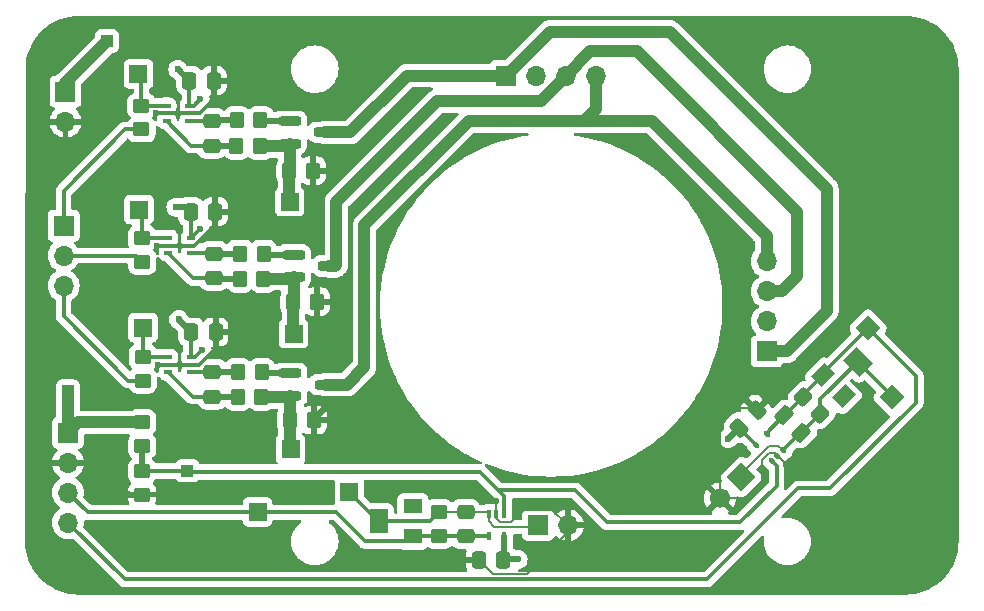
<source format=gbr>
%TF.GenerationSoftware,KiCad,Pcbnew,8.0.0-8.0.0-1~ubuntu20.04.1*%
%TF.CreationDate,2024-06-18T18:08:34-06:00*%
%TF.ProjectId,turbidometer,74757262-6964-46f6-9d65-7465722e6b69,rev?*%
%TF.SameCoordinates,Original*%
%TF.FileFunction,Copper,L1,Top*%
%TF.FilePolarity,Positive*%
%FSLAX46Y46*%
G04 Gerber Fmt 4.6, Leading zero omitted, Abs format (unit mm)*
G04 Created by KiCad (PCBNEW 8.0.0-8.0.0-1~ubuntu20.04.1) date 2024-06-18 18:08:34*
%MOMM*%
%LPD*%
G01*
G04 APERTURE LIST*
G04 Aperture macros list*
%AMRoundRect*
0 Rectangle with rounded corners*
0 $1 Rounding radius*
0 $2 $3 $4 $5 $6 $7 $8 $9 X,Y pos of 4 corners*
0 Add a 4 corners polygon primitive as box body*
4,1,4,$2,$3,$4,$5,$6,$7,$8,$9,$2,$3,0*
0 Add four circle primitives for the rounded corners*
1,1,$1+$1,$2,$3*
1,1,$1+$1,$4,$5*
1,1,$1+$1,$6,$7*
1,1,$1+$1,$8,$9*
0 Add four rect primitives between the rounded corners*
20,1,$1+$1,$2,$3,$4,$5,0*
20,1,$1+$1,$4,$5,$6,$7,0*
20,1,$1+$1,$6,$7,$8,$9,0*
20,1,$1+$1,$8,$9,$2,$3,0*%
%AMHorizOval*
0 Thick line with rounded ends*
0 $1 width*
0 $2 $3 position (X,Y) of the first rounded end (center of the circle)*
0 $4 $5 position (X,Y) of the second rounded end (center of the circle)*
0 Add line between two ends*
20,1,$1,$2,$3,$4,$5,0*
0 Add two circle primitives to create the rounded ends*
1,1,$1,$2,$3*
1,1,$1,$4,$5*%
%AMRotRect*
0 Rectangle, with rotation*
0 The origin of the aperture is its center*
0 $1 length*
0 $2 width*
0 $3 Rotation angle, in degrees counterclockwise*
0 Add horizontal line*
21,1,$1,$2,0,0,$3*%
G04 Aperture macros list end*
%TA.AperFunction,SMDPad,CuDef*%
%ADD10RoundRect,0.250000X-0.475000X0.337500X-0.475000X-0.337500X0.475000X-0.337500X0.475000X0.337500X0*%
%TD*%
%TA.AperFunction,SMDPad,CuDef*%
%ADD11RoundRect,0.200000X-0.750000X-0.200000X0.750000X-0.200000X0.750000X0.200000X-0.750000X0.200000X0*%
%TD*%
%TA.AperFunction,SMDPad,CuDef*%
%ADD12RoundRect,0.250000X-0.350000X-0.450000X0.350000X-0.450000X0.350000X0.450000X-0.350000X0.450000X0*%
%TD*%
%TA.AperFunction,SMDPad,CuDef*%
%ADD13RoundRect,0.250000X0.450000X-0.350000X0.450000X0.350000X-0.450000X0.350000X-0.450000X-0.350000X0*%
%TD*%
%TA.AperFunction,ComponentPad*%
%ADD14RotRect,1.500000X1.500000X225.000000*%
%TD*%
%TA.AperFunction,ComponentPad*%
%ADD15R,1.500000X1.500000*%
%TD*%
%TA.AperFunction,SMDPad,CuDef*%
%ADD16RoundRect,0.250000X0.337500X0.475000X-0.337500X0.475000X-0.337500X-0.475000X0.337500X-0.475000X0*%
%TD*%
%TA.AperFunction,SMDPad,CuDef*%
%ADD17RoundRect,0.100000X-0.225000X-0.100000X0.225000X-0.100000X0.225000X0.100000X-0.225000X0.100000X0*%
%TD*%
%TA.AperFunction,SMDPad,CuDef*%
%ADD18RoundRect,0.250000X-0.565685X-0.070711X-0.070711X-0.565685X0.565685X0.070711X0.070711X0.565685X0*%
%TD*%
%TA.AperFunction,SMDPad,CuDef*%
%ADD19RoundRect,0.250000X-0.337500X-0.475000X0.337500X-0.475000X0.337500X0.475000X-0.337500X0.475000X0*%
%TD*%
%TA.AperFunction,ComponentPad*%
%ADD20R,1.700000X1.700000*%
%TD*%
%TA.AperFunction,ComponentPad*%
%ADD21O,1.700000X1.700000*%
%TD*%
%TA.AperFunction,SMDPad,CuDef*%
%ADD22RoundRect,0.250000X-0.450000X0.350000X-0.450000X-0.350000X0.450000X-0.350000X0.450000X0.350000X0*%
%TD*%
%TA.AperFunction,SMDPad,CuDef*%
%ADD23R,1.000000X1.000000*%
%TD*%
%TA.AperFunction,SMDPad,CuDef*%
%ADD24R,1.600000X1.300000*%
%TD*%
%TA.AperFunction,SMDPad,CuDef*%
%ADD25R,1.600000X2.000000*%
%TD*%
%TA.AperFunction,SMDPad,CuDef*%
%ADD26RoundRect,0.100000X-0.100000X0.225000X-0.100000X-0.225000X0.100000X-0.225000X0.100000X0.225000X0*%
%TD*%
%TA.AperFunction,SMDPad,CuDef*%
%ADD27RoundRect,0.250000X0.350000X0.450000X-0.350000X0.450000X-0.350000X-0.450000X0.350000X-0.450000X0*%
%TD*%
%TA.AperFunction,SMDPad,CuDef*%
%ADD28RoundRect,0.250000X0.574524X0.097227X0.097227X0.574524X-0.574524X-0.097227X-0.097227X-0.574524X0*%
%TD*%
%TA.AperFunction,SMDPad,CuDef*%
%ADD29RoundRect,0.100000X0.229810X-0.088388X-0.088388X0.229810X-0.229810X0.088388X0.088388X-0.229810X0*%
%TD*%
%TA.AperFunction,SMDPad,CuDef*%
%ADD30RoundRect,0.250000X0.097227X-0.574524X0.574524X-0.097227X-0.097227X0.574524X-0.574524X0.097227X0*%
%TD*%
%TA.AperFunction,SMDPad,CuDef*%
%ADD31RotRect,1.300000X1.600000X135.000000*%
%TD*%
%TA.AperFunction,SMDPad,CuDef*%
%ADD32RotRect,2.000000X1.600000X135.000000*%
%TD*%
%TA.AperFunction,ComponentPad*%
%ADD33RotRect,1.700000X1.700000X135.000000*%
%TD*%
%TA.AperFunction,ComponentPad*%
%ADD34HorizOval,1.700000X0.000000X0.000000X0.000000X0.000000X0*%
%TD*%
%TA.AperFunction,ViaPad*%
%ADD35C,0.600000*%
%TD*%
%TA.AperFunction,Conductor*%
%ADD36C,0.200000*%
%TD*%
%TA.AperFunction,Conductor*%
%ADD37C,0.500000*%
%TD*%
%TA.AperFunction,Conductor*%
%ADD38C,0.300000*%
%TD*%
%TA.AperFunction,Conductor*%
%ADD39C,1.000000*%
%TD*%
G04 APERTURE END LIST*
D10*
%TO.P,C9,1*%
%TO.N,/PD_FB0*%
X164330000Y-113215000D03*
%TO.P,C9,2*%
%TO.N,/A0*%
X164330000Y-115290000D03*
%TD*%
D11*
%TO.P,Q1,1,G*%
%TO.N,Net-(Q1-G)*%
X149440000Y-80140000D03*
%TO.P,Q1,2,S*%
%TO.N,/LED_SENS0*%
X149440000Y-82040000D03*
%TO.P,Q1,3,D*%
%TO.N,/LED_NEG0*%
X152440000Y-81090000D03*
%TD*%
D12*
%TO.P,R8,1*%
%TO.N,/LED_SENS1*%
X149760000Y-95420000D03*
%TO.P,R8,2*%
%TO.N,GND*%
X151760000Y-95420000D03*
%TD*%
D13*
%TO.P,R11,1*%
%TO.N,/A0*%
X162100000Y-115240000D03*
%TO.P,R11,2*%
%TO.N,/PD_FB0*%
X162100000Y-113240000D03*
%TD*%
D14*
%TO.P,RG2,1,1*%
%TO.N,/A1*%
X198410000Y-97650000D03*
%TD*%
D15*
%TO.P,LED0,1,1*%
%TO.N,/LED_SENS0*%
X149440000Y-86960000D03*
%TD*%
D16*
%TO.P,C5,1*%
%TO.N,+3.3V*%
X167530000Y-117280000D03*
%TO.P,C5,2*%
%TO.N,GND*%
X165455000Y-117280000D03*
%TD*%
D17*
%TO.P,U3,1,+*%
%TO.N,Net-(U3-+)*%
X139040000Y-78835000D03*
%TO.P,U3,2,V-*%
%TO.N,GND*%
X139040000Y-79485000D03*
%TO.P,U3,3,-*%
%TO.N,/LEDFB0*%
X139040000Y-80135000D03*
%TO.P,U3,4*%
%TO.N,Net-(C7-Pad1)*%
X140940000Y-80135000D03*
%TO.P,U3,5,V+*%
%TO.N,+5V*%
X140940000Y-78835000D03*
%TD*%
%TO.P,U7,1,+*%
%TO.N,Net-(U7-+)*%
X139180000Y-100100000D03*
%TO.P,U7,2,V-*%
%TO.N,GND*%
X139180000Y-100750000D03*
%TO.P,U7,3,-*%
%TO.N,/LEDFB2*%
X139180000Y-101400000D03*
%TO.P,U7,4*%
%TO.N,Net-(C13-Pad1)*%
X141080000Y-101400000D03*
%TO.P,U7,5,V+*%
%TO.N,+5V*%
X141080000Y-100100000D03*
%TD*%
D15*
%TO.P,VREF2,1,1*%
%TO.N,Net-(U7-+)*%
X137010000Y-97610000D03*
%TD*%
%TO.P,VREF1,1,1*%
%TO.N,Net-(U4-+)*%
X136670000Y-87620000D03*
%TD*%
%TO.P,LED1,1,1*%
%TO.N,/LED_SENS1*%
X149770000Y-98130000D03*
%TD*%
D14*
%TO.P,RG3,1,1*%
%TO.N,/PD_FB1*%
X200420000Y-103520000D03*
%TD*%
D18*
%TO.P,R12,1*%
%TO.N,/A1*%
X192945793Y-103496490D03*
%TO.P,R12,2*%
%TO.N,/PD_FB1*%
X194360007Y-104910704D03*
%TD*%
D19*
%TO.P,C14,1*%
%TO.N,+5V*%
X141095000Y-97990000D03*
%TO.P,C14,2*%
%TO.N,GND*%
X143170000Y-97990000D03*
%TD*%
D12*
%TO.P,R16,1*%
%TO.N,/LED_SENS2*%
X149490000Y-105460000D03*
%TO.P,R16,2*%
%TO.N,GND*%
X151490000Y-105460000D03*
%TD*%
D20*
%TO.P,J4,1,Pin_1*%
%TO.N,/VREF0*%
X130310000Y-88990000D03*
D21*
%TO.P,J4,2,Pin_2*%
%TO.N,/VREF1*%
X130310000Y-91530000D03*
%TO.P,J4,3,Pin_3*%
%TO.N,/VREF2*%
X130310000Y-94070000D03*
%TD*%
D15*
%TO.P,VREF0,1,1*%
%TO.N,Net-(U3-+)*%
X136640000Y-76130000D03*
%TD*%
D19*
%TO.P,C2,1*%
%TO.N,+5V*%
X140940000Y-76710000D03*
%TO.P,C2,2*%
%TO.N,GND*%
X143015000Y-76710000D03*
%TD*%
D20*
%TO.P,J3,1,Pin_1*%
%TO.N,+5V*%
X130460000Y-77640000D03*
D21*
%TO.P,J3,2,Pin_2*%
%TO.N,GND*%
X130460000Y-80180000D03*
%TD*%
D22*
%TO.P,R9,1*%
%TO.N,+3.3V*%
X136950000Y-105640000D03*
%TO.P,R9,2*%
%TO.N,/Vbias*%
X136950000Y-107640000D03*
%TD*%
D23*
%TO.P,TP2,1,1*%
%TO.N,+3.3V*%
X130660000Y-103010000D03*
%TD*%
D24*
%TO.P,RV1,1,1*%
%TO.N,/A0*%
X159870000Y-115260000D03*
D25*
%TO.P,RV1,2,2*%
%TO.N,/PD_FB0*%
X156970000Y-114010000D03*
D24*
%TO.P,RV1,3,3*%
%TO.N,unconnected-(RV1-Pad3)*%
X159870000Y-112760000D03*
%TD*%
D11*
%TO.P,Q3,1,G*%
%TO.N,Net-(Q3-G)*%
X149480000Y-101490000D03*
%TO.P,Q3,2,S*%
%TO.N,/LED_SENS2*%
X149480000Y-103390000D03*
%TO.P,Q3,3,D*%
%TO.N,/LED_NEG2*%
X152480000Y-102440000D03*
%TD*%
D26*
%TO.P,U5,1,+*%
%TO.N,/Vbias*%
X167600000Y-113360000D03*
%TO.P,U5,2,V-*%
%TO.N,GND*%
X166950000Y-113360000D03*
%TO.P,U5,3,-*%
%TO.N,/PD_FB0*%
X166300000Y-113360000D03*
%TO.P,U5,4*%
%TO.N,/A0*%
X166300000Y-115260000D03*
%TO.P,U5,5,V+*%
%TO.N,+3.3V*%
X167600000Y-115260000D03*
%TD*%
D27*
%TO.P,R2,1*%
%TO.N,Net-(Q1-G)*%
X146970000Y-80050000D03*
%TO.P,R2,2*%
%TO.N,Net-(C7-Pad1)*%
X144970000Y-80050000D03*
%TD*%
D15*
%TO.P,LED2,1,1*%
%TO.N,/LED_SENS2*%
X149520000Y-107910000D03*
%TD*%
D22*
%TO.P,R13,1*%
%TO.N,Net-(U7-+)*%
X137012500Y-100102500D03*
%TO.P,R13,2*%
%TO.N,/VREF2*%
X137012500Y-102102500D03*
%TD*%
D27*
%TO.P,R14,1*%
%TO.N,Net-(Q3-G)*%
X147060000Y-101380000D03*
%TO.P,R14,2*%
%TO.N,Net-(C13-Pad1)*%
X145060000Y-101380000D03*
%TD*%
%TO.P,R7,1*%
%TO.N,/LED_SENS1*%
X147220000Y-93470000D03*
%TO.P,R7,2*%
%TO.N,/LEDFB1*%
X145220000Y-93470000D03*
%TD*%
%TO.P,R6,1*%
%TO.N,Net-(Q2-G)*%
X147230000Y-91360000D03*
%TO.P,R6,2*%
%TO.N,Net-(C8-Pad1)*%
X145230000Y-91360000D03*
%TD*%
D10*
%TO.P,C8,1*%
%TO.N,Net-(C8-Pad1)*%
X143040000Y-91355000D03*
%TO.P,C8,2*%
%TO.N,/LEDFB1*%
X143040000Y-93430000D03*
%TD*%
%TO.P,C13,1*%
%TO.N,Net-(C13-Pad1)*%
X142900000Y-101390000D03*
%TO.P,C13,2*%
%TO.N,/LEDFB2*%
X142900000Y-103465000D03*
%TD*%
D23*
%TO.P,TP1,1,1*%
%TO.N,+5V*%
X133990000Y-73370000D03*
%TD*%
D20*
%TO.P,J1,1,Pin_1*%
%TO.N,+3.3V*%
X130670000Y-106520000D03*
D21*
%TO.P,J1,2,Pin_2*%
%TO.N,GND*%
X130670000Y-109060000D03*
%TO.P,J1,3,Pin_3*%
%TO.N,/A0*%
X130670000Y-111600000D03*
%TO.P,J1,4,Pin_4*%
%TO.N,/A1*%
X130670000Y-114140000D03*
%TD*%
D10*
%TO.P,C7,1*%
%TO.N,Net-(C7-Pad1)*%
X142840000Y-80145000D03*
%TO.P,C7,2*%
%TO.N,/LEDFB0*%
X142840000Y-82220000D03*
%TD*%
D28*
%TO.P,C12,1*%
%TO.N,/PD_FB1*%
X192776087Y-106522907D03*
%TO.P,C12,2*%
%TO.N,/A1*%
X191308841Y-105055661D03*
%TD*%
D22*
%TO.P,R10,1*%
%TO.N,/Vbias*%
X136950000Y-109750000D03*
%TO.P,R10,2*%
%TO.N,GND*%
X136950000Y-111750000D03*
%TD*%
D23*
%TO.P,Vbias,1,1*%
%TO.N,/Vbias*%
X140790000Y-109730000D03*
%TD*%
D17*
%TO.P,U4,1,+*%
%TO.N,Net-(U4-+)*%
X139170000Y-90020000D03*
%TO.P,U4,2,V-*%
%TO.N,GND*%
X139170000Y-90670000D03*
%TO.P,U4,3,-*%
%TO.N,/LEDFB1*%
X139170000Y-91320000D03*
%TO.P,U4,4*%
%TO.N,Net-(C8-Pad1)*%
X141070000Y-91320000D03*
%TO.P,U4,5,V+*%
%TO.N,+5V*%
X141070000Y-90020000D03*
%TD*%
D29*
%TO.P,U6,1,+*%
%TO.N,/Vbias*%
X190280000Y-108920000D03*
%TO.P,U6,2,V-*%
%TO.N,GND*%
X190739619Y-108460380D03*
%TO.P,U6,3,-*%
%TO.N,/PD_FB1*%
X191199239Y-108000761D03*
%TO.P,U6,4*%
%TO.N,/A1*%
X189855736Y-106657258D03*
%TO.P,U6,5,V+*%
%TO.N,+3.3V*%
X188936497Y-107576497D03*
%TD*%
D12*
%TO.P,R3,1*%
%TO.N,/LED_SENS0*%
X149420000Y-84330000D03*
%TO.P,R3,2*%
%TO.N,GND*%
X151420000Y-84330000D03*
%TD*%
D30*
%TO.P,C6,1*%
%TO.N,+3.3V*%
X187500000Y-106100000D03*
%TO.P,C6,2*%
%TO.N,GND*%
X188967246Y-104632754D03*
%TD*%
D27*
%TO.P,R4,1*%
%TO.N,/LED_SENS0*%
X146940000Y-82240000D03*
%TO.P,R4,2*%
%TO.N,/LEDFB0*%
X144940000Y-82240000D03*
%TD*%
%TO.P,R15,1*%
%TO.N,/LED_SENS2*%
X147050000Y-103490000D03*
%TO.P,R15,2*%
%TO.N,/LEDFB2*%
X145050000Y-103490000D03*
%TD*%
D31*
%TO.P,RV2,1,1*%
%TO.N,/A1*%
X194586281Y-101672155D03*
D32*
%TO.P,RV2,2,2*%
%TO.N,/PD_FB1*%
X197520774Y-100505429D03*
D31*
%TO.P,RV2,3,3*%
%TO.N,unconnected-(RV2-Pad3)*%
X196354048Y-103439922D03*
%TD*%
D15*
%TO.P,RG0,1,1*%
%TO.N,/A0*%
X146720000Y-113210000D03*
%TD*%
D11*
%TO.P,Q2,1,G*%
%TO.N,Net-(Q2-G)*%
X149777500Y-91450000D03*
%TO.P,Q2,2,S*%
%TO.N,/LED_SENS1*%
X149777500Y-93350000D03*
%TO.P,Q2,3,D*%
%TO.N,/LED_NEG1*%
X152777500Y-92400000D03*
%TD*%
D15*
%TO.P,RG1,1,1*%
%TO.N,/PD_FB0*%
X154500000Y-111570000D03*
%TD*%
D22*
%TO.P,R1,1*%
%TO.N,Net-(U3-+)*%
X136890000Y-78840000D03*
%TO.P,R1,2*%
%TO.N,/VREF0*%
X136890000Y-80840000D03*
%TD*%
%TO.P,R5,1*%
%TO.N,Net-(U4-+)*%
X136960000Y-90050000D03*
%TO.P,R5,2*%
%TO.N,/VREF1*%
X136960000Y-92050000D03*
%TD*%
D19*
%TO.P,C3,1*%
%TO.N,+5V*%
X141070000Y-87790000D03*
%TO.P,C3,2*%
%TO.N,GND*%
X143145000Y-87790000D03*
%TD*%
D20*
%TO.P,J7,1,Pin_1*%
%TO.N,/PD_FB0*%
X170480000Y-114350000D03*
D21*
%TO.P,J7,2,Pin_2*%
%TO.N,GND*%
X173020000Y-114350000D03*
%TD*%
D33*
%TO.P,J2,1,Pin_1*%
%TO.N,/PD_FB1*%
X187686051Y-110283949D03*
D34*
%TO.P,J2,2,Pin_2*%
%TO.N,GND*%
X185890000Y-112080000D03*
%TD*%
D20*
%TO.P,J5,1,Pin_1*%
%TO.N,/LED_NEG0*%
X167770000Y-76280000D03*
D21*
%TO.P,J5,2,Pin_2*%
%TO.N,+5V*%
X170310000Y-76280000D03*
%TO.P,J5,3,Pin_3*%
%TO.N,/LED_NEG1*%
X172850000Y-76280000D03*
%TO.P,J5,4,Pin_4*%
%TO.N,/LED_NEG2*%
X175390000Y-76280000D03*
%TD*%
D20*
%TO.P,J6,1,Pin_1*%
%TO.N,/LED_NEG0*%
X189830000Y-99630000D03*
D21*
%TO.P,J6,2,Pin_2*%
%TO.N,+5V*%
X189830000Y-97090000D03*
%TO.P,J6,3,Pin_3*%
%TO.N,/LED_NEG1*%
X189830000Y-94550000D03*
%TO.P,J6,4,Pin_4*%
%TO.N,/LED_NEG2*%
X189830000Y-92010000D03*
%TD*%
D35*
%TO.N,GND*%
X151400000Y-85560000D03*
X144140000Y-76740000D03*
X166870000Y-112320000D03*
X191460000Y-109170000D03*
X152620000Y-104240000D03*
X135740000Y-111740000D03*
X144280000Y-98020000D03*
X138130000Y-79490000D03*
X144250000Y-87810000D03*
X189820000Y-103790000D03*
X151720000Y-96730000D03*
X138220000Y-90680000D03*
X164150000Y-117200000D03*
X138270000Y-100770000D03*
%TO.N,+5V*%
X140050000Y-96930000D03*
X141850000Y-78300000D03*
X142020000Y-99500000D03*
X141810000Y-89300000D03*
X139980000Y-75760000D03*
X139800000Y-87430000D03*
%TO.N,+3.3V*%
X186580000Y-107010000D03*
X168790000Y-117250000D03*
%TD*%
D36*
%TO.N,GND*%
X190739619Y-108460380D02*
X190509810Y-108230571D01*
X166635000Y-118460000D02*
X165455000Y-117280000D01*
X190750380Y-108460380D02*
X191460000Y-109170000D01*
D37*
X151420000Y-84330000D02*
X151420000Y-85540000D01*
D38*
X139040000Y-79485000D02*
X138135000Y-79485000D01*
D36*
X190739619Y-108460380D02*
X190750380Y-108460380D01*
D38*
X143015000Y-78302044D02*
X143015000Y-76710000D01*
X143145000Y-88909168D02*
X143145000Y-87790000D01*
D36*
X189410000Y-108820000D02*
X189410000Y-110740000D01*
D38*
X138230000Y-90670000D02*
X138220000Y-90680000D01*
D36*
X166950000Y-113360000D02*
X166950000Y-112400000D01*
D38*
X139170000Y-90670000D02*
X141384168Y-90670000D01*
D37*
X143165000Y-87810000D02*
X143145000Y-87790000D01*
D38*
X138135000Y-79485000D02*
X138130000Y-79490000D01*
D36*
X168180000Y-114090000D02*
X169250000Y-113020000D01*
D37*
X136950000Y-111750000D02*
X135750000Y-111750000D01*
D38*
X141780000Y-100750000D02*
X143170000Y-99360000D01*
D37*
X151760000Y-95420000D02*
X151760000Y-96690000D01*
X144250000Y-87810000D02*
X143165000Y-87810000D01*
D36*
X189410000Y-110740000D02*
X188070000Y-112080000D01*
D38*
X139180000Y-100750000D02*
X141780000Y-100750000D01*
X138290000Y-100750000D02*
X138270000Y-100770000D01*
D36*
X173020000Y-114958529D02*
X169518529Y-118460000D01*
D37*
X143200000Y-98020000D02*
X143170000Y-97990000D01*
X135750000Y-111750000D02*
X135740000Y-111740000D01*
D36*
X165455000Y-117280000D02*
X165420000Y-117280000D01*
X188734492Y-104400000D02*
X188967246Y-104632754D01*
X166950000Y-113750000D02*
X167290000Y-114090000D01*
D37*
X151490000Y-105370000D02*
X152620000Y-104240000D01*
D36*
X188967246Y-104632754D02*
X188977246Y-104632754D01*
X169518529Y-118460000D02*
X166635000Y-118460000D01*
X173020000Y-114350000D02*
X173020000Y-114958529D01*
D37*
X151760000Y-96690000D02*
X151720000Y-96730000D01*
X144140000Y-76740000D02*
X143045000Y-76740000D01*
D38*
X139040000Y-79485000D02*
X141832044Y-79485000D01*
D37*
X164230000Y-117280000D02*
X165455000Y-117280000D01*
D38*
X141832044Y-79485000D02*
X143015000Y-78302044D01*
D36*
X189999429Y-108230571D02*
X189410000Y-108820000D01*
D37*
X189810000Y-103790000D02*
X188967246Y-104632754D01*
D36*
X187350000Y-104400000D02*
X188734492Y-104400000D01*
X166950000Y-113360000D02*
X166950000Y-113750000D01*
D38*
X141384168Y-90670000D02*
X143145000Y-88909168D01*
D36*
X169250000Y-113020000D02*
X171690000Y-113020000D01*
X190509810Y-108230571D02*
X189999429Y-108230571D01*
D37*
X151420000Y-85540000D02*
X151400000Y-85560000D01*
X144280000Y-98020000D02*
X143200000Y-98020000D01*
X151490000Y-105460000D02*
X151490000Y-105370000D01*
X143045000Y-76740000D02*
X143015000Y-76710000D01*
D36*
X167290000Y-114090000D02*
X168180000Y-114090000D01*
D38*
X143170000Y-99360000D02*
X143170000Y-97990000D01*
D36*
X185890000Y-112080000D02*
X185890000Y-105860000D01*
X185890000Y-105860000D02*
X187350000Y-104400000D01*
X171690000Y-113020000D02*
X173020000Y-114350000D01*
X188070000Y-112080000D02*
X185890000Y-112080000D01*
D37*
X189820000Y-103790000D02*
X189810000Y-103790000D01*
D38*
X139170000Y-90670000D02*
X138230000Y-90670000D01*
D36*
X166950000Y-112400000D02*
X166870000Y-112320000D01*
D37*
X164150000Y-117200000D02*
X164230000Y-117280000D01*
D38*
X139180000Y-100750000D02*
X138290000Y-100750000D01*
%TO.N,+5V*%
X141080000Y-100100000D02*
X141080000Y-98005000D01*
D37*
X140050000Y-96945000D02*
X141095000Y-97990000D01*
D38*
X140940000Y-78835000D02*
X140940000Y-76710000D01*
D37*
X139800000Y-87430000D02*
X140710000Y-87430000D01*
X140710000Y-87430000D02*
X141070000Y-87790000D01*
D38*
X140940000Y-78835000D02*
X141315000Y-78835000D01*
X141095000Y-97990000D02*
X141095000Y-97975000D01*
X141420000Y-100100000D02*
X142020000Y-99500000D01*
D37*
X140050000Y-96930000D02*
X140050000Y-96945000D01*
D39*
X130460000Y-77640000D02*
X130460000Y-76900000D01*
D38*
X141090000Y-90020000D02*
X141070000Y-90020000D01*
D37*
X139990000Y-75760000D02*
X140940000Y-76710000D01*
D38*
X141080000Y-100100000D02*
X141420000Y-100100000D01*
D37*
X139980000Y-75760000D02*
X139990000Y-75760000D01*
D38*
X141080000Y-98005000D02*
X141095000Y-97990000D01*
X141070000Y-90020000D02*
X141070000Y-87790000D01*
X141315000Y-78835000D02*
X141850000Y-78300000D01*
D39*
X130460000Y-76900000D02*
X133990000Y-73370000D01*
D38*
X141810000Y-89300000D02*
X141090000Y-90020000D01*
D37*
%TO.N,+3.3V*%
X167600000Y-117210000D02*
X167530000Y-117280000D01*
D39*
X130670000Y-103020000D02*
X130660000Y-103010000D01*
X130670000Y-106520000D02*
X130670000Y-103020000D01*
D38*
X188936497Y-107536497D02*
X187500000Y-106100000D01*
D37*
X167600000Y-115260000D02*
X167600000Y-117210000D01*
X167560000Y-117250000D02*
X167530000Y-117280000D01*
D39*
X130670000Y-106520000D02*
X131550000Y-105640000D01*
D37*
X186590000Y-107010000D02*
X187500000Y-106100000D01*
X168790000Y-117250000D02*
X167560000Y-117250000D01*
D39*
X131550000Y-105640000D02*
X136950000Y-105640000D01*
D37*
X186580000Y-107010000D02*
X186590000Y-107010000D01*
D38*
X188936497Y-107576497D02*
X188936497Y-107536497D01*
X187500000Y-106100000D02*
X187490000Y-106100000D01*
D37*
%TO.N,/LEDFB0*%
X144940000Y-82240000D02*
X142860000Y-82240000D01*
D38*
X139040000Y-80135000D02*
X141125000Y-82220000D01*
X141125000Y-82220000D02*
X142840000Y-82220000D01*
D37*
X142860000Y-82240000D02*
X142840000Y-82220000D01*
%TO.N,Net-(C7-Pad1)*%
X144970000Y-80050000D02*
X142935000Y-80050000D01*
D38*
X140940000Y-80135000D02*
X142830000Y-80135000D01*
X142830000Y-80135000D02*
X142840000Y-80145000D01*
D37*
X142935000Y-80050000D02*
X142840000Y-80145000D01*
%TO.N,Net-(C8-Pad1)*%
X145230000Y-91360000D02*
X143045000Y-91360000D01*
D38*
X141070000Y-91320000D02*
X143005000Y-91320000D01*
X143005000Y-91320000D02*
X143040000Y-91355000D01*
D37*
X143045000Y-91360000D02*
X143040000Y-91355000D01*
%TO.N,/LEDFB1*%
X143080000Y-93470000D02*
X143040000Y-93430000D01*
X145220000Y-93470000D02*
X143080000Y-93470000D01*
D38*
X141280000Y-93430000D02*
X143040000Y-93430000D01*
X139170000Y-91320000D02*
X141280000Y-93430000D01*
%TO.N,/A0*%
X153400000Y-113260000D02*
X132330000Y-113260000D01*
X155830000Y-115690000D02*
X153400000Y-113260000D01*
X132330000Y-113260000D02*
X130670000Y-111600000D01*
X166300000Y-115260000D02*
X159870000Y-115260000D01*
X162440000Y-115580000D02*
X162100000Y-115240000D01*
X159440000Y-115690000D02*
X155830000Y-115690000D01*
X159870000Y-115260000D02*
X159440000Y-115690000D01*
D36*
%TO.N,/PD_FB0*%
X170340000Y-114490000D02*
X170480000Y-114350000D01*
X162100000Y-113240000D02*
X166180000Y-113240000D01*
X162220000Y-113360000D02*
X162100000Y-113240000D01*
D38*
X156970000Y-114010000D02*
X161330000Y-114010000D01*
X161330000Y-114010000D02*
X162100000Y-113240000D01*
D36*
X166770000Y-114490000D02*
X170340000Y-114490000D01*
D38*
X156940000Y-114010000D02*
X154500000Y-111570000D01*
D36*
X166300000Y-113360000D02*
X166300000Y-114020000D01*
X166180000Y-113240000D02*
X166300000Y-113360000D01*
D38*
X156970000Y-114010000D02*
X156940000Y-114010000D01*
D36*
X166300000Y-114020000D02*
X166770000Y-114490000D01*
D38*
%TO.N,/PD_FB1*%
X194360007Y-104910704D02*
X194360007Y-104938987D01*
X192776087Y-106522907D02*
X192677093Y-106522907D01*
D36*
X190034314Y-107630000D02*
X190828478Y-107630000D01*
X187686051Y-110283949D02*
X187686051Y-109978263D01*
D38*
X197520774Y-100505429D02*
X200420000Y-103404655D01*
X194360007Y-104910704D02*
X194360007Y-103666196D01*
X194360007Y-103666196D02*
X197520774Y-100505429D01*
X200420000Y-103404655D02*
X200420000Y-103520000D01*
X194360007Y-104938987D02*
X192776087Y-106522907D01*
D36*
X190828478Y-107630000D02*
X191199239Y-108000761D01*
D38*
X192677093Y-106522907D02*
X191199239Y-108000761D01*
D36*
X187686051Y-109978263D02*
X190034314Y-107630000D01*
D38*
%TO.N,/A1*%
X192945793Y-103496490D02*
X192945793Y-103312643D01*
X189855736Y-106508766D02*
X191308841Y-105055661D01*
X195202894Y-111217106D02*
X192522894Y-111217106D01*
X202460000Y-101700000D02*
X202460000Y-103960000D01*
X191308841Y-105055661D02*
X191386622Y-105055661D01*
X198410000Y-97650000D02*
X202460000Y-101700000D01*
X202460000Y-103960000D02*
X195202894Y-111217106D01*
X194586281Y-101473719D02*
X198410000Y-97650000D01*
X184800000Y-118940000D02*
X135470000Y-118940000D01*
X192945793Y-103312643D02*
X194586281Y-101672155D01*
X189855736Y-106657258D02*
X189855736Y-106508766D01*
X194586281Y-101672155D02*
X194586281Y-101473719D01*
X192522894Y-111217106D02*
X184800000Y-118940000D01*
X135470000Y-118940000D02*
X130670000Y-114140000D01*
X191386622Y-105055661D02*
X192945793Y-103496490D01*
%TO.N,/VREF0*%
X130310000Y-86050000D02*
X135520000Y-80840000D01*
X130310000Y-88990000D02*
X130310000Y-86050000D01*
X135520000Y-80840000D02*
X136890000Y-80840000D01*
%TO.N,/VREF1*%
X136440000Y-91530000D02*
X136960000Y-92050000D01*
X130310000Y-91530000D02*
X136440000Y-91530000D01*
D39*
%TO.N,/LED_NEG0*%
X191520000Y-99630000D02*
X189830000Y-99630000D01*
X154570000Y-81090000D02*
X159380000Y-76280000D01*
X171480000Y-72570000D02*
X181610000Y-72570000D01*
X181610000Y-72570000D02*
X194910000Y-85870000D01*
X152440000Y-81090000D02*
X154570000Y-81090000D01*
X194910000Y-85870000D02*
X194910000Y-96240000D01*
X159380000Y-76280000D02*
X167770000Y-76280000D01*
X194910000Y-96240000D02*
X191520000Y-99630000D01*
X167770000Y-76280000D02*
X171480000Y-72570000D01*
%TO.N,/LED_NEG1*%
X192430000Y-93260000D02*
X191140000Y-94550000D01*
X170720000Y-78410000D02*
X172850000Y-76280000D01*
X174890000Y-74240000D02*
X178880000Y-74240000D01*
X153400000Y-86950000D02*
X161940000Y-78410000D01*
X172850000Y-76280000D02*
X174890000Y-74240000D01*
X153400000Y-92280000D02*
X153400000Y-86950000D01*
X152777500Y-92400000D02*
X153280000Y-92400000D01*
X191140000Y-94550000D02*
X189830000Y-94550000D01*
X178880000Y-74240000D02*
X192430000Y-87790000D01*
X161940000Y-78410000D02*
X170720000Y-78410000D01*
X153280000Y-92400000D02*
X153400000Y-92280000D01*
X192430000Y-87790000D02*
X192430000Y-93260000D01*
D37*
%TO.N,Net-(Q1-G)*%
X149440000Y-80140000D02*
X147060000Y-80140000D01*
X147060000Y-80140000D02*
X146970000Y-80050000D01*
D39*
%TO.N,/LED_SENS0*%
X149420000Y-84330000D02*
X149420000Y-86940000D01*
X146940000Y-82240000D02*
X149240000Y-82240000D01*
X149440000Y-82040000D02*
X149440000Y-84310000D01*
X149440000Y-84310000D02*
X149420000Y-84330000D01*
X149240000Y-82240000D02*
X149440000Y-82040000D01*
X149420000Y-86940000D02*
X149440000Y-86960000D01*
D37*
%TO.N,Net-(Q2-G)*%
X147320000Y-91450000D02*
X147230000Y-91360000D01*
X149777500Y-91450000D02*
X147320000Y-91450000D01*
D39*
%TO.N,/LED_SENS1*%
X149760000Y-98120000D02*
X149770000Y-98130000D01*
X149777500Y-95402500D02*
X149760000Y-95420000D01*
X147220000Y-93470000D02*
X149657500Y-93470000D01*
X149760000Y-95420000D02*
X149760000Y-98120000D01*
X149657500Y-93470000D02*
X149777500Y-93350000D01*
X149777500Y-93350000D02*
X149777500Y-95402500D01*
D38*
%TO.N,Net-(U3-+)*%
X136890000Y-76380000D02*
X136640000Y-76130000D01*
X136895000Y-78835000D02*
X136890000Y-78840000D01*
X136890000Y-78840000D02*
X136890000Y-76380000D01*
X139040000Y-78835000D02*
X136895000Y-78835000D01*
%TO.N,Net-(U4-+)*%
X136990000Y-90020000D02*
X136960000Y-90050000D01*
X136960000Y-90050000D02*
X136960000Y-87910000D01*
X136960000Y-87910000D02*
X136670000Y-87620000D01*
X139170000Y-90020000D02*
X136990000Y-90020000D01*
%TO.N,/Vbias*%
X190680000Y-109320000D02*
X190280000Y-108920000D01*
X165550000Y-109850000D02*
X166260000Y-110560000D01*
X187590000Y-114100000D02*
X190680000Y-111010000D01*
X140790000Y-109730000D02*
X140910000Y-109850000D01*
X166260000Y-110560000D02*
X167600000Y-111900000D01*
X140910000Y-109850000D02*
X165550000Y-109850000D01*
X176310000Y-114100000D02*
X187590000Y-114100000D01*
D37*
X136950000Y-107640000D02*
X136950000Y-109750000D01*
D38*
X190680000Y-111010000D02*
X190680000Y-109320000D01*
X167090000Y-111390000D02*
X173600000Y-111390000D01*
X140770000Y-109750000D02*
X140790000Y-109730000D01*
X136950000Y-109750000D02*
X140770000Y-109750000D01*
X173600000Y-111390000D02*
X176310000Y-114100000D01*
X166260000Y-110560000D02*
X167090000Y-111390000D01*
X167600000Y-111900000D02*
X167600000Y-113360000D01*
D37*
%TO.N,Net-(C13-Pad1)*%
X142910000Y-101380000D02*
X142900000Y-101390000D01*
X145060000Y-101380000D02*
X142910000Y-101380000D01*
D38*
X142890000Y-101400000D02*
X142900000Y-101390000D01*
X141080000Y-101400000D02*
X142890000Y-101400000D01*
D37*
%TO.N,/LEDFB2*%
X142925000Y-103490000D02*
X142900000Y-103465000D01*
D38*
X141245000Y-103465000D02*
X142900000Y-103465000D01*
D37*
X145050000Y-103490000D02*
X142925000Y-103490000D01*
D38*
X139180000Y-101400000D02*
X141245000Y-103465000D01*
D39*
%TO.N,/LED_NEG2*%
X164620000Y-80120000D02*
X174380000Y-80120000D01*
X180080000Y-80120000D02*
X189830000Y-89870000D01*
X189830000Y-89870000D02*
X189830000Y-92010000D01*
X155770000Y-100960000D02*
X155770000Y-88970000D01*
X155770000Y-88970000D02*
X164620000Y-80120000D01*
X154290000Y-102440000D02*
X155770000Y-100960000D01*
X174380000Y-80120000D02*
X180080000Y-80120000D01*
X152480000Y-102440000D02*
X154290000Y-102440000D01*
X175390000Y-76280000D02*
X175390000Y-79110000D01*
X175390000Y-79110000D02*
X174380000Y-80120000D01*
%TO.N,/LED_SENS2*%
X149480000Y-103390000D02*
X149480000Y-105450000D01*
X149490000Y-107880000D02*
X149520000Y-107910000D01*
X149380000Y-103490000D02*
X149480000Y-103390000D01*
X149490000Y-105460000D02*
X149490000Y-107880000D01*
X149480000Y-105450000D02*
X149490000Y-105460000D01*
X147050000Y-103490000D02*
X149380000Y-103490000D01*
D37*
%TO.N,Net-(Q3-G)*%
X147170000Y-101490000D02*
X147060000Y-101380000D01*
X149480000Y-101490000D02*
X147170000Y-101490000D01*
D38*
%TO.N,/VREF2*%
X130310000Y-96670000D02*
X135742500Y-102102500D01*
X130310000Y-94070000D02*
X130310000Y-96670000D01*
X135742500Y-102102500D02*
X137012500Y-102102500D01*
%TO.N,Net-(U7-+)*%
X139180000Y-100100000D02*
X137015000Y-100100000D01*
X137012500Y-97612500D02*
X137010000Y-97610000D01*
X137015000Y-100100000D02*
X137012500Y-100102500D01*
X137012500Y-100102500D02*
X137012500Y-97612500D01*
%TD*%
%TA.AperFunction,Conductor*%
%TO.N,GND*%
G36*
X132163090Y-113890043D02*
G01*
X132217977Y-113900961D01*
X132265930Y-113910500D01*
X132265931Y-113910500D01*
X132265932Y-113910500D01*
X132394069Y-113910500D01*
X145347649Y-113910500D01*
X145414688Y-113930185D01*
X145460443Y-113982989D01*
X145470939Y-114021248D01*
X145475908Y-114067483D01*
X145526202Y-114202328D01*
X145526206Y-114202335D01*
X145612452Y-114317544D01*
X145612455Y-114317547D01*
X145727664Y-114403793D01*
X145727671Y-114403797D01*
X145862517Y-114454091D01*
X145862516Y-114454091D01*
X145869444Y-114454835D01*
X145922127Y-114460500D01*
X147517872Y-114460499D01*
X147577483Y-114454091D01*
X147712331Y-114403796D01*
X147827546Y-114317546D01*
X147913796Y-114202331D01*
X147964091Y-114067483D01*
X147969062Y-114021242D01*
X147995799Y-113956694D01*
X148053191Y-113916846D01*
X148092351Y-113910500D01*
X150299601Y-113910500D01*
X150366640Y-113930185D01*
X150412395Y-113982989D01*
X150422339Y-114052147D01*
X150393314Y-114115703D01*
X150373911Y-114133767D01*
X150266525Y-114214154D01*
X150266507Y-114214170D01*
X150064170Y-114416507D01*
X150064160Y-114416519D01*
X149892659Y-114645617D01*
X149892658Y-114645618D01*
X149755514Y-114896778D01*
X149755512Y-114896782D01*
X149655502Y-115164921D01*
X149594674Y-115444544D01*
X149594673Y-115444551D01*
X149574257Y-115729998D01*
X149574257Y-115730001D01*
X149594673Y-116015448D01*
X149594674Y-116015455D01*
X149655502Y-116295078D01*
X149755512Y-116563217D01*
X149755514Y-116563221D01*
X149892658Y-116814381D01*
X149892659Y-116814382D01*
X149892662Y-116814387D01*
X150064161Y-117043482D01*
X150064165Y-117043486D01*
X150064170Y-117043492D01*
X150266507Y-117245829D01*
X150266513Y-117245834D01*
X150266518Y-117245839D01*
X150495613Y-117417338D01*
X150495617Y-117417340D01*
X150495618Y-117417341D01*
X150746778Y-117554485D01*
X150746782Y-117554487D01*
X150746784Y-117554488D01*
X151014917Y-117654496D01*
X151014920Y-117654496D01*
X151014921Y-117654497D01*
X151225994Y-117700412D01*
X151294553Y-117715327D01*
X151558010Y-117734170D01*
X151579999Y-117735743D01*
X151580000Y-117735743D01*
X151580001Y-117735743D01*
X151600417Y-117734282D01*
X151865447Y-117715327D01*
X152145083Y-117654496D01*
X152413216Y-117554488D01*
X152664387Y-117417338D01*
X152893482Y-117245839D01*
X153095839Y-117043482D01*
X153267338Y-116814387D01*
X153404488Y-116563216D01*
X153504496Y-116295083D01*
X153565327Y-116015447D01*
X153585743Y-115730000D01*
X153584830Y-115717241D01*
X153580302Y-115653922D01*
X153565327Y-115444553D01*
X153522542Y-115247872D01*
X153504497Y-115164921D01*
X153503776Y-115162989D01*
X153404488Y-114896784D01*
X153374606Y-114842060D01*
X153267341Y-114645618D01*
X153267340Y-114645617D01*
X153267338Y-114645613D01*
X153095839Y-114416518D01*
X153095834Y-114416513D01*
X153095829Y-114416507D01*
X152893492Y-114214170D01*
X152893474Y-114214154D01*
X152786089Y-114133767D01*
X152744217Y-114077833D01*
X152739233Y-114008142D01*
X152772718Y-113946819D01*
X152834041Y-113913334D01*
X152860399Y-113910500D01*
X153079192Y-113910500D01*
X153146231Y-113930185D01*
X153166873Y-113946819D01*
X155415325Y-116195272D01*
X155415326Y-116195273D01*
X155415329Y-116195275D01*
X155415331Y-116195277D01*
X155521873Y-116266465D01*
X155640256Y-116315501D01*
X155640260Y-116315501D01*
X155640261Y-116315502D01*
X155765928Y-116340500D01*
X155765931Y-116340500D01*
X158771670Y-116340500D01*
X158818685Y-116352501D01*
X158819359Y-116350697D01*
X158962517Y-116404091D01*
X158962516Y-116404091D01*
X158969444Y-116404835D01*
X159022127Y-116410500D01*
X160717872Y-116410499D01*
X160777483Y-116404091D01*
X160912331Y-116353796D01*
X161027546Y-116267546D01*
X161051661Y-116235331D01*
X161107594Y-116193460D01*
X161177286Y-116188476D01*
X161216024Y-116204103D01*
X161330659Y-116274810D01*
X161330660Y-116274810D01*
X161330666Y-116274814D01*
X161497203Y-116329999D01*
X161599991Y-116340500D01*
X162600008Y-116340499D01*
X162600016Y-116340498D01*
X162600019Y-116340498D01*
X162656302Y-116334748D01*
X162702797Y-116329999D01*
X162869334Y-116274814D01*
X163018656Y-116182712D01*
X163096069Y-116105299D01*
X163157392Y-116071814D01*
X163227084Y-116076798D01*
X163271431Y-116105299D01*
X163386344Y-116220212D01*
X163535666Y-116312314D01*
X163702203Y-116367499D01*
X163804991Y-116378000D01*
X164297170Y-116377999D01*
X164364208Y-116397683D01*
X164409963Y-116450487D01*
X164419907Y-116519646D01*
X164414875Y-116541002D01*
X164377995Y-116652299D01*
X164377993Y-116652309D01*
X164367500Y-116755013D01*
X164367500Y-117030000D01*
X165581000Y-117030000D01*
X165648039Y-117049685D01*
X165693794Y-117102489D01*
X165705000Y-117154000D01*
X165705000Y-117406000D01*
X165685315Y-117473039D01*
X165632511Y-117518794D01*
X165581000Y-117530000D01*
X164367501Y-117530000D01*
X164367501Y-117804986D01*
X164377994Y-117907697D01*
X164433141Y-118074119D01*
X164433146Y-118074130D01*
X164449352Y-118100403D01*
X164467793Y-118167795D01*
X164446871Y-118234459D01*
X164393229Y-118279228D01*
X164343814Y-118289500D01*
X135790808Y-118289500D01*
X135723769Y-118269815D01*
X135703127Y-118253181D01*
X132017709Y-114567763D01*
X131984224Y-114506440D01*
X131985615Y-114447989D01*
X131989650Y-114432930D01*
X132005063Y-114375408D01*
X132025659Y-114140000D01*
X132015376Y-114022468D01*
X132029142Y-113953969D01*
X132077757Y-113903786D01*
X132145786Y-113887852D01*
X132163090Y-113890043D01*
G37*
%TD.AperFunction*%
%TA.AperFunction,Conductor*%
G36*
X173346231Y-112060185D02*
G01*
X173366873Y-112076819D01*
X175895325Y-114605272D01*
X175895332Y-114605278D01*
X175982521Y-114663535D01*
X175995451Y-114672173D01*
X176001873Y-114676465D01*
X176120256Y-114725501D01*
X176120260Y-114725501D01*
X176120261Y-114725502D01*
X176245928Y-114750500D01*
X176245931Y-114750500D01*
X187654070Y-114750500D01*
X187771801Y-114727081D01*
X187841392Y-114733308D01*
X187896570Y-114776170D01*
X187919815Y-114842060D01*
X187903748Y-114910057D01*
X187883674Y-114936379D01*
X184566873Y-118253181D01*
X184505550Y-118286666D01*
X184479192Y-118289500D01*
X168921797Y-118289500D01*
X168854758Y-118269815D01*
X168809003Y-118217011D01*
X168799059Y-118147853D01*
X168828084Y-118084297D01*
X168886862Y-118046523D01*
X168907914Y-118042280D01*
X168969249Y-118035369D01*
X168969252Y-118035368D01*
X168969255Y-118035368D01*
X169139522Y-117975789D01*
X169292262Y-117879816D01*
X169419816Y-117752262D01*
X169515789Y-117599522D01*
X169575368Y-117429255D01*
X169575369Y-117429249D01*
X169595565Y-117250003D01*
X169595565Y-117249996D01*
X169575369Y-117070750D01*
X169575368Y-117070745D01*
X169515788Y-116900476D01*
X169419815Y-116747737D01*
X169292262Y-116620184D01*
X169139523Y-116524211D01*
X168969254Y-116464631D01*
X168969249Y-116464630D01*
X168790004Y-116444435D01*
X168789996Y-116444435D01*
X168622119Y-116463349D01*
X168553297Y-116451294D01*
X168502698Y-116405226D01*
X168460212Y-116336344D01*
X168386819Y-116262951D01*
X168353334Y-116201628D01*
X168350500Y-116175270D01*
X168350500Y-115214500D01*
X168370185Y-115147461D01*
X168422989Y-115101706D01*
X168474500Y-115090500D01*
X169005501Y-115090500D01*
X169072540Y-115110185D01*
X169118295Y-115162989D01*
X169129501Y-115214500D01*
X169129501Y-115247876D01*
X169135908Y-115307483D01*
X169186202Y-115442328D01*
X169186206Y-115442335D01*
X169272452Y-115557544D01*
X169272455Y-115557547D01*
X169387664Y-115643793D01*
X169387671Y-115643797D01*
X169522517Y-115694091D01*
X169522516Y-115694091D01*
X169529444Y-115694835D01*
X169582127Y-115700500D01*
X171377872Y-115700499D01*
X171437483Y-115694091D01*
X171572331Y-115643796D01*
X171687546Y-115557546D01*
X171773796Y-115442331D01*
X171823002Y-115310401D01*
X171864872Y-115254468D01*
X171930337Y-115230050D01*
X171998610Y-115244901D01*
X172026865Y-115266053D01*
X172148917Y-115388105D01*
X172342421Y-115523600D01*
X172556507Y-115623429D01*
X172556516Y-115623433D01*
X172770000Y-115680634D01*
X172770000Y-114783012D01*
X172827007Y-114815925D01*
X172954174Y-114850000D01*
X173085826Y-114850000D01*
X173212993Y-114815925D01*
X173270000Y-114783012D01*
X173270000Y-115680633D01*
X173483483Y-115623433D01*
X173483492Y-115623429D01*
X173697578Y-115523600D01*
X173891082Y-115388105D01*
X174058105Y-115221082D01*
X174193600Y-115027578D01*
X174293429Y-114813492D01*
X174293432Y-114813486D01*
X174350636Y-114600000D01*
X173453012Y-114600000D01*
X173485925Y-114542993D01*
X173520000Y-114415826D01*
X173520000Y-114284174D01*
X173485925Y-114157007D01*
X173453012Y-114100000D01*
X174350636Y-114100000D01*
X174350635Y-114099999D01*
X174293432Y-113886513D01*
X174293429Y-113886507D01*
X174193600Y-113672422D01*
X174193599Y-113672420D01*
X174058113Y-113478926D01*
X174058108Y-113478920D01*
X173891082Y-113311894D01*
X173697578Y-113176399D01*
X173483492Y-113076570D01*
X173483486Y-113076567D01*
X173270000Y-113019364D01*
X173270000Y-113916988D01*
X173212993Y-113884075D01*
X173085826Y-113850000D01*
X172954174Y-113850000D01*
X172827007Y-113884075D01*
X172770000Y-113916988D01*
X172770000Y-113019364D01*
X172769999Y-113019364D01*
X172556513Y-113076567D01*
X172556507Y-113076570D01*
X172342422Y-113176399D01*
X172342420Y-113176400D01*
X172148926Y-113311886D01*
X172026865Y-113433947D01*
X171965542Y-113467431D01*
X171895850Y-113462447D01*
X171839917Y-113420575D01*
X171823002Y-113389598D01*
X171818307Y-113377011D01*
X171773796Y-113257669D01*
X171773795Y-113257668D01*
X171773793Y-113257664D01*
X171687547Y-113142455D01*
X171687544Y-113142452D01*
X171572335Y-113056206D01*
X171572328Y-113056202D01*
X171437482Y-113005908D01*
X171437483Y-113005908D01*
X171377883Y-112999501D01*
X171377881Y-112999500D01*
X171377873Y-112999500D01*
X171377864Y-112999500D01*
X169582129Y-112999500D01*
X169582123Y-112999501D01*
X169522516Y-113005908D01*
X169387671Y-113056202D01*
X169387664Y-113056206D01*
X169272455Y-113142452D01*
X169272452Y-113142455D01*
X169186206Y-113257664D01*
X169186202Y-113257671D01*
X169135908Y-113392517D01*
X169129501Y-113452116D01*
X169129500Y-113452135D01*
X169129500Y-113765500D01*
X169109815Y-113832539D01*
X169057011Y-113878294D01*
X169005500Y-113889500D01*
X168406988Y-113889500D01*
X168339949Y-113869815D01*
X168294194Y-113817011D01*
X168284049Y-113749314D01*
X168285042Y-113741764D01*
X168285044Y-113741762D01*
X168300500Y-113624361D01*
X168300499Y-113095640D01*
X168300499Y-113095636D01*
X168285046Y-112978246D01*
X168285044Y-112978241D01*
X168285044Y-112978238D01*
X168259939Y-112917628D01*
X168250500Y-112870176D01*
X168250500Y-112164500D01*
X168270185Y-112097461D01*
X168322989Y-112051706D01*
X168374500Y-112040500D01*
X173279192Y-112040500D01*
X173346231Y-112060185D01*
G37*
%TD.AperFunction*%
%TA.AperFunction,Conductor*%
G36*
X189493055Y-109123006D02*
G01*
X189548096Y-109163700D01*
X189583439Y-109209759D01*
X189597740Y-109228397D01*
X189971596Y-109602252D01*
X189971603Y-109602258D01*
X189980986Y-109609458D01*
X190022189Y-109665885D01*
X190029500Y-109707834D01*
X190029500Y-110689192D01*
X190009815Y-110756231D01*
X189993181Y-110776873D01*
X187356873Y-113413181D01*
X187295550Y-113446666D01*
X187269192Y-113449500D01*
X186681082Y-113449500D01*
X186614043Y-113429815D01*
X186568288Y-113377011D01*
X186558344Y-113307853D01*
X186587369Y-113244297D01*
X186609958Y-113223925D01*
X186651373Y-113194925D01*
X186019409Y-112562962D01*
X186082993Y-112545925D01*
X186197007Y-112480099D01*
X186290099Y-112387007D01*
X186355925Y-112272993D01*
X186372962Y-112209409D01*
X187004925Y-112841373D01*
X187004926Y-112841373D01*
X187063598Y-112757582D01*
X187063600Y-112757578D01*
X187163429Y-112543492D01*
X187163433Y-112543483D01*
X187224567Y-112315326D01*
X187224569Y-112315315D01*
X187245157Y-112080001D01*
X187245157Y-112079998D01*
X187241370Y-112036713D01*
X187255137Y-111968213D01*
X187303752Y-111918030D01*
X187371780Y-111902097D01*
X187416408Y-111913111D01*
X187468436Y-111936872D01*
X187543591Y-111971195D01*
X187543592Y-111971195D01*
X187543594Y-111971196D01*
X187686051Y-111991677D01*
X187828508Y-111971196D01*
X187959424Y-111911408D01*
X188006107Y-111873789D01*
X189275889Y-110604005D01*
X189313510Y-110557322D01*
X189373298Y-110426406D01*
X189393779Y-110283949D01*
X189373298Y-110141492D01*
X189334684Y-110056941D01*
X189313511Y-110010578D01*
X189313510Y-110010577D01*
X189313510Y-110010576D01*
X189275891Y-109963893D01*
X189275886Y-109963888D01*
X189275882Y-109963883D01*
X189000454Y-109688455D01*
X188966969Y-109627132D01*
X188971953Y-109557440D01*
X189000452Y-109513095D01*
X189362042Y-109151505D01*
X189423363Y-109118022D01*
X189493055Y-109123006D01*
G37*
%TD.AperFunction*%
%TA.AperFunction,Conductor*%
G36*
X165296231Y-110520185D02*
G01*
X165316873Y-110536819D01*
X165754723Y-110974669D01*
X166675330Y-111895276D01*
X166675331Y-111895277D01*
X166807817Y-112027763D01*
X166913181Y-112133126D01*
X166946666Y-112194449D01*
X166949500Y-112220807D01*
X166949500Y-112411000D01*
X166929815Y-112478039D01*
X166877011Y-112523794D01*
X166825507Y-112535000D01*
X166810677Y-112535000D01*
X166693371Y-112550442D01*
X166693369Y-112550443D01*
X166673105Y-112558837D01*
X166603635Y-112566304D01*
X166578203Y-112558837D01*
X166556762Y-112549956D01*
X166556760Y-112549955D01*
X166439361Y-112534500D01*
X166160636Y-112534500D01*
X166043246Y-112549953D01*
X166043237Y-112549956D01*
X165897157Y-112610464D01*
X165892712Y-112613876D01*
X165827543Y-112639070D01*
X165817226Y-112639500D01*
X165606307Y-112639500D01*
X165539268Y-112619815D01*
X165493513Y-112567011D01*
X165491238Y-112561218D01*
X165489817Y-112558171D01*
X165480763Y-112543492D01*
X165397712Y-112408844D01*
X165273656Y-112284788D01*
X165146970Y-112206648D01*
X165124336Y-112192687D01*
X165124331Y-112192685D01*
X165122862Y-112192198D01*
X164957797Y-112137501D01*
X164957795Y-112137500D01*
X164855010Y-112127000D01*
X163804998Y-112127000D01*
X163804980Y-112127001D01*
X163702203Y-112137500D01*
X163702200Y-112137501D01*
X163535668Y-112192685D01*
X163535663Y-112192687D01*
X163386342Y-112284789D01*
X163283931Y-112387201D01*
X163222608Y-112420686D01*
X163152916Y-112415702D01*
X163108569Y-112387201D01*
X163018657Y-112297289D01*
X163018656Y-112297288D01*
X162889576Y-112217671D01*
X162869336Y-112205187D01*
X162869331Y-112205185D01*
X162836932Y-112194449D01*
X162702797Y-112150001D01*
X162702795Y-112150000D01*
X162600010Y-112139500D01*
X161599998Y-112139500D01*
X161599980Y-112139501D01*
X161497203Y-112150000D01*
X161497200Y-112150001D01*
X161333503Y-112204246D01*
X161263675Y-112206648D01*
X161203633Y-112170916D01*
X161172440Y-112108396D01*
X161170499Y-112086540D01*
X161170499Y-112062129D01*
X161170498Y-112062123D01*
X161170497Y-112062116D01*
X161164091Y-112002517D01*
X161163152Y-112000000D01*
X161113797Y-111867671D01*
X161113793Y-111867664D01*
X161027547Y-111752455D01*
X161027544Y-111752452D01*
X160912335Y-111666206D01*
X160912328Y-111666202D01*
X160777482Y-111615908D01*
X160777483Y-111615908D01*
X160717883Y-111609501D01*
X160717881Y-111609500D01*
X160717873Y-111609500D01*
X160717864Y-111609500D01*
X159022129Y-111609500D01*
X159022123Y-111609501D01*
X158962516Y-111615908D01*
X158827671Y-111666202D01*
X158827664Y-111666206D01*
X158712455Y-111752452D01*
X158712452Y-111752455D01*
X158626206Y-111867664D01*
X158626202Y-111867671D01*
X158575908Y-112002517D01*
X158572232Y-112036713D01*
X158569500Y-112062127D01*
X158569500Y-112706718D01*
X158569501Y-113235500D01*
X158549816Y-113302539D01*
X158497013Y-113348294D01*
X158445501Y-113359500D01*
X158394499Y-113359500D01*
X158327460Y-113339815D01*
X158281705Y-113287011D01*
X158270499Y-113235500D01*
X158270499Y-112962129D01*
X158270498Y-112962123D01*
X158264091Y-112902516D01*
X158213797Y-112767671D01*
X158213793Y-112767664D01*
X158127547Y-112652455D01*
X158127544Y-112652452D01*
X158012335Y-112566206D01*
X158012328Y-112566202D01*
X157877482Y-112515908D01*
X157877483Y-112515908D01*
X157817883Y-112509501D01*
X157817881Y-112509500D01*
X157817873Y-112509500D01*
X157817865Y-112509500D01*
X156410808Y-112509500D01*
X156343769Y-112489815D01*
X156323127Y-112473181D01*
X155786818Y-111936872D01*
X155753333Y-111875549D01*
X155750499Y-111849191D01*
X155750499Y-110772129D01*
X155750498Y-110772123D01*
X155750497Y-110772116D01*
X155744091Y-110712517D01*
X155743836Y-110711834D01*
X155727425Y-110667833D01*
X155722441Y-110598142D01*
X155755926Y-110536819D01*
X155817249Y-110503334D01*
X155843607Y-110500500D01*
X165229192Y-110500500D01*
X165296231Y-110520185D01*
G37*
%TD.AperFunction*%
%TA.AperFunction,Conductor*%
G36*
X135863698Y-106660185D02*
G01*
X135909453Y-106712989D01*
X135919397Y-106782147D01*
X135902198Y-106829596D01*
X135815189Y-106970659D01*
X135815185Y-106970668D01*
X135802153Y-107009996D01*
X135760001Y-107137203D01*
X135760001Y-107137204D01*
X135760000Y-107137204D01*
X135749500Y-107239983D01*
X135749500Y-108040001D01*
X135749501Y-108040019D01*
X135760000Y-108142796D01*
X135760001Y-108142799D01*
X135800893Y-108266200D01*
X135815186Y-108309334D01*
X135907288Y-108458656D01*
X136031344Y-108582712D01*
X136042286Y-108589461D01*
X136042288Y-108589462D01*
X136089011Y-108641411D01*
X136100232Y-108710374D01*
X136072388Y-108774456D01*
X136042288Y-108800538D01*
X136031342Y-108807289D01*
X135907289Y-108931342D01*
X135815187Y-109080663D01*
X135815185Y-109080668D01*
X135808945Y-109099500D01*
X135760001Y-109247203D01*
X135760001Y-109247204D01*
X135760000Y-109247204D01*
X135749500Y-109349983D01*
X135749500Y-109349996D01*
X135749501Y-110150000D01*
X135749501Y-110150019D01*
X135760000Y-110252796D01*
X135760001Y-110252799D01*
X135815185Y-110419331D01*
X135815187Y-110419336D01*
X135839901Y-110459403D01*
X135902877Y-110561505D01*
X135907289Y-110568657D01*
X136001304Y-110662672D01*
X136034789Y-110723995D01*
X136029805Y-110793687D01*
X136001305Y-110838034D01*
X135907682Y-110931657D01*
X135815643Y-111080875D01*
X135815641Y-111080880D01*
X135760494Y-111247302D01*
X135760493Y-111247309D01*
X135750000Y-111350013D01*
X135750000Y-111500000D01*
X138149999Y-111500000D01*
X138149999Y-111350028D01*
X138149998Y-111350013D01*
X138139505Y-111247302D01*
X138084358Y-111080880D01*
X138084356Y-111080875D01*
X137992315Y-110931654D01*
X137898695Y-110838034D01*
X137865210Y-110776711D01*
X137870194Y-110707019D01*
X137898691Y-110662676D01*
X137992712Y-110568656D01*
X138060099Y-110459402D01*
X138112047Y-110412679D01*
X138165638Y-110400500D01*
X139733408Y-110400500D01*
X139800447Y-110420185D01*
X139842239Y-110465071D01*
X139846204Y-110472332D01*
X139932452Y-110587544D01*
X139932455Y-110587547D01*
X140047664Y-110673793D01*
X140047671Y-110673797D01*
X140182517Y-110724091D01*
X140182516Y-110724091D01*
X140189444Y-110724835D01*
X140242127Y-110730500D01*
X141337872Y-110730499D01*
X141397483Y-110724091D01*
X141532331Y-110673796D01*
X141647546Y-110587546D01*
X141658444Y-110572989D01*
X141675511Y-110550190D01*
X141731444Y-110508318D01*
X141774778Y-110500500D01*
X153156393Y-110500500D01*
X153223432Y-110520185D01*
X153269187Y-110572989D01*
X153279131Y-110642147D01*
X153272575Y-110667833D01*
X153255908Y-110712517D01*
X153250323Y-110764469D01*
X153249501Y-110772123D01*
X153249500Y-110772135D01*
X153249500Y-112367870D01*
X153249501Y-112367876D01*
X153255908Y-112427483D01*
X153261385Y-112442165D01*
X153266371Y-112511857D01*
X153232886Y-112573180D01*
X153171564Y-112606666D01*
X153145204Y-112609500D01*
X148094499Y-112609500D01*
X148027460Y-112589815D01*
X147981705Y-112537011D01*
X147970499Y-112485500D01*
X147970499Y-112412129D01*
X147970498Y-112412123D01*
X147970497Y-112412116D01*
X147964091Y-112352517D01*
X147947536Y-112308132D01*
X147913797Y-112217671D01*
X147913793Y-112217664D01*
X147827547Y-112102455D01*
X147827544Y-112102452D01*
X147712335Y-112016206D01*
X147712328Y-112016202D01*
X147577482Y-111965908D01*
X147577483Y-111965908D01*
X147517883Y-111959501D01*
X147517881Y-111959500D01*
X147517873Y-111959500D01*
X147517864Y-111959500D01*
X145922129Y-111959500D01*
X145922123Y-111959501D01*
X145862516Y-111965908D01*
X145727671Y-112016202D01*
X145727664Y-112016206D01*
X145612455Y-112102452D01*
X145612452Y-112102455D01*
X145526206Y-112217664D01*
X145526202Y-112217671D01*
X145475908Y-112352517D01*
X145469853Y-112408842D01*
X145469501Y-112412123D01*
X145469500Y-112412135D01*
X145469500Y-112485500D01*
X145449815Y-112552539D01*
X145397011Y-112598294D01*
X145345500Y-112609500D01*
X138189106Y-112609500D01*
X138122067Y-112589815D01*
X138076312Y-112537011D01*
X138066368Y-112467853D01*
X138081607Y-112425811D01*
X138081304Y-112425670D01*
X138082900Y-112422246D01*
X138083570Y-112420399D01*
X138084355Y-112419125D01*
X138084358Y-112419119D01*
X138139505Y-112252697D01*
X138139506Y-112252690D01*
X138149999Y-112149986D01*
X138150000Y-112149973D01*
X138150000Y-112000000D01*
X135750001Y-112000000D01*
X135750001Y-112149986D01*
X135760494Y-112252697D01*
X135815641Y-112419119D01*
X135815644Y-112419125D01*
X135816430Y-112420399D01*
X135816702Y-112421394D01*
X135818696Y-112425670D01*
X135817965Y-112426010D01*
X135834873Y-112487791D01*
X135813953Y-112554455D01*
X135760313Y-112599227D01*
X135710894Y-112609500D01*
X132650808Y-112609500D01*
X132583769Y-112589815D01*
X132563127Y-112573181D01*
X132017709Y-112027763D01*
X131984224Y-111966440D01*
X131985615Y-111907989D01*
X131996418Y-111867671D01*
X132005063Y-111835408D01*
X132025659Y-111600000D01*
X132005063Y-111364592D01*
X131952156Y-111167137D01*
X131943905Y-111136344D01*
X131943904Y-111136343D01*
X131943903Y-111136337D01*
X131844035Y-110922171D01*
X131742184Y-110776711D01*
X131708494Y-110728597D01*
X131541402Y-110561506D01*
X131541401Y-110561505D01*
X131355405Y-110431269D01*
X131311781Y-110376692D01*
X131304588Y-110307193D01*
X131336110Y-110244839D01*
X131355405Y-110228119D01*
X131541082Y-110098105D01*
X131708105Y-109931082D01*
X131843600Y-109737578D01*
X131943429Y-109523492D01*
X131943432Y-109523486D01*
X132000636Y-109310000D01*
X131103012Y-109310000D01*
X131135925Y-109252993D01*
X131170000Y-109125826D01*
X131170000Y-108994174D01*
X131135925Y-108867007D01*
X131103012Y-108810000D01*
X132000636Y-108810000D01*
X132000635Y-108809999D01*
X131943432Y-108596513D01*
X131943429Y-108596507D01*
X131843600Y-108382422D01*
X131843599Y-108382420D01*
X131708113Y-108188926D01*
X131708108Y-108188920D01*
X131586053Y-108066865D01*
X131552568Y-108005542D01*
X131557552Y-107935850D01*
X131599424Y-107879917D01*
X131630400Y-107863002D01*
X131762331Y-107813796D01*
X131877546Y-107727546D01*
X131963796Y-107612331D01*
X132014091Y-107477483D01*
X132020500Y-107417873D01*
X132020500Y-106764500D01*
X132040185Y-106697461D01*
X132092989Y-106651706D01*
X132144500Y-106640500D01*
X135796659Y-106640500D01*
X135863698Y-106660185D01*
G37*
%TD.AperFunction*%
%TA.AperFunction,Conductor*%
G36*
X197104490Y-101944174D02*
G01*
X197148836Y-101972674D01*
X197342140Y-102165978D01*
X197342144Y-102165981D01*
X197342146Y-102165983D01*
X197388821Y-102203598D01*
X197426412Y-102220765D01*
X197519738Y-102263386D01*
X197519737Y-102263386D01*
X197540219Y-102266330D01*
X197662195Y-102283868D01*
X197804653Y-102263386D01*
X197935568Y-102203598D01*
X197982251Y-102165979D01*
X198034133Y-102114096D01*
X198095455Y-102080611D01*
X198165146Y-102085595D01*
X198209495Y-102114096D01*
X199045781Y-102950382D01*
X199079266Y-103011705D01*
X199074282Y-103081397D01*
X199045782Y-103125744D01*
X198971583Y-103199943D01*
X198933961Y-103246628D01*
X198933961Y-103246630D01*
X198874174Y-103377543D01*
X198853693Y-103520000D01*
X198874174Y-103662456D01*
X198933961Y-103793370D01*
X198933962Y-103793371D01*
X198933963Y-103793373D01*
X198971582Y-103840056D01*
X198971585Y-103840059D01*
X198971590Y-103840065D01*
X199822025Y-104690498D01*
X200099944Y-104968417D01*
X200146627Y-105006037D01*
X200146628Y-105006037D01*
X200146630Y-105006039D01*
X200222651Y-105040757D01*
X200275455Y-105086512D01*
X200295139Y-105153552D01*
X200275454Y-105220591D01*
X200258820Y-105241232D01*
X194969767Y-110530287D01*
X194908444Y-110563772D01*
X194882086Y-110566606D01*
X192458823Y-110566606D01*
X192333155Y-110591603D01*
X192333149Y-110591605D01*
X192214764Y-110640641D01*
X192108225Y-110711828D01*
X192108218Y-110711834D01*
X191516379Y-111303673D01*
X191455056Y-111337158D01*
X191385364Y-111332174D01*
X191329431Y-111290302D01*
X191305014Y-111224838D01*
X191307081Y-111191800D01*
X191311987Y-111167137D01*
X191311987Y-111167136D01*
X191330500Y-111074070D01*
X191330500Y-109255928D01*
X191305502Y-109130261D01*
X191305501Y-109130260D01*
X191305501Y-109130256D01*
X191302498Y-109123006D01*
X191270527Y-109045820D01*
X191263058Y-108976351D01*
X191294333Y-108913872D01*
X191354422Y-108878220D01*
X191424248Y-108880714D01*
X191450913Y-108897185D01*
X191458754Y-108896671D01*
X191493525Y-108851359D01*
X191493526Y-108851356D01*
X191501917Y-108831099D01*
X191545756Y-108776694D01*
X191569019Y-108763991D01*
X191590468Y-108755107D01*
X191684413Y-108683021D01*
X191881497Y-108485935D01*
X191953585Y-108391990D01*
X192014093Y-108245911D01*
X192029833Y-108126347D01*
X192058099Y-108062453D01*
X192065080Y-108054864D01*
X192285421Y-107834522D01*
X192346744Y-107801038D01*
X192415521Y-107805685D01*
X192420419Y-107807467D01*
X192420426Y-107807471D01*
X192420433Y-107807472D01*
X192420434Y-107807473D01*
X192447121Y-107813798D01*
X192591139Y-107847932D01*
X192591142Y-107847932D01*
X192766578Y-107847932D01*
X192766581Y-107847932D01*
X192937293Y-107807471D01*
X193094074Y-107728733D01*
X193174182Y-107663477D01*
X193916655Y-106921002D01*
X193981913Y-106840894D01*
X194060651Y-106684113D01*
X194101112Y-106513401D01*
X194101112Y-106350890D01*
X194120797Y-106283851D01*
X194173601Y-106238096D01*
X194225112Y-106226890D01*
X194377014Y-106226890D01*
X194377017Y-106226890D01*
X194477447Y-106203087D01*
X194547727Y-106186430D01*
X194547728Y-106186429D01*
X194547730Y-106186429D01*
X194704511Y-106107692D01*
X194784618Y-106042435D01*
X195491736Y-105335315D01*
X195556995Y-105255208D01*
X195635732Y-105098427D01*
X195649401Y-105040757D01*
X195657629Y-105006039D01*
X195676193Y-104927714D01*
X195676193Y-104900613D01*
X195695878Y-104833574D01*
X195748682Y-104787819D01*
X195817840Y-104777875D01*
X195881396Y-104806900D01*
X195887872Y-104812930D01*
X195927926Y-104852984D01*
X195974609Y-104890604D01*
X195974610Y-104890604D01*
X195974612Y-104890606D01*
X196105522Y-104950391D01*
X196105523Y-104950391D01*
X196105525Y-104950392D01*
X196247982Y-104970873D01*
X196390439Y-104950392D01*
X196521355Y-104890604D01*
X196568038Y-104852985D01*
X197767110Y-103653912D01*
X197804730Y-103607229D01*
X197864518Y-103476313D01*
X197884999Y-103333856D01*
X197864518Y-103191399D01*
X197846518Y-103151986D01*
X197804731Y-103060485D01*
X197804730Y-103060484D01*
X197804730Y-103060483D01*
X197767111Y-103013800D01*
X197767106Y-103013795D01*
X197767102Y-103013790D01*
X196937410Y-102184099D01*
X196903925Y-102122776D01*
X196908909Y-102053085D01*
X196937409Y-102008738D01*
X196973475Y-101972673D01*
X197034799Y-101939188D01*
X197104490Y-101944174D01*
G37*
%TD.AperFunction*%
%TA.AperFunction,Conductor*%
G36*
X169632250Y-81140185D02*
G01*
X169678005Y-81192989D01*
X169687949Y-81262147D01*
X169658924Y-81325703D01*
X169600146Y-81363477D01*
X169581396Y-81367439D01*
X169310849Y-81403057D01*
X169310846Y-81403057D01*
X169310835Y-81403059D01*
X168813032Y-81495321D01*
X168564124Y-81541454D01*
X167825698Y-81718734D01*
X167097557Y-81934419D01*
X167097549Y-81934421D01*
X167097545Y-81934423D01*
X166852814Y-82021087D01*
X166381686Y-82187922D01*
X165680080Y-82478536D01*
X164994628Y-82805480D01*
X164994614Y-82805486D01*
X164327238Y-83167842D01*
X164327215Y-83167855D01*
X163679723Y-83564640D01*
X163053854Y-83994788D01*
X162451389Y-84457075D01*
X162451363Y-84457096D01*
X161873904Y-84950294D01*
X161873886Y-84950310D01*
X161323043Y-85473043D01*
X160800310Y-86023886D01*
X160800294Y-86023904D01*
X160307096Y-86601363D01*
X160307087Y-86601375D01*
X159844788Y-87203854D01*
X159414640Y-87829723D01*
X159017855Y-88477215D01*
X159017842Y-88477238D01*
X158655486Y-89144614D01*
X158655480Y-89144628D01*
X158328536Y-89830080D01*
X158037922Y-90531686D01*
X157947750Y-90786324D01*
X157803603Y-91193384D01*
X157784419Y-91247557D01*
X157568734Y-91975698D01*
X157391454Y-92714124D01*
X157367090Y-92845579D01*
X157253059Y-93460835D01*
X157253057Y-93460846D01*
X157253057Y-93460849D01*
X157153936Y-94213743D01*
X157094351Y-94970835D01*
X157074472Y-95730000D01*
X157094351Y-96489164D01*
X157153936Y-97246256D01*
X157248087Y-97961396D01*
X157253059Y-97999165D01*
X157348667Y-98515019D01*
X157391454Y-98745875D01*
X157568734Y-99484301D01*
X157784419Y-100212442D01*
X157784423Y-100212455D01*
X158037923Y-100928316D01*
X158091864Y-101058541D01*
X158316020Y-101599703D01*
X158328541Y-101629930D01*
X158653957Y-102312180D01*
X158655480Y-102315371D01*
X158655486Y-102315385D01*
X159017842Y-102982761D01*
X159017855Y-102982784D01*
X159414640Y-103630276D01*
X159565538Y-103849834D01*
X159768724Y-104145472D01*
X159844788Y-104256145D01*
X160307075Y-104858610D01*
X160307096Y-104858636D01*
X160518244Y-105105858D01*
X160714219Y-105335315D01*
X160800294Y-105436095D01*
X160800310Y-105436113D01*
X160976821Y-105622116D01*
X161323043Y-105986957D01*
X161578452Y-106229331D01*
X161873886Y-106509689D01*
X161873901Y-106509702D01*
X161873907Y-106509708D01*
X162150156Y-106745647D01*
X162451363Y-107002903D01*
X162451389Y-107002924D01*
X163053854Y-107465211D01*
X163053859Y-107465214D01*
X163053865Y-107465219D01*
X163561051Y-107813798D01*
X163679723Y-107895359D01*
X164327215Y-108292144D01*
X164327233Y-108292154D01*
X164327236Y-108292156D01*
X164358874Y-108309334D01*
X164994614Y-108654513D01*
X164994619Y-108654515D01*
X164994628Y-108654520D01*
X165642586Y-108963580D01*
X165694620Y-109010208D01*
X165713185Y-109077566D01*
X165692386Y-109144268D01*
X165638827Y-109189137D01*
X165589202Y-109199500D01*
X150739057Y-109199500D01*
X150672018Y-109179815D01*
X150626263Y-109127011D01*
X150616319Y-109057853D01*
X150639790Y-109001189D01*
X150713796Y-108902331D01*
X150764091Y-108767483D01*
X150770500Y-108707873D01*
X150770499Y-107112128D01*
X150764091Y-107052517D01*
X150755506Y-107029500D01*
X150713797Y-106917671D01*
X150713793Y-106917664D01*
X150627547Y-106802455D01*
X150627540Y-106802450D01*
X150600187Y-106781973D01*
X150540188Y-106737057D01*
X150498318Y-106681123D01*
X150490500Y-106637791D01*
X150490500Y-106612753D01*
X150510185Y-106545714D01*
X150562989Y-106499959D01*
X150632147Y-106490015D01*
X150679597Y-106507215D01*
X150820869Y-106594353D01*
X150820880Y-106594358D01*
X150987302Y-106649505D01*
X150987309Y-106649506D01*
X151090019Y-106659999D01*
X151239999Y-106659999D01*
X151240000Y-106659998D01*
X151240000Y-105710000D01*
X151740000Y-105710000D01*
X151740000Y-106659999D01*
X151889972Y-106659999D01*
X151889986Y-106659998D01*
X151992697Y-106649505D01*
X152159119Y-106594358D01*
X152159124Y-106594356D01*
X152308345Y-106502315D01*
X152432315Y-106378345D01*
X152524356Y-106229124D01*
X152524358Y-106229119D01*
X152579505Y-106062697D01*
X152579506Y-106062690D01*
X152589999Y-105959986D01*
X152590000Y-105959973D01*
X152590000Y-105710000D01*
X151740000Y-105710000D01*
X151240000Y-105710000D01*
X151240000Y-104260000D01*
X151740000Y-104260000D01*
X151740000Y-105210000D01*
X152589999Y-105210000D01*
X152589999Y-104960028D01*
X152589998Y-104960013D01*
X152579505Y-104857302D01*
X152524358Y-104690880D01*
X152524356Y-104690875D01*
X152432315Y-104541654D01*
X152308345Y-104417684D01*
X152159124Y-104325643D01*
X152159119Y-104325641D01*
X151992697Y-104270494D01*
X151992690Y-104270493D01*
X151889986Y-104260000D01*
X151740000Y-104260000D01*
X151240000Y-104260000D01*
X151090027Y-104260000D01*
X151090012Y-104260001D01*
X150987302Y-104270494D01*
X150815209Y-104327520D01*
X150745380Y-104329922D01*
X150685339Y-104294190D01*
X150654146Y-104231669D01*
X150661707Y-104162210D01*
X150688521Y-104122135D01*
X150785472Y-104025185D01*
X150873478Y-103879606D01*
X150924086Y-103717196D01*
X150930500Y-103646616D01*
X150930500Y-103133384D01*
X150929785Y-103125519D01*
X150943321Y-103056975D01*
X150991767Y-103006629D01*
X151059742Y-102990467D01*
X151125663Y-103013620D01*
X151159391Y-103050146D01*
X151172533Y-103071885D01*
X151174530Y-103075188D01*
X151294811Y-103195469D01*
X151294813Y-103195470D01*
X151294815Y-103195472D01*
X151440394Y-103283478D01*
X151602804Y-103334086D01*
X151673384Y-103340500D01*
X152014902Y-103340500D01*
X152062354Y-103349939D01*
X152126998Y-103376715D01*
X152188165Y-103402051D01*
X152188169Y-103402051D01*
X152188170Y-103402052D01*
X152381456Y-103440500D01*
X152381459Y-103440500D01*
X154388543Y-103440500D01*
X154470378Y-103424221D01*
X154511297Y-103416082D01*
X154581836Y-103402051D01*
X154643009Y-103376712D01*
X154763914Y-103326632D01*
X154927782Y-103217139D01*
X155067139Y-103077782D01*
X155067140Y-103077779D01*
X155074206Y-103070714D01*
X155074209Y-103070710D01*
X156407778Y-101737141D01*
X156407782Y-101737139D01*
X156547139Y-101597782D01*
X156656632Y-101433914D01*
X156656633Y-101433911D01*
X156656635Y-101433908D01*
X156698916Y-101331830D01*
X156728404Y-101260640D01*
X156732051Y-101251836D01*
X156735722Y-101233384D01*
X156757572Y-101123535D01*
X156757572Y-101123534D01*
X156770500Y-101058541D01*
X156770500Y-89435782D01*
X156790185Y-89368743D01*
X156806819Y-89348101D01*
X164998101Y-81156819D01*
X165059424Y-81123334D01*
X165085782Y-81120500D01*
X169565211Y-81120500D01*
X169632250Y-81140185D01*
G37*
%TD.AperFunction*%
%TA.AperFunction,Conductor*%
G36*
X163682256Y-79430185D02*
G01*
X163728011Y-79482989D01*
X163737955Y-79552147D01*
X163708930Y-79615703D01*
X163702898Y-79622181D01*
X155132221Y-88192858D01*
X155132218Y-88192861D01*
X155095655Y-88229424D01*
X154992859Y-88332219D01*
X154883371Y-88496080D01*
X154883364Y-88496093D01*
X154853937Y-88567139D01*
X154811256Y-88670181D01*
X154811254Y-88670186D01*
X154807949Y-88678162D01*
X154807947Y-88678171D01*
X154769500Y-88871454D01*
X154769500Y-100494218D01*
X154749815Y-100561257D01*
X154733181Y-100581899D01*
X153911899Y-101403181D01*
X153850576Y-101436666D01*
X153824218Y-101439500D01*
X152381457Y-101439500D01*
X152188170Y-101477947D01*
X152188160Y-101477950D01*
X152062354Y-101530061D01*
X152014902Y-101539500D01*
X151673384Y-101539500D01*
X151654145Y-101541248D01*
X151602807Y-101545913D01*
X151440393Y-101596522D01*
X151294811Y-101684530D01*
X151174530Y-101804811D01*
X151159392Y-101829853D01*
X151107863Y-101877039D01*
X151039003Y-101888877D01*
X150974675Y-101861607D01*
X150935302Y-101803887D01*
X150929785Y-101754480D01*
X150930500Y-101746616D01*
X150930500Y-101233384D01*
X150924086Y-101162804D01*
X150873478Y-101000394D01*
X150785472Y-100854815D01*
X150785470Y-100854813D01*
X150785469Y-100854811D01*
X150665188Y-100734530D01*
X150652930Y-100727120D01*
X150519606Y-100646522D01*
X150357196Y-100595914D01*
X150357194Y-100595913D01*
X150357192Y-100595913D01*
X150307778Y-100591423D01*
X150286616Y-100589500D01*
X148673384Y-100589500D01*
X148654145Y-100591248D01*
X148602807Y-100595913D01*
X148440393Y-100646522D01*
X148406501Y-100667011D01*
X148316171Y-100721617D01*
X148252023Y-100739500D01*
X148227046Y-100739500D01*
X148160007Y-100719815D01*
X148114252Y-100667011D01*
X148109340Y-100654504D01*
X148108386Y-100651624D01*
X148094814Y-100610666D01*
X148002712Y-100461344D01*
X147878656Y-100337288D01*
X147754496Y-100260706D01*
X147729336Y-100245187D01*
X147729331Y-100245185D01*
X147682030Y-100229511D01*
X147562797Y-100190001D01*
X147562795Y-100190000D01*
X147460010Y-100179500D01*
X146659998Y-100179500D01*
X146659980Y-100179501D01*
X146557203Y-100190000D01*
X146557200Y-100190001D01*
X146390668Y-100245185D01*
X146390663Y-100245187D01*
X146241342Y-100337289D01*
X146147681Y-100430951D01*
X146086358Y-100464436D01*
X146016666Y-100459452D01*
X145972319Y-100430951D01*
X145878657Y-100337289D01*
X145878656Y-100337288D01*
X145754496Y-100260706D01*
X145729336Y-100245187D01*
X145729331Y-100245185D01*
X145682030Y-100229511D01*
X145562797Y-100190001D01*
X145562795Y-100190000D01*
X145460010Y-100179500D01*
X144659998Y-100179500D01*
X144659980Y-100179501D01*
X144557203Y-100190000D01*
X144557200Y-100190001D01*
X144390668Y-100245185D01*
X144390663Y-100245187D01*
X144241342Y-100337289D01*
X144117288Y-100461343D01*
X144117285Y-100461347D01*
X144095818Y-100496150D01*
X144043869Y-100542874D01*
X143974907Y-100554094D01*
X143910825Y-100526249D01*
X143902600Y-100518732D01*
X143843657Y-100459789D01*
X143843656Y-100459788D01*
X143750888Y-100402569D01*
X143694336Y-100367687D01*
X143694331Y-100367685D01*
X143692862Y-100367198D01*
X143527797Y-100312501D01*
X143527795Y-100312500D01*
X143425016Y-100302000D01*
X142649439Y-100302000D01*
X142582400Y-100282315D01*
X142536645Y-100229511D01*
X142526701Y-100160353D01*
X142555726Y-100096797D01*
X142561731Y-100090346D01*
X142649816Y-100002262D01*
X142745789Y-99849522D01*
X142805368Y-99679255D01*
X142805369Y-99679249D01*
X142825565Y-99500003D01*
X142825565Y-99499997D01*
X142808989Y-99352883D01*
X142821043Y-99284061D01*
X142868392Y-99232681D01*
X142915320Y-99219678D01*
X142920000Y-99214998D01*
X142920000Y-98240000D01*
X143420000Y-98240000D01*
X143420000Y-99214999D01*
X143557472Y-99214999D01*
X143557486Y-99214998D01*
X143660197Y-99204505D01*
X143826619Y-99149358D01*
X143826624Y-99149356D01*
X143975845Y-99057315D01*
X144099815Y-98933345D01*
X144191856Y-98784124D01*
X144191858Y-98784119D01*
X144247005Y-98617697D01*
X144247006Y-98617690D01*
X144257499Y-98514986D01*
X144257500Y-98514973D01*
X144257500Y-98240000D01*
X143420000Y-98240000D01*
X142920000Y-98240000D01*
X142920000Y-96765000D01*
X143420000Y-96765000D01*
X143420000Y-97740000D01*
X144257499Y-97740000D01*
X144257499Y-97465028D01*
X144257498Y-97465013D01*
X144247005Y-97362302D01*
X144191858Y-97195880D01*
X144191856Y-97195875D01*
X144099815Y-97046654D01*
X143975845Y-96922684D01*
X143826624Y-96830643D01*
X143826619Y-96830641D01*
X143660197Y-96775494D01*
X143660190Y-96775493D01*
X143557486Y-96765000D01*
X143420000Y-96765000D01*
X142920000Y-96765000D01*
X142782527Y-96765000D01*
X142782512Y-96765001D01*
X142679802Y-96775494D01*
X142513380Y-96830641D01*
X142513375Y-96830643D01*
X142364154Y-96922684D01*
X142240183Y-97046655D01*
X142240179Y-97046660D01*
X142238326Y-97049665D01*
X142236518Y-97051290D01*
X142235702Y-97052323D01*
X142235525Y-97052183D01*
X142186374Y-97096385D01*
X142117411Y-97107601D01*
X142053331Y-97079752D01*
X142027253Y-97049653D01*
X142027237Y-97049628D01*
X142025212Y-97046344D01*
X141901156Y-96922288D01*
X141755077Y-96832186D01*
X141751836Y-96830187D01*
X141751831Y-96830185D01*
X141750362Y-96829698D01*
X141585297Y-96775001D01*
X141585295Y-96775000D01*
X141482516Y-96764500D01*
X141482509Y-96764500D01*
X140982230Y-96764500D01*
X140915191Y-96744815D01*
X140894549Y-96728181D01*
X140811381Y-96645013D01*
X140782020Y-96598284D01*
X140775790Y-96580480D01*
X140775789Y-96580478D01*
X140679816Y-96427738D01*
X140552262Y-96300184D01*
X140399523Y-96204211D01*
X140229254Y-96144631D01*
X140229249Y-96144630D01*
X140050004Y-96124435D01*
X140049996Y-96124435D01*
X139870750Y-96144630D01*
X139870745Y-96144631D01*
X139700476Y-96204211D01*
X139547737Y-96300184D01*
X139420184Y-96427737D01*
X139324211Y-96580476D01*
X139264631Y-96750745D01*
X139264630Y-96750750D01*
X139244435Y-96929996D01*
X139244435Y-96930003D01*
X139264630Y-97109249D01*
X139264631Y-97109254D01*
X139324211Y-97279523D01*
X139357266Y-97332129D01*
X139420184Y-97432262D01*
X139547738Y-97559816D01*
X139685807Y-97646570D01*
X139707514Y-97663882D01*
X139970681Y-97927049D01*
X140004166Y-97988372D01*
X140007000Y-98014730D01*
X140007000Y-98515001D01*
X140007001Y-98515019D01*
X140017500Y-98617796D01*
X140017501Y-98617799D01*
X140055386Y-98732127D01*
X140072686Y-98784334D01*
X140164596Y-98933345D01*
X140164789Y-98933657D01*
X140288845Y-99057713D01*
X140288848Y-99057715D01*
X140370595Y-99108136D01*
X140417321Y-99160083D01*
X140429500Y-99213675D01*
X140429500Y-99525999D01*
X140409815Y-99593038D01*
X140403876Y-99601485D01*
X140330464Y-99697157D01*
X140269956Y-99843237D01*
X140269955Y-99843239D01*
X140254500Y-99960638D01*
X140254500Y-100239363D01*
X140269953Y-100356753D01*
X140269956Y-100356762D01*
X140330330Y-100502519D01*
X140330464Y-100502841D01*
X140426718Y-100628282D01*
X140457140Y-100651625D01*
X140498341Y-100708052D01*
X140502496Y-100777798D01*
X140468283Y-100838719D01*
X140457146Y-100848369D01*
X140426718Y-100871718D01*
X140330463Y-100997160D01*
X140269956Y-101143237D01*
X140269955Y-101143239D01*
X140254499Y-101260640D01*
X140254319Y-101263395D01*
X140254034Y-101264170D01*
X140253970Y-101264664D01*
X140253859Y-101264649D01*
X140230288Y-101329002D01*
X140174602Y-101371202D01*
X140104941Y-101376596D01*
X140043421Y-101343473D01*
X140042904Y-101342958D01*
X140041650Y-101341704D01*
X140008165Y-101280381D01*
X140005596Y-101262126D01*
X140005499Y-101260658D01*
X140005499Y-101260640D01*
X139996224Y-101190181D01*
X139990046Y-101143246D01*
X139990044Y-101143239D01*
X139990044Y-101143238D01*
X139981162Y-101121797D01*
X139973694Y-101052328D01*
X139981164Y-101026890D01*
X139989555Y-101006632D01*
X139989555Y-101006630D01*
X139997012Y-100950000D01*
X139954500Y-100950000D01*
X139887461Y-100930315D01*
X139856125Y-100901487D01*
X139833283Y-100871719D01*
X139833282Y-100871718D01*
X139802860Y-100848374D01*
X139761658Y-100791949D01*
X139757503Y-100722203D01*
X139791714Y-100661282D01*
X139802851Y-100651631D01*
X139833282Y-100628282D01*
X139846799Y-100610666D01*
X139856125Y-100598513D01*
X139912553Y-100557310D01*
X139954500Y-100550000D01*
X139997010Y-100550000D01*
X139997011Y-100549998D01*
X139989558Y-100493377D01*
X139989554Y-100493365D01*
X139981163Y-100473106D01*
X139973694Y-100403637D01*
X139981164Y-100378199D01*
X139990044Y-100356762D01*
X140005500Y-100239361D01*
X140005499Y-99960640D01*
X140005499Y-99960638D01*
X140005499Y-99960636D01*
X139990046Y-99843246D01*
X139990044Y-99843239D01*
X139990044Y-99843238D01*
X139929536Y-99697159D01*
X139833282Y-99571718D01*
X139707841Y-99475464D01*
X139645158Y-99449500D01*
X139561762Y-99414956D01*
X139561760Y-99414955D01*
X139444361Y-99399500D01*
X138915636Y-99399500D01*
X138798246Y-99414953D01*
X138798237Y-99414956D01*
X138737630Y-99440061D01*
X138690177Y-99449500D01*
X138226596Y-99449500D01*
X138159557Y-99429815D01*
X138121057Y-99390597D01*
X138055212Y-99283844D01*
X137931156Y-99159788D01*
X137823702Y-99093510D01*
X137807883Y-99083753D01*
X137761159Y-99031805D01*
X137749936Y-98962842D01*
X137777780Y-98898760D01*
X137835849Y-98859904D01*
X137859734Y-98854924D01*
X137860158Y-98854878D01*
X137867483Y-98854091D01*
X138002331Y-98803796D01*
X138117546Y-98717546D01*
X138203796Y-98602331D01*
X138254091Y-98467483D01*
X138260500Y-98407873D01*
X138260499Y-96812128D01*
X138254091Y-96752517D01*
X138251218Y-96744815D01*
X138203797Y-96617671D01*
X138203793Y-96617664D01*
X138117547Y-96502455D01*
X138117544Y-96502452D01*
X138002335Y-96416206D01*
X138002328Y-96416202D01*
X137867482Y-96365908D01*
X137867483Y-96365908D01*
X137807883Y-96359501D01*
X137807881Y-96359500D01*
X137807873Y-96359500D01*
X137807864Y-96359500D01*
X136212129Y-96359500D01*
X136212123Y-96359501D01*
X136152516Y-96365908D01*
X136017671Y-96416202D01*
X136017664Y-96416206D01*
X135902455Y-96502452D01*
X135902452Y-96502455D01*
X135816206Y-96617664D01*
X135816202Y-96617671D01*
X135765908Y-96752517D01*
X135759501Y-96812116D01*
X135759501Y-96812123D01*
X135759500Y-96812135D01*
X135759500Y-98407870D01*
X135759501Y-98407876D01*
X135765908Y-98467483D01*
X135816202Y-98602328D01*
X135816206Y-98602335D01*
X135902452Y-98717544D01*
X135902455Y-98717547D01*
X136017664Y-98803793D01*
X136017671Y-98803797D01*
X136062618Y-98820561D01*
X136152517Y-98854091D01*
X136164534Y-98855383D01*
X136229084Y-98882120D01*
X136268932Y-98939512D01*
X136271426Y-99009337D01*
X136235774Y-99069427D01*
X136216375Y-99084211D01*
X136093842Y-99159789D01*
X135969789Y-99283842D01*
X135877687Y-99433163D01*
X135877685Y-99433168D01*
X135855540Y-99499997D01*
X135822501Y-99599703D01*
X135822501Y-99599704D01*
X135822500Y-99599704D01*
X135812000Y-99702483D01*
X135812000Y-100502501D01*
X135812001Y-100502519D01*
X135822500Y-100605296D01*
X135822501Y-100605299D01*
X135877685Y-100771831D01*
X135877687Y-100771836D01*
X135888463Y-100789307D01*
X135969787Y-100921155D01*
X135969789Y-100921157D01*
X136063451Y-101014819D01*
X136096936Y-101076142D01*
X136091952Y-101145834D01*
X136063452Y-101190179D01*
X136020248Y-101233384D01*
X135994469Y-101259163D01*
X135933145Y-101292647D01*
X135863454Y-101287662D01*
X135819107Y-101259162D01*
X133430129Y-98870184D01*
X130996819Y-96436873D01*
X130963334Y-96375550D01*
X130960500Y-96349192D01*
X130960500Y-95327722D01*
X130980185Y-95260683D01*
X131013377Y-95226147D01*
X131093563Y-95170000D01*
X131181401Y-95108495D01*
X131348495Y-94941401D01*
X131484035Y-94747830D01*
X131583903Y-94533663D01*
X131645063Y-94305408D01*
X131665659Y-94070000D01*
X131664390Y-94055501D01*
X131653872Y-93935277D01*
X131645063Y-93834592D01*
X131583903Y-93606337D01*
X131484035Y-93392171D01*
X131476405Y-93381273D01*
X131348494Y-93198597D01*
X131181402Y-93031506D01*
X131181396Y-93031501D01*
X130995842Y-92901575D01*
X130952217Y-92846998D01*
X130945023Y-92777500D01*
X130976546Y-92715145D01*
X130995842Y-92698425D01*
X131055551Y-92656616D01*
X131181401Y-92568495D01*
X131348495Y-92401401D01*
X131457726Y-92245403D01*
X131466147Y-92233377D01*
X131520724Y-92189752D01*
X131567722Y-92180500D01*
X135635501Y-92180500D01*
X135702540Y-92200185D01*
X135748295Y-92252989D01*
X135759501Y-92304500D01*
X135759501Y-92450018D01*
X135770000Y-92552796D01*
X135770001Y-92552799D01*
X135825185Y-92719331D01*
X135825187Y-92719336D01*
X135837840Y-92739850D01*
X135917288Y-92868656D01*
X136041344Y-92992712D01*
X136190666Y-93084814D01*
X136357203Y-93139999D01*
X136459991Y-93150500D01*
X137460008Y-93150499D01*
X137460016Y-93150498D01*
X137460019Y-93150498D01*
X137516302Y-93144748D01*
X137562797Y-93139999D01*
X137729334Y-93084814D01*
X137878656Y-92992712D01*
X138002712Y-92868656D01*
X138094814Y-92719334D01*
X138149999Y-92552797D01*
X138160500Y-92450009D01*
X138160499Y-91718619D01*
X138180183Y-91651581D01*
X138232987Y-91605826D01*
X138302146Y-91595882D01*
X138365702Y-91624907D01*
X138399060Y-91671167D01*
X138418715Y-91718620D01*
X138420464Y-91722841D01*
X138516718Y-91848282D01*
X138642159Y-91944536D01*
X138788238Y-92005044D01*
X138905639Y-92020500D01*
X138905649Y-92020499D01*
X138907124Y-92020597D01*
X138907544Y-92020750D01*
X138909664Y-92021030D01*
X138909601Y-92021504D01*
X138972735Y-92044619D01*
X138986705Y-92056651D01*
X140865325Y-93935272D01*
X140865331Y-93935277D01*
X140971874Y-94006466D01*
X141041221Y-94035189D01*
X141090256Y-94055501D01*
X141090259Y-94055501D01*
X141090260Y-94055502D01*
X141215928Y-94080500D01*
X141215931Y-94080500D01*
X141344069Y-94080500D01*
X141807072Y-94080500D01*
X141874111Y-94100185D01*
X141912609Y-94139401D01*
X141972288Y-94236156D01*
X142096344Y-94360212D01*
X142245666Y-94452314D01*
X142412203Y-94507499D01*
X142514991Y-94518000D01*
X143565008Y-94517999D01*
X143565016Y-94517998D01*
X143565019Y-94517998D01*
X143621302Y-94512248D01*
X143667797Y-94507499D01*
X143834334Y-94452314D01*
X143983656Y-94360212D01*
X144043526Y-94300342D01*
X144104849Y-94266857D01*
X144174541Y-94271841D01*
X144230474Y-94313713D01*
X144236742Y-94322920D01*
X144277288Y-94388656D01*
X144401344Y-94512712D01*
X144550666Y-94604814D01*
X144717203Y-94659999D01*
X144819991Y-94670500D01*
X145620008Y-94670499D01*
X145620016Y-94670498D01*
X145620019Y-94670498D01*
X145676302Y-94664748D01*
X145722797Y-94659999D01*
X145889334Y-94604814D01*
X146038656Y-94512712D01*
X146132319Y-94419049D01*
X146193642Y-94385564D01*
X146263334Y-94390548D01*
X146307681Y-94419049D01*
X146401344Y-94512712D01*
X146550666Y-94604814D01*
X146717203Y-94659999D01*
X146819991Y-94670500D01*
X147620008Y-94670499D01*
X147620016Y-94670498D01*
X147620019Y-94670498D01*
X147676302Y-94664748D01*
X147722797Y-94659999D01*
X147889334Y-94604814D01*
X148038656Y-94512712D01*
X148044549Y-94506819D01*
X148105872Y-94473334D01*
X148132230Y-94470500D01*
X148614558Y-94470500D01*
X148681597Y-94490185D01*
X148727352Y-94542989D01*
X148737296Y-94612147D01*
X148726941Y-94646903D01*
X148725186Y-94650665D01*
X148697593Y-94733934D01*
X148670001Y-94817203D01*
X148670001Y-94817204D01*
X148670000Y-94817204D01*
X148659500Y-94919983D01*
X148659500Y-95920001D01*
X148659501Y-95920019D01*
X148670000Y-96022796D01*
X148670001Y-96022799D01*
X148716779Y-96163963D01*
X148725186Y-96189334D01*
X148741039Y-96215036D01*
X148759500Y-96280132D01*
X148759500Y-96887735D01*
X148739815Y-96954774D01*
X148709812Y-96987001D01*
X148662457Y-97022451D01*
X148662451Y-97022457D01*
X148576206Y-97137664D01*
X148576202Y-97137671D01*
X148525908Y-97272517D01*
X148519501Y-97332116D01*
X148519501Y-97332123D01*
X148519500Y-97332135D01*
X148519500Y-98927870D01*
X148519501Y-98927876D01*
X148525908Y-98987483D01*
X148576202Y-99122328D01*
X148576206Y-99122335D01*
X148662452Y-99237544D01*
X148662455Y-99237547D01*
X148777664Y-99323793D01*
X148777671Y-99323797D01*
X148912517Y-99374091D01*
X148912516Y-99374091D01*
X148919444Y-99374835D01*
X148972127Y-99380500D01*
X150567872Y-99380499D01*
X150627483Y-99374091D01*
X150762331Y-99323796D01*
X150877546Y-99237546D01*
X150963796Y-99122331D01*
X151014091Y-98987483D01*
X151020500Y-98927873D01*
X151020499Y-97332128D01*
X151014091Y-97272517D01*
X151004296Y-97246256D01*
X150963797Y-97137671D01*
X150963793Y-97137664D01*
X150877547Y-97022455D01*
X150810188Y-96972029D01*
X150768318Y-96916095D01*
X150760500Y-96872763D01*
X150760500Y-96572753D01*
X150780185Y-96505714D01*
X150832989Y-96459959D01*
X150902147Y-96450015D01*
X150949597Y-96467215D01*
X151090869Y-96554353D01*
X151090880Y-96554358D01*
X151257302Y-96609505D01*
X151257309Y-96609506D01*
X151360019Y-96619999D01*
X151509999Y-96619999D01*
X151510000Y-96619998D01*
X151510000Y-95670000D01*
X152010000Y-95670000D01*
X152010000Y-96619999D01*
X152159972Y-96619999D01*
X152159986Y-96619998D01*
X152262697Y-96609505D01*
X152429119Y-96554358D01*
X152429124Y-96554356D01*
X152578345Y-96462315D01*
X152702315Y-96338345D01*
X152794356Y-96189124D01*
X152794358Y-96189119D01*
X152849505Y-96022697D01*
X152849506Y-96022690D01*
X152859999Y-95919986D01*
X152860000Y-95919973D01*
X152860000Y-95670000D01*
X152010000Y-95670000D01*
X151510000Y-95670000D01*
X151510000Y-94220000D01*
X152010000Y-94220000D01*
X152010000Y-95170000D01*
X152859999Y-95170000D01*
X152859999Y-94920028D01*
X152859998Y-94920013D01*
X152849505Y-94817302D01*
X152794358Y-94650880D01*
X152794356Y-94650875D01*
X152702315Y-94501654D01*
X152578345Y-94377684D01*
X152429124Y-94285643D01*
X152429119Y-94285641D01*
X152262697Y-94230494D01*
X152262690Y-94230493D01*
X152159986Y-94220000D01*
X152010000Y-94220000D01*
X151510000Y-94220000D01*
X151360027Y-94220000D01*
X151360012Y-94220001D01*
X151257302Y-94230494D01*
X151126337Y-94273892D01*
X151056509Y-94276294D01*
X150996467Y-94240562D01*
X150965274Y-94178042D01*
X150972835Y-94108582D01*
X150999649Y-94068507D01*
X151082972Y-93985185D01*
X151170978Y-93839606D01*
X151221586Y-93677196D01*
X151228000Y-93606616D01*
X151228000Y-93093384D01*
X151227285Y-93085519D01*
X151240821Y-93016975D01*
X151289267Y-92966629D01*
X151357242Y-92950467D01*
X151423163Y-92973620D01*
X151456891Y-93010146D01*
X151469804Y-93031506D01*
X151472030Y-93035188D01*
X151592311Y-93155469D01*
X151592313Y-93155470D01*
X151592315Y-93155472D01*
X151737894Y-93243478D01*
X151900304Y-93294086D01*
X151970884Y-93300500D01*
X152312402Y-93300500D01*
X152359854Y-93309939D01*
X152432342Y-93339964D01*
X152485665Y-93362051D01*
X152485669Y-93362051D01*
X152485670Y-93362052D01*
X152678956Y-93400500D01*
X152678959Y-93400500D01*
X153378542Y-93400500D01*
X153397870Y-93396655D01*
X153475188Y-93381275D01*
X153571836Y-93362051D01*
X153625165Y-93339961D01*
X153753914Y-93286632D01*
X153829408Y-93236187D01*
X153834074Y-93233219D01*
X153962685Y-93155472D01*
X154082972Y-93035185D01*
X154110701Y-92989313D01*
X154129130Y-92965790D01*
X154177139Y-92917782D01*
X154205000Y-92876086D01*
X154269536Y-92779500D01*
X154286631Y-92753916D01*
X154286631Y-92753915D01*
X154286632Y-92753914D01*
X154362052Y-92571835D01*
X154395953Y-92401401D01*
X154400500Y-92378541D01*
X154400500Y-87415782D01*
X154420185Y-87348743D01*
X154436819Y-87328101D01*
X162318101Y-79446819D01*
X162379424Y-79413334D01*
X162405782Y-79410500D01*
X163615217Y-79410500D01*
X163682256Y-79430185D01*
G37*
%TD.AperFunction*%
%TA.AperFunction,Conductor*%
G36*
X138298040Y-100770185D02*
G01*
X138343795Y-100822989D01*
X138355001Y-100874500D01*
X138355001Y-100889324D01*
X138370442Y-101006622D01*
X138370445Y-101006634D01*
X138378837Y-101026895D01*
X138386304Y-101096364D01*
X138378838Y-101121794D01*
X138369956Y-101143238D01*
X138369955Y-101143239D01*
X138354500Y-101260638D01*
X138354500Y-101331830D01*
X138334815Y-101398869D01*
X138282011Y-101444624D01*
X138212853Y-101454568D01*
X138149297Y-101425543D01*
X138124961Y-101396926D01*
X138112421Y-101376596D01*
X138055212Y-101283844D01*
X137961549Y-101190181D01*
X137928064Y-101128858D01*
X137933048Y-101059166D01*
X137961549Y-101014819D01*
X138002277Y-100974091D01*
X138055212Y-100921156D01*
X138124141Y-100809402D01*
X138176087Y-100762679D01*
X138229679Y-100750500D01*
X138231001Y-100750500D01*
X138298040Y-100770185D01*
G37*
%TD.AperFunction*%
%TA.AperFunction,Conductor*%
G36*
X161496070Y-77300185D02*
G01*
X161541825Y-77352989D01*
X161551769Y-77422147D01*
X161522744Y-77485703D01*
X161476484Y-77519060D01*
X161469291Y-77522040D01*
X161466083Y-77523369D01*
X161466079Y-77523371D01*
X161302219Y-77632859D01*
X161264895Y-77670184D01*
X161162861Y-77772218D01*
X161162858Y-77772221D01*
X152762221Y-86172858D01*
X152762218Y-86172861D01*
X152692538Y-86242540D01*
X152622859Y-86312219D01*
X152513371Y-86476079D01*
X152513364Y-86476092D01*
X152461472Y-86601374D01*
X152461472Y-86601375D01*
X152443555Y-86644631D01*
X152437949Y-86658164D01*
X152433705Y-86679500D01*
X152433705Y-86679501D01*
X152399501Y-86851451D01*
X152399500Y-86851456D01*
X152399500Y-91375500D01*
X152379815Y-91442539D01*
X152327011Y-91488294D01*
X152275500Y-91499500D01*
X151970884Y-91499500D01*
X151951645Y-91501248D01*
X151900307Y-91505913D01*
X151737893Y-91556522D01*
X151592311Y-91644530D01*
X151472030Y-91764811D01*
X151456892Y-91789853D01*
X151405363Y-91837039D01*
X151336503Y-91848877D01*
X151272175Y-91821607D01*
X151232802Y-91763887D01*
X151227285Y-91714480D01*
X151228000Y-91706616D01*
X151228000Y-91193384D01*
X151221586Y-91122804D01*
X151170978Y-90960394D01*
X151082972Y-90814815D01*
X151082970Y-90814813D01*
X151082969Y-90814811D01*
X150962688Y-90694530D01*
X150941327Y-90681617D01*
X150817106Y-90606522D01*
X150654696Y-90555914D01*
X150654694Y-90555913D01*
X150654692Y-90555913D01*
X150605278Y-90551423D01*
X150584116Y-90549500D01*
X148970884Y-90549500D01*
X148951645Y-90551248D01*
X148900307Y-90555913D01*
X148737893Y-90606522D01*
X148704001Y-90627011D01*
X148613671Y-90681617D01*
X148549523Y-90699500D01*
X148390419Y-90699500D01*
X148323380Y-90679815D01*
X148277625Y-90627011D01*
X148272713Y-90614505D01*
X148264814Y-90590666D01*
X148172712Y-90441344D01*
X148048656Y-90317288D01*
X147899334Y-90225186D01*
X147732797Y-90170001D01*
X147732795Y-90170000D01*
X147630010Y-90159500D01*
X146829998Y-90159500D01*
X146829980Y-90159501D01*
X146727203Y-90170000D01*
X146727200Y-90170001D01*
X146560668Y-90225185D01*
X146560663Y-90225187D01*
X146411342Y-90317289D01*
X146317681Y-90410951D01*
X146256358Y-90444436D01*
X146186666Y-90439452D01*
X146142319Y-90410951D01*
X146048657Y-90317289D01*
X146048656Y-90317288D01*
X145899334Y-90225186D01*
X145732797Y-90170001D01*
X145732795Y-90170000D01*
X145630010Y-90159500D01*
X144829998Y-90159500D01*
X144829980Y-90159501D01*
X144727203Y-90170000D01*
X144727200Y-90170001D01*
X144560668Y-90225185D01*
X144560663Y-90225187D01*
X144411342Y-90317289D01*
X144287287Y-90441344D01*
X144260097Y-90485427D01*
X144208149Y-90532151D01*
X144139186Y-90543372D01*
X144075104Y-90515529D01*
X144066878Y-90508010D01*
X143983657Y-90424789D01*
X143983656Y-90424788D01*
X143890888Y-90367569D01*
X143834336Y-90332687D01*
X143834331Y-90332685D01*
X143807026Y-90323637D01*
X143667797Y-90277501D01*
X143667795Y-90277500D01*
X143565010Y-90267000D01*
X142514998Y-90267000D01*
X142514980Y-90267001D01*
X142412203Y-90277500D01*
X142412200Y-90277501D01*
X142245668Y-90332685D01*
X142245663Y-90332687D01*
X142096342Y-90424789D01*
X142063227Y-90457904D01*
X142001904Y-90491389D01*
X141932212Y-90486403D01*
X141876279Y-90444531D01*
X141851863Y-90379066D01*
X141860986Y-90322770D01*
X141880044Y-90276762D01*
X141891380Y-90190650D01*
X141919646Y-90126755D01*
X141977970Y-90088283D01*
X141986736Y-90085943D01*
X141989249Y-90085368D01*
X141989255Y-90085368D01*
X142159522Y-90025789D01*
X142312262Y-89929816D01*
X142439816Y-89802262D01*
X142535789Y-89649522D01*
X142595368Y-89479255D01*
X142599115Y-89445999D01*
X142615565Y-89300003D01*
X142615565Y-89299996D01*
X142598652Y-89149886D01*
X142610707Y-89081064D01*
X142658056Y-89029685D01*
X142725666Y-89012061D01*
X142734478Y-89012645D01*
X142757523Y-89014999D01*
X142894999Y-89014999D01*
X142895000Y-89014998D01*
X142895000Y-88040000D01*
X143395000Y-88040000D01*
X143395000Y-89014999D01*
X143532472Y-89014999D01*
X143532486Y-89014998D01*
X143635197Y-89004505D01*
X143801619Y-88949358D01*
X143801624Y-88949356D01*
X143950845Y-88857315D01*
X144074815Y-88733345D01*
X144166856Y-88584124D01*
X144166858Y-88584119D01*
X144222005Y-88417697D01*
X144222006Y-88417690D01*
X144232499Y-88314986D01*
X144232500Y-88314973D01*
X144232500Y-88040000D01*
X143395000Y-88040000D01*
X142895000Y-88040000D01*
X142895000Y-86565000D01*
X143395000Y-86565000D01*
X143395000Y-87540000D01*
X144232499Y-87540000D01*
X144232499Y-87265028D01*
X144232498Y-87265013D01*
X144222005Y-87162302D01*
X144166858Y-86995880D01*
X144166856Y-86995875D01*
X144074815Y-86846654D01*
X143950845Y-86722684D01*
X143801624Y-86630643D01*
X143801619Y-86630641D01*
X143635197Y-86575494D01*
X143635190Y-86575493D01*
X143532486Y-86565000D01*
X143395000Y-86565000D01*
X142895000Y-86565000D01*
X142757527Y-86565000D01*
X142757512Y-86565001D01*
X142654802Y-86575494D01*
X142488380Y-86630641D01*
X142488375Y-86630643D01*
X142339154Y-86722684D01*
X142215183Y-86846655D01*
X142215179Y-86846660D01*
X142213326Y-86849665D01*
X142211518Y-86851290D01*
X142210702Y-86852323D01*
X142210525Y-86852183D01*
X142161374Y-86896385D01*
X142092411Y-86907601D01*
X142028331Y-86879752D01*
X142002253Y-86849653D01*
X142002237Y-86849628D01*
X142000212Y-86846344D01*
X141876156Y-86722288D01*
X141727572Y-86630641D01*
X141726836Y-86630187D01*
X141726831Y-86630185D01*
X141719223Y-86627664D01*
X141560297Y-86575001D01*
X141560295Y-86575000D01*
X141457510Y-86564500D01*
X140682498Y-86564500D01*
X140682480Y-86564501D01*
X140579703Y-86575000D01*
X140579700Y-86575001D01*
X140413168Y-86630185D01*
X140413159Y-86630190D01*
X140363144Y-86661039D01*
X140298048Y-86679500D01*
X140099972Y-86679500D01*
X140059017Y-86672542D01*
X139979254Y-86644631D01*
X139979249Y-86644630D01*
X139800004Y-86624435D01*
X139799996Y-86624435D01*
X139620750Y-86644630D01*
X139620745Y-86644631D01*
X139450476Y-86704211D01*
X139297737Y-86800184D01*
X139170184Y-86927737D01*
X139074211Y-87080476D01*
X139014631Y-87250745D01*
X139014630Y-87250750D01*
X138994435Y-87429996D01*
X138994435Y-87430003D01*
X139014630Y-87609249D01*
X139014631Y-87609254D01*
X139074211Y-87779523D01*
X139148448Y-87897669D01*
X139170184Y-87932262D01*
X139297738Y-88059816D01*
X139388080Y-88116582D01*
X139447985Y-88154223D01*
X139450478Y-88155789D01*
X139606827Y-88210498D01*
X139620745Y-88215368D01*
X139620750Y-88215369D01*
X139799996Y-88235565D01*
X139800000Y-88235565D01*
X139847398Y-88230224D01*
X139916217Y-88242277D01*
X139967598Y-88289626D01*
X139984639Y-88340841D01*
X139992501Y-88417797D01*
X139992501Y-88417799D01*
X140047685Y-88584331D01*
X140047687Y-88584336D01*
X140064957Y-88612335D01*
X140139788Y-88733656D01*
X140263844Y-88857712D01*
X140360597Y-88917389D01*
X140407321Y-88969335D01*
X140419500Y-89022927D01*
X140419500Y-89445999D01*
X140399815Y-89513038D01*
X140393876Y-89521485D01*
X140320464Y-89617157D01*
X140259956Y-89763237D01*
X140259955Y-89763239D01*
X140244500Y-89880638D01*
X140244500Y-90159363D01*
X140259953Y-90276753D01*
X140259956Y-90276762D01*
X140283120Y-90332686D01*
X140320464Y-90422841D01*
X140416718Y-90548282D01*
X140447140Y-90571625D01*
X140488341Y-90628052D01*
X140492496Y-90697798D01*
X140458283Y-90758719D01*
X140447146Y-90768369D01*
X140423748Y-90786324D01*
X140416718Y-90791718D01*
X140320463Y-90917160D01*
X140259956Y-91063237D01*
X140259955Y-91063239D01*
X140244499Y-91180640D01*
X140244319Y-91183395D01*
X140244034Y-91184170D01*
X140243970Y-91184664D01*
X140243859Y-91184649D01*
X140220288Y-91249002D01*
X140164602Y-91291202D01*
X140094941Y-91296596D01*
X140033421Y-91263473D01*
X140032904Y-91262958D01*
X140031650Y-91261704D01*
X139998165Y-91200381D01*
X139995596Y-91182126D01*
X139995499Y-91180658D01*
X139995499Y-91180640D01*
X139987886Y-91122807D01*
X139980046Y-91063246D01*
X139980044Y-91063239D01*
X139980044Y-91063238D01*
X139971162Y-91041797D01*
X139963694Y-90972328D01*
X139971164Y-90946890D01*
X139979555Y-90926632D01*
X139979555Y-90926630D01*
X139987012Y-90870000D01*
X139944500Y-90870000D01*
X139877461Y-90850315D01*
X139846125Y-90821487D01*
X139823283Y-90791719D01*
X139816252Y-90786324D01*
X139792860Y-90768374D01*
X139751658Y-90711949D01*
X139747503Y-90642203D01*
X139781714Y-90581282D01*
X139792851Y-90571631D01*
X139823282Y-90548282D01*
X139836018Y-90531684D01*
X139846125Y-90518513D01*
X139902553Y-90477310D01*
X139944500Y-90470000D01*
X139987010Y-90470000D01*
X139987011Y-90469998D01*
X139979558Y-90413377D01*
X139979554Y-90413365D01*
X139971163Y-90393106D01*
X139963694Y-90323637D01*
X139971164Y-90298199D01*
X139980044Y-90276762D01*
X139995500Y-90159361D01*
X139995499Y-89880640D01*
X139995499Y-89880638D01*
X139995499Y-89880636D01*
X139980046Y-89763246D01*
X139980044Y-89763239D01*
X139980044Y-89763238D01*
X139919536Y-89617159D01*
X139823282Y-89491718D01*
X139697841Y-89395464D01*
X139671178Y-89384420D01*
X139551762Y-89334956D01*
X139551760Y-89334955D01*
X139434361Y-89319500D01*
X138905636Y-89319500D01*
X138788246Y-89334953D01*
X138788237Y-89334956D01*
X138727630Y-89360061D01*
X138680177Y-89369500D01*
X138157134Y-89369500D01*
X138090095Y-89349815D01*
X138051595Y-89310597D01*
X138045059Y-89300000D01*
X138002712Y-89231344D01*
X137878656Y-89107288D01*
X137752841Y-89029685D01*
X137729336Y-89015187D01*
X137729331Y-89015185D01*
X137728767Y-89014998D01*
X137721789Y-89012685D01*
X137664346Y-88972915D01*
X137637523Y-88908399D01*
X137649838Y-88839623D01*
X137686481Y-88795716D01*
X137777546Y-88727546D01*
X137863796Y-88612331D01*
X137914091Y-88477483D01*
X137920500Y-88417873D01*
X137920499Y-86822128D01*
X137914091Y-86762517D01*
X137899234Y-86722684D01*
X137863797Y-86627671D01*
X137863793Y-86627664D01*
X137777547Y-86512455D01*
X137777544Y-86512452D01*
X137662335Y-86426206D01*
X137662328Y-86426202D01*
X137527482Y-86375908D01*
X137527483Y-86375908D01*
X137467883Y-86369501D01*
X137467881Y-86369500D01*
X137467873Y-86369500D01*
X137467864Y-86369500D01*
X135872129Y-86369500D01*
X135872123Y-86369501D01*
X135812516Y-86375908D01*
X135677671Y-86426202D01*
X135677664Y-86426206D01*
X135562455Y-86512452D01*
X135562452Y-86512455D01*
X135476206Y-86627664D01*
X135476202Y-86627671D01*
X135425908Y-86762517D01*
X135421859Y-86800184D01*
X135419501Y-86822123D01*
X135419500Y-86822135D01*
X135419500Y-88417870D01*
X135419501Y-88417876D01*
X135425908Y-88477483D01*
X135476202Y-88612328D01*
X135476206Y-88612335D01*
X135562452Y-88727544D01*
X135562455Y-88727547D01*
X135677664Y-88813793D01*
X135677671Y-88813797D01*
X135722618Y-88830561D01*
X135812517Y-88864091D01*
X135872127Y-88870500D01*
X135988001Y-88870499D01*
X136055039Y-88890183D01*
X136100794Y-88942987D01*
X136110738Y-89012145D01*
X136081714Y-89075701D01*
X136053102Y-89100035D01*
X136041343Y-89107288D01*
X135917289Y-89231342D01*
X135825187Y-89380663D01*
X135825185Y-89380668D01*
X135820076Y-89396086D01*
X135770001Y-89547203D01*
X135770001Y-89547204D01*
X135770000Y-89547204D01*
X135759500Y-89649983D01*
X135759500Y-90450001D01*
X135759501Y-90450019D01*
X135770000Y-90552796D01*
X135770001Y-90552799D01*
X135790449Y-90614505D01*
X135817276Y-90695464D01*
X135824246Y-90716496D01*
X135826648Y-90786324D01*
X135790916Y-90846366D01*
X135728396Y-90877559D01*
X135706540Y-90879500D01*
X131567721Y-90879500D01*
X131500682Y-90859815D01*
X131466146Y-90826623D01*
X131443653Y-90794500D01*
X131377134Y-90699500D01*
X131348496Y-90658600D01*
X131296418Y-90606522D01*
X131226567Y-90536671D01*
X131193084Y-90475351D01*
X131198068Y-90405659D01*
X131239939Y-90349725D01*
X131270915Y-90332810D01*
X131402331Y-90283796D01*
X131517546Y-90197546D01*
X131603796Y-90082331D01*
X131654091Y-89947483D01*
X131660500Y-89887873D01*
X131660499Y-88092128D01*
X131654091Y-88032517D01*
X131624182Y-87952328D01*
X131603797Y-87897671D01*
X131603793Y-87897664D01*
X131517547Y-87782455D01*
X131517544Y-87782452D01*
X131402335Y-87696206D01*
X131402328Y-87696202D01*
X131267482Y-87645908D01*
X131267483Y-87645908D01*
X131207883Y-87639501D01*
X131207881Y-87639500D01*
X131207873Y-87639500D01*
X131207865Y-87639500D01*
X131084500Y-87639500D01*
X131017461Y-87619815D01*
X130971706Y-87567011D01*
X130960500Y-87515500D01*
X130960500Y-86370807D01*
X130980185Y-86303768D01*
X130996814Y-86283131D01*
X135650180Y-81629764D01*
X135711501Y-81596281D01*
X135781193Y-81601265D01*
X135837126Y-81643137D01*
X135843394Y-81652345D01*
X135847283Y-81658650D01*
X135847288Y-81658656D01*
X135971344Y-81782712D01*
X136120666Y-81874814D01*
X136287203Y-81929999D01*
X136389991Y-81940500D01*
X137390008Y-81940499D01*
X137390016Y-81940498D01*
X137390019Y-81940498D01*
X137446302Y-81934748D01*
X137492797Y-81929999D01*
X137659334Y-81874814D01*
X137808656Y-81782712D01*
X137932712Y-81658656D01*
X138024814Y-81509334D01*
X138079999Y-81342797D01*
X138090500Y-81240009D01*
X138090499Y-80642533D01*
X138110183Y-80575495D01*
X138162987Y-80529740D01*
X138232146Y-80519796D01*
X138295702Y-80548821D01*
X138312872Y-80567044D01*
X138386718Y-80663282D01*
X138512159Y-80759536D01*
X138658238Y-80820044D01*
X138775639Y-80835500D01*
X138775649Y-80835499D01*
X138777124Y-80835597D01*
X138777544Y-80835750D01*
X138779664Y-80836030D01*
X138779601Y-80836504D01*
X138842735Y-80859619D01*
X138856705Y-80871651D01*
X140710324Y-82725271D01*
X140710327Y-82725274D01*
X140815388Y-82795473D01*
X140815386Y-82795475D01*
X140815400Y-82795480D01*
X140816873Y-82796465D01*
X140935256Y-82845501D01*
X140935260Y-82845501D01*
X140935261Y-82845502D01*
X141060928Y-82870500D01*
X141060931Y-82870500D01*
X141607072Y-82870500D01*
X141674111Y-82890185D01*
X141712609Y-82929401D01*
X141772288Y-83026156D01*
X141896344Y-83150212D01*
X142045666Y-83242314D01*
X142212203Y-83297499D01*
X142314991Y-83308000D01*
X143365008Y-83307999D01*
X143365016Y-83307998D01*
X143365019Y-83307998D01*
X143421302Y-83302248D01*
X143467797Y-83297499D01*
X143634334Y-83242314D01*
X143783656Y-83150212D01*
X143801675Y-83132192D01*
X143862995Y-83098707D01*
X143932687Y-83103690D01*
X143988622Y-83145560D01*
X143994893Y-83154774D01*
X143997285Y-83158652D01*
X143997288Y-83158656D01*
X144121344Y-83282712D01*
X144270666Y-83374814D01*
X144437203Y-83429999D01*
X144539991Y-83440500D01*
X145340008Y-83440499D01*
X145340016Y-83440498D01*
X145340019Y-83440498D01*
X145396302Y-83434748D01*
X145442797Y-83429999D01*
X145609334Y-83374814D01*
X145758656Y-83282712D01*
X145852319Y-83189049D01*
X145913642Y-83155564D01*
X145983334Y-83160548D01*
X146027681Y-83189049D01*
X146121344Y-83282712D01*
X146270666Y-83374814D01*
X146437203Y-83429999D01*
X146539991Y-83440500D01*
X147340008Y-83440499D01*
X147340016Y-83440498D01*
X147340019Y-83440498D01*
X147396302Y-83434748D01*
X147442797Y-83429999D01*
X147609334Y-83374814D01*
X147758656Y-83282712D01*
X147764549Y-83276819D01*
X147825872Y-83243334D01*
X147852230Y-83240500D01*
X148315500Y-83240500D01*
X148382539Y-83260185D01*
X148428294Y-83312989D01*
X148439500Y-83364500D01*
X148439500Y-83437442D01*
X148421039Y-83502538D01*
X148385189Y-83560659D01*
X148385185Y-83560668D01*
X148357349Y-83644670D01*
X148330001Y-83727203D01*
X148330001Y-83727204D01*
X148330000Y-83727204D01*
X148319500Y-83829983D01*
X148319500Y-84830001D01*
X148319501Y-84830019D01*
X148330000Y-84932796D01*
X148330001Y-84932799D01*
X148335804Y-84950310D01*
X148385186Y-85099334D01*
X148401039Y-85125036D01*
X148419500Y-85190132D01*
X148419500Y-85725221D01*
X148399815Y-85792260D01*
X148369812Y-85824487D01*
X148332457Y-85852450D01*
X148332451Y-85852457D01*
X148246206Y-85967664D01*
X148246202Y-85967671D01*
X148195908Y-86102517D01*
X148189501Y-86162116D01*
X148189501Y-86162123D01*
X148189500Y-86162135D01*
X148189500Y-87757870D01*
X148189501Y-87757876D01*
X148195908Y-87817483D01*
X148246202Y-87952328D01*
X148246206Y-87952335D01*
X148332452Y-88067544D01*
X148332455Y-88067547D01*
X148447664Y-88153793D01*
X148447671Y-88153797D01*
X148582517Y-88204091D01*
X148582516Y-88204091D01*
X148589444Y-88204835D01*
X148642127Y-88210500D01*
X150237872Y-88210499D01*
X150297483Y-88204091D01*
X150432331Y-88153796D01*
X150547546Y-88067546D01*
X150633796Y-87952331D01*
X150684091Y-87817483D01*
X150690500Y-87757873D01*
X150690499Y-86162128D01*
X150684091Y-86102517D01*
X150654771Y-86023907D01*
X150633797Y-85967671D01*
X150633793Y-85967664D01*
X150547547Y-85852455D01*
X150547540Y-85852450D01*
X150510187Y-85824487D01*
X150470188Y-85794543D01*
X150428318Y-85738609D01*
X150420500Y-85695277D01*
X150420500Y-85482753D01*
X150440185Y-85415714D01*
X150492989Y-85369959D01*
X150562147Y-85360015D01*
X150609597Y-85377215D01*
X150750869Y-85464353D01*
X150750880Y-85464358D01*
X150917302Y-85519505D01*
X150917309Y-85519506D01*
X151020019Y-85529999D01*
X151169999Y-85529999D01*
X151170000Y-85529998D01*
X151170000Y-84580000D01*
X151670000Y-84580000D01*
X151670000Y-85529999D01*
X151819972Y-85529999D01*
X151819986Y-85529998D01*
X151922697Y-85519505D01*
X152089119Y-85464358D01*
X152089124Y-85464356D01*
X152238345Y-85372315D01*
X152362315Y-85248345D01*
X152454356Y-85099124D01*
X152454358Y-85099119D01*
X152509505Y-84932697D01*
X152509506Y-84932690D01*
X152519999Y-84829986D01*
X152520000Y-84829973D01*
X152520000Y-84580000D01*
X151670000Y-84580000D01*
X151170000Y-84580000D01*
X151170000Y-83130000D01*
X151670000Y-83130000D01*
X151670000Y-84080000D01*
X152519999Y-84080000D01*
X152519999Y-83830028D01*
X152519998Y-83830013D01*
X152509505Y-83727302D01*
X152454358Y-83560880D01*
X152454356Y-83560875D01*
X152362315Y-83411654D01*
X152238345Y-83287684D01*
X152089124Y-83195643D01*
X152089119Y-83195641D01*
X151922697Y-83140494D01*
X151922690Y-83140493D01*
X151819986Y-83130000D01*
X151670000Y-83130000D01*
X151170000Y-83130000D01*
X151020027Y-83130000D01*
X151020012Y-83130001D01*
X150917302Y-83140494D01*
X150750880Y-83195641D01*
X150750875Y-83195643D01*
X150629597Y-83270449D01*
X150562204Y-83288889D01*
X150495541Y-83267966D01*
X150450771Y-83214324D01*
X150440500Y-83164910D01*
X150440500Y-82977054D01*
X150460185Y-82910015D01*
X150500347Y-82870938D01*
X150625185Y-82795472D01*
X150745472Y-82675185D01*
X150833478Y-82529606D01*
X150884086Y-82367196D01*
X150890500Y-82296616D01*
X150890500Y-81783384D01*
X150889785Y-81775519D01*
X150903321Y-81706975D01*
X150951767Y-81656629D01*
X151019742Y-81640467D01*
X151085663Y-81663620D01*
X151119391Y-81700146D01*
X151131825Y-81720714D01*
X151134530Y-81725188D01*
X151254811Y-81845469D01*
X151254813Y-81845470D01*
X151254815Y-81845472D01*
X151400394Y-81933478D01*
X151562804Y-81984086D01*
X151633384Y-81990500D01*
X151974902Y-81990500D01*
X152022354Y-81999939D01*
X152073418Y-82021090D01*
X152148165Y-82052051D01*
X152148169Y-82052051D01*
X152148170Y-82052052D01*
X152341456Y-82090500D01*
X152341459Y-82090500D01*
X154668542Y-82090500D01*
X154687870Y-82086655D01*
X154765188Y-82071275D01*
X154861836Y-82052051D01*
X154936589Y-82021087D01*
X155043914Y-81976632D01*
X155207782Y-81867139D01*
X155347139Y-81727782D01*
X155347140Y-81727779D01*
X155354206Y-81720714D01*
X155354208Y-81720710D01*
X159758101Y-77316819D01*
X159819424Y-77283334D01*
X159845782Y-77280500D01*
X161429031Y-77280500D01*
X161496070Y-77300185D01*
G37*
%TD.AperFunction*%
%TA.AperFunction,Conductor*%
G36*
X138288040Y-90690185D02*
G01*
X138333795Y-90742989D01*
X138345001Y-90794500D01*
X138345001Y-90809324D01*
X138360442Y-90926622D01*
X138360445Y-90926634D01*
X138368837Y-90946895D01*
X138376304Y-91016364D01*
X138368838Y-91041794D01*
X138359956Y-91063238D01*
X138359955Y-91063239D01*
X138344500Y-91180638D01*
X138344500Y-91365747D01*
X138324815Y-91432786D01*
X138272011Y-91478541D01*
X138202853Y-91488485D01*
X138139297Y-91459460D01*
X138102795Y-91404752D01*
X138094814Y-91380666D01*
X138002712Y-91231344D01*
X137909049Y-91137681D01*
X137875564Y-91076358D01*
X137880548Y-91006666D01*
X137909049Y-90962319D01*
X137954209Y-90917159D01*
X138002712Y-90868656D01*
X138088603Y-90729402D01*
X138140551Y-90682679D01*
X138194142Y-90670500D01*
X138221001Y-90670500D01*
X138288040Y-90690185D01*
G37*
%TD.AperFunction*%
%TA.AperFunction,Conductor*%
G36*
X138171081Y-79542012D02*
G01*
X138209938Y-79600081D01*
X138214567Y-79621029D01*
X138230442Y-79741622D01*
X138230445Y-79741634D01*
X138238837Y-79761895D01*
X138246304Y-79831364D01*
X138238838Y-79856794D01*
X138229956Y-79878238D01*
X138229955Y-79878239D01*
X138214500Y-79995638D01*
X138214500Y-80040957D01*
X138194815Y-80107996D01*
X138142011Y-80153751D01*
X138072853Y-80163695D01*
X138009297Y-80134670D01*
X137984961Y-80106054D01*
X137932712Y-80021344D01*
X137839049Y-79927681D01*
X137805564Y-79866358D01*
X137810548Y-79796666D01*
X137839049Y-79752319D01*
X137877293Y-79714075D01*
X137932712Y-79658656D01*
X137986089Y-79572116D01*
X138038036Y-79525392D01*
X138106999Y-79514169D01*
X138171081Y-79542012D01*
G37*
%TD.AperFunction*%
%TA.AperFunction,Conductor*%
G36*
X201582702Y-71220617D02*
G01*
X201966771Y-71237386D01*
X201977506Y-71238326D01*
X202355971Y-71288152D01*
X202366597Y-71290025D01*
X202739284Y-71372648D01*
X202749710Y-71375442D01*
X203113765Y-71490227D01*
X203123911Y-71493920D01*
X203476578Y-71640000D01*
X203486369Y-71644566D01*
X203771233Y-71792857D01*
X203824942Y-71820816D01*
X203834310Y-71826224D01*
X204156244Y-72031318D01*
X204165105Y-72037523D01*
X204467930Y-72269889D01*
X204476217Y-72276843D01*
X204757635Y-72534715D01*
X204765284Y-72542364D01*
X205023156Y-72823782D01*
X205030110Y-72832069D01*
X205262476Y-73134894D01*
X205268681Y-73143755D01*
X205473775Y-73465689D01*
X205479183Y-73475057D01*
X205655430Y-73813623D01*
X205660002Y-73823427D01*
X205806075Y-74176078D01*
X205809775Y-74186244D01*
X205924554Y-74550278D01*
X205927354Y-74560727D01*
X206009971Y-74933389D01*
X206011849Y-74944042D01*
X206061671Y-75322473D01*
X206062614Y-75333249D01*
X206079382Y-75717297D01*
X206079500Y-75722706D01*
X206079500Y-115717293D01*
X206079382Y-115722702D01*
X206062614Y-116106750D01*
X206061671Y-116117526D01*
X206011849Y-116495957D01*
X206009971Y-116506610D01*
X205927354Y-116879272D01*
X205924554Y-116889721D01*
X205809775Y-117253755D01*
X205806075Y-117263921D01*
X205660002Y-117616572D01*
X205655430Y-117626376D01*
X205479183Y-117964942D01*
X205473775Y-117974310D01*
X205268681Y-118296244D01*
X205262476Y-118305105D01*
X205030110Y-118607930D01*
X205023156Y-118616217D01*
X204765284Y-118897635D01*
X204757635Y-118905284D01*
X204476217Y-119163156D01*
X204467930Y-119170110D01*
X204165105Y-119402476D01*
X204156244Y-119408681D01*
X203834310Y-119613775D01*
X203824942Y-119619183D01*
X203486376Y-119795430D01*
X203476572Y-119800002D01*
X203123921Y-119946075D01*
X203113755Y-119949775D01*
X202749721Y-120064554D01*
X202739272Y-120067354D01*
X202366610Y-120149971D01*
X202355957Y-120151849D01*
X201977527Y-120201671D01*
X201966751Y-120202614D01*
X201582680Y-120219382D01*
X201577271Y-120219500D01*
X201506793Y-120219500D01*
X201506587Y-120219512D01*
X146580161Y-120229498D01*
X146580056Y-120229498D01*
X131624235Y-120219548D01*
X131623494Y-120219500D01*
X131615892Y-120219500D01*
X131552720Y-120219500D01*
X131547311Y-120219382D01*
X131163249Y-120202614D01*
X131152473Y-120201671D01*
X130774042Y-120151849D01*
X130763389Y-120149971D01*
X130390727Y-120067354D01*
X130380278Y-120064554D01*
X130016244Y-119949775D01*
X130006078Y-119946075D01*
X129653427Y-119800002D01*
X129643623Y-119795430D01*
X129305057Y-119619183D01*
X129295689Y-119613775D01*
X128973755Y-119408681D01*
X128964894Y-119402476D01*
X128662069Y-119170110D01*
X128653782Y-119163156D01*
X128372364Y-118905284D01*
X128364715Y-118897635D01*
X128106843Y-118616217D01*
X128099889Y-118607930D01*
X127867523Y-118305105D01*
X127861318Y-118296244D01*
X127815074Y-118223656D01*
X127656223Y-117974309D01*
X127650816Y-117964942D01*
X127606502Y-117879815D01*
X127474566Y-117626369D01*
X127469997Y-117616572D01*
X127392408Y-117429255D01*
X127323920Y-117263911D01*
X127320224Y-117253755D01*
X127319041Y-117250003D01*
X127205442Y-116889710D01*
X127202648Y-116879284D01*
X127120025Y-116506597D01*
X127118152Y-116495971D01*
X127068326Y-116117506D01*
X127067386Y-116106771D01*
X127050618Y-115722702D01*
X127050501Y-115717275D01*
X127066736Y-94070000D01*
X128954341Y-94070000D01*
X128974936Y-94305403D01*
X128974938Y-94305413D01*
X129036094Y-94533655D01*
X129036096Y-94533659D01*
X129036097Y-94533663D01*
X129135965Y-94747830D01*
X129135967Y-94747834D01*
X129244281Y-94902521D01*
X129256539Y-94920028D01*
X129271501Y-94941395D01*
X129271506Y-94941402D01*
X129438597Y-95108493D01*
X129438603Y-95108498D01*
X129606623Y-95226147D01*
X129650248Y-95280724D01*
X129659500Y-95327722D01*
X129659500Y-96734070D01*
X129662817Y-96750745D01*
X129679017Y-96832184D01*
X129683473Y-96854586D01*
X129684499Y-96859744D01*
X129721803Y-96949805D01*
X129733535Y-96978127D01*
X129801438Y-97079752D01*
X129804726Y-97084673D01*
X129804727Y-97084674D01*
X135237224Y-102517169D01*
X135291399Y-102571344D01*
X135327832Y-102607777D01*
X135434366Y-102678961D01*
X135434372Y-102678964D01*
X135434373Y-102678965D01*
X135552756Y-102728001D01*
X135552760Y-102728001D01*
X135552761Y-102728002D01*
X135678428Y-102753000D01*
X135678431Y-102753000D01*
X135796862Y-102753000D01*
X135863901Y-102772685D01*
X135902399Y-102811901D01*
X135969788Y-102921156D01*
X136093844Y-103045212D01*
X136243166Y-103137314D01*
X136409703Y-103192499D01*
X136512491Y-103203000D01*
X137512508Y-103202999D01*
X137512516Y-103202998D01*
X137512519Y-103202998D01*
X137586222Y-103195469D01*
X137615297Y-103192499D01*
X137781834Y-103137314D01*
X137931156Y-103045212D01*
X138055212Y-102921156D01*
X138147314Y-102771834D01*
X138202499Y-102605297D01*
X138213000Y-102502509D01*
X138212999Y-101884726D01*
X138232683Y-101817688D01*
X138285487Y-101771933D01*
X138354646Y-101761989D01*
X138418202Y-101791014D01*
X138435374Y-101809240D01*
X138451191Y-101829853D01*
X138520884Y-101920680D01*
X138526718Y-101928282D01*
X138652159Y-102024536D01*
X138798238Y-102085044D01*
X138915639Y-102100500D01*
X138915649Y-102100499D01*
X138917124Y-102100597D01*
X138917544Y-102100750D01*
X138919664Y-102101030D01*
X138919601Y-102101504D01*
X138982735Y-102124619D01*
X138996705Y-102136651D01*
X140830325Y-103970272D01*
X140830332Y-103970278D01*
X140910838Y-104024070D01*
X140910839Y-104024070D01*
X140935487Y-104040539D01*
X140936873Y-104041465D01*
X141055256Y-104090501D01*
X141055260Y-104090501D01*
X141055261Y-104090502D01*
X141180928Y-104115500D01*
X141180931Y-104115500D01*
X141667072Y-104115500D01*
X141734111Y-104135185D01*
X141772609Y-104174401D01*
X141832288Y-104271156D01*
X141956344Y-104395212D01*
X142105666Y-104487314D01*
X142272203Y-104542499D01*
X142374991Y-104553000D01*
X143425008Y-104552999D01*
X143425016Y-104552998D01*
X143425019Y-104552998D01*
X143481302Y-104547248D01*
X143527797Y-104542499D01*
X143694334Y-104487314D01*
X143843656Y-104395212D01*
X143890694Y-104348173D01*
X143952015Y-104314689D01*
X144021706Y-104319673D01*
X144077640Y-104361544D01*
X144083913Y-104370759D01*
X144107288Y-104408656D01*
X144231344Y-104532712D01*
X144380666Y-104624814D01*
X144547203Y-104679999D01*
X144649991Y-104690500D01*
X145450008Y-104690499D01*
X145450016Y-104690498D01*
X145450019Y-104690498D01*
X145506302Y-104684748D01*
X145552797Y-104679999D01*
X145719334Y-104624814D01*
X145868656Y-104532712D01*
X145962319Y-104439049D01*
X146023642Y-104405564D01*
X146093334Y-104410548D01*
X146137681Y-104439049D01*
X146231344Y-104532712D01*
X146380666Y-104624814D01*
X146547203Y-104679999D01*
X146649991Y-104690500D01*
X147450008Y-104690499D01*
X147450016Y-104690498D01*
X147450019Y-104690498D01*
X147506302Y-104684748D01*
X147552797Y-104679999D01*
X147719334Y-104624814D01*
X147868656Y-104532712D01*
X147874549Y-104526819D01*
X147935872Y-104493334D01*
X147962230Y-104490500D01*
X148355500Y-104490500D01*
X148422539Y-104510185D01*
X148468294Y-104562989D01*
X148479500Y-104614500D01*
X148479500Y-104616081D01*
X148461040Y-104681174D01*
X148455186Y-104690666D01*
X148400001Y-104857203D01*
X148400001Y-104857204D01*
X148400000Y-104857204D01*
X148389500Y-104959983D01*
X148389500Y-105960001D01*
X148389501Y-105960019D01*
X148400000Y-106062796D01*
X148400001Y-106062799D01*
X148454375Y-106226888D01*
X148455186Y-106229334D01*
X148471039Y-106255036D01*
X148489500Y-106320132D01*
X148489500Y-106682707D01*
X148469815Y-106749746D01*
X148439812Y-106781973D01*
X148412457Y-106802450D01*
X148412451Y-106802457D01*
X148326206Y-106917664D01*
X148326202Y-106917671D01*
X148275908Y-107052517D01*
X148269501Y-107112116D01*
X148269501Y-107112123D01*
X148269500Y-107112135D01*
X148269500Y-108707870D01*
X148269501Y-108707876D01*
X148275908Y-108767483D01*
X148326202Y-108902328D01*
X148326204Y-108902331D01*
X148400209Y-109001189D01*
X148424627Y-109066653D01*
X148409776Y-109134926D01*
X148360371Y-109184332D01*
X148300943Y-109199500D01*
X141898899Y-109199500D01*
X141831860Y-109179815D01*
X141786105Y-109127011D01*
X141782717Y-109118833D01*
X141733797Y-108987671D01*
X141733793Y-108987664D01*
X141647547Y-108872455D01*
X141647544Y-108872452D01*
X141532335Y-108786206D01*
X141532328Y-108786202D01*
X141397482Y-108735908D01*
X141397483Y-108735908D01*
X141337883Y-108729501D01*
X141337881Y-108729500D01*
X141337873Y-108729500D01*
X141337864Y-108729500D01*
X140242129Y-108729500D01*
X140242123Y-108729501D01*
X140182516Y-108735908D01*
X140047671Y-108786202D01*
X140047664Y-108786206D01*
X139932455Y-108872452D01*
X139932452Y-108872455D01*
X139846206Y-108987664D01*
X139846202Y-108987671D01*
X139834580Y-109018833D01*
X139792709Y-109074767D01*
X139727244Y-109099184D01*
X139718398Y-109099500D01*
X138165638Y-109099500D01*
X138098599Y-109079815D01*
X138060099Y-109040597D01*
X138046675Y-109018833D01*
X137992712Y-108931344D01*
X137868656Y-108807288D01*
X137868655Y-108807287D01*
X137857714Y-108800539D01*
X137810989Y-108748592D01*
X137799766Y-108679629D01*
X137827609Y-108615547D01*
X137857714Y-108589461D01*
X137868656Y-108582712D01*
X137992712Y-108458656D01*
X138084814Y-108309334D01*
X138139999Y-108142797D01*
X138150500Y-108040009D01*
X138150499Y-107239992D01*
X138139999Y-107137203D01*
X138084814Y-106970666D01*
X137992712Y-106821344D01*
X137899049Y-106727681D01*
X137865564Y-106666358D01*
X137870548Y-106596666D01*
X137899049Y-106552319D01*
X137944153Y-106507215D01*
X137992712Y-106458656D01*
X138084814Y-106309334D01*
X138139999Y-106142797D01*
X138150500Y-106040009D01*
X138150499Y-105239992D01*
X138146197Y-105197882D01*
X138139999Y-105137203D01*
X138139998Y-105137200D01*
X138127149Y-105098424D01*
X138084814Y-104970666D01*
X137992712Y-104821344D01*
X137868656Y-104697288D01*
X137736998Y-104616081D01*
X137719336Y-104605187D01*
X137719331Y-104605185D01*
X137717862Y-104604698D01*
X137552797Y-104550001D01*
X137552795Y-104550000D01*
X137450010Y-104539500D01*
X136449998Y-104539500D01*
X136449980Y-104539501D01*
X136347203Y-104550000D01*
X136347200Y-104550001D01*
X136180668Y-104605185D01*
X136180663Y-104605187D01*
X136165566Y-104614500D01*
X136154963Y-104621039D01*
X136089868Y-104639500D01*
X131794500Y-104639500D01*
X131727461Y-104619815D01*
X131681706Y-104567011D01*
X131670500Y-104515500D01*
X131670500Y-102921458D01*
X131662882Y-102883163D01*
X131660499Y-102858970D01*
X131660499Y-102462129D01*
X131660498Y-102462123D01*
X131660497Y-102462116D01*
X131654091Y-102402517D01*
X131640008Y-102364759D01*
X131603797Y-102267671D01*
X131603793Y-102267664D01*
X131517547Y-102152455D01*
X131517544Y-102152452D01*
X131402335Y-102066206D01*
X131402328Y-102066202D01*
X131267482Y-102015908D01*
X131267483Y-102015908D01*
X131207883Y-102009501D01*
X131207881Y-102009500D01*
X131207873Y-102009500D01*
X130758542Y-102009500D01*
X130758540Y-102009500D01*
X130561460Y-102009500D01*
X130561457Y-102009500D01*
X130112129Y-102009500D01*
X130112123Y-102009501D01*
X130052516Y-102015908D01*
X129917671Y-102066202D01*
X129917664Y-102066206D01*
X129802455Y-102152452D01*
X129802452Y-102152455D01*
X129716206Y-102267664D01*
X129716202Y-102267671D01*
X129665908Y-102402517D01*
X129661590Y-102442686D01*
X129659501Y-102462123D01*
X129659500Y-102462135D01*
X129659500Y-103557870D01*
X129659501Y-103557872D01*
X129665909Y-103617483D01*
X129665910Y-103617485D01*
X129666177Y-103618615D01*
X129669500Y-103647130D01*
X129669500Y-105105858D01*
X129649815Y-105172897D01*
X129597011Y-105218652D01*
X129588847Y-105222034D01*
X129577669Y-105226204D01*
X129577664Y-105226206D01*
X129462455Y-105312452D01*
X129462452Y-105312455D01*
X129376206Y-105427664D01*
X129376202Y-105427671D01*
X129325908Y-105562517D01*
X129319501Y-105622116D01*
X129319500Y-105622135D01*
X129319500Y-107417870D01*
X129319501Y-107417876D01*
X129325908Y-107477483D01*
X129376202Y-107612328D01*
X129376206Y-107612335D01*
X129462452Y-107727544D01*
X129462455Y-107727547D01*
X129577664Y-107813793D01*
X129577671Y-107813797D01*
X129633241Y-107834523D01*
X129709598Y-107863002D01*
X129765531Y-107904873D01*
X129789949Y-107970337D01*
X129775098Y-108038610D01*
X129753947Y-108066865D01*
X129631886Y-108188926D01*
X129496400Y-108382420D01*
X129496399Y-108382422D01*
X129396570Y-108596507D01*
X129396567Y-108596513D01*
X129339364Y-108809999D01*
X129339364Y-108810000D01*
X130236988Y-108810000D01*
X130204075Y-108867007D01*
X130170000Y-108994174D01*
X130170000Y-109125826D01*
X130204075Y-109252993D01*
X130236988Y-109310000D01*
X129339364Y-109310000D01*
X129396567Y-109523486D01*
X129396570Y-109523492D01*
X129496399Y-109737578D01*
X129631894Y-109931082D01*
X129798917Y-110098105D01*
X129984595Y-110228119D01*
X130028219Y-110282696D01*
X130035412Y-110352195D01*
X130003890Y-110414549D01*
X129984595Y-110431269D01*
X129798594Y-110561508D01*
X129631505Y-110728597D01*
X129495965Y-110922169D01*
X129495964Y-110922171D01*
X129396098Y-111136335D01*
X129396094Y-111136344D01*
X129334938Y-111364586D01*
X129334936Y-111364596D01*
X129314341Y-111599999D01*
X129314341Y-111600000D01*
X129334936Y-111835403D01*
X129334938Y-111835413D01*
X129396094Y-112063655D01*
X129396096Y-112063659D01*
X129396097Y-112063663D01*
X129467912Y-112217671D01*
X129495965Y-112277830D01*
X129495967Y-112277834D01*
X129631501Y-112471395D01*
X129631506Y-112471402D01*
X129798597Y-112638493D01*
X129798603Y-112638498D01*
X129984158Y-112768425D01*
X130027783Y-112823002D01*
X130034977Y-112892500D01*
X130003454Y-112954855D01*
X129984158Y-112971575D01*
X129798597Y-113101505D01*
X129631505Y-113268597D01*
X129495965Y-113462169D01*
X129495964Y-113462171D01*
X129396098Y-113676335D01*
X129396094Y-113676344D01*
X129334938Y-113904586D01*
X129334936Y-113904596D01*
X129314341Y-114139999D01*
X129314341Y-114140000D01*
X129334936Y-114375403D01*
X129334938Y-114375413D01*
X129396094Y-114603655D01*
X129396096Y-114603659D01*
X129396097Y-114603663D01*
X129476539Y-114776170D01*
X129495965Y-114817830D01*
X129495967Y-114817834D01*
X129560543Y-114910057D01*
X129631505Y-115011401D01*
X129798599Y-115178495D01*
X129864952Y-115224956D01*
X129992165Y-115314032D01*
X129992167Y-115314033D01*
X129992170Y-115314035D01*
X130206337Y-115413903D01*
X130434592Y-115475063D01*
X130622918Y-115491539D01*
X130669999Y-115495659D01*
X130670000Y-115495659D01*
X130670001Y-115495659D01*
X130709234Y-115492226D01*
X130905408Y-115475063D01*
X130977989Y-115455615D01*
X131047839Y-115457278D01*
X131097763Y-115487709D01*
X135055325Y-119445272D01*
X135055326Y-119445273D01*
X135055329Y-119445275D01*
X135055331Y-119445277D01*
X135161873Y-119516465D01*
X135280256Y-119565501D01*
X135280260Y-119565501D01*
X135280261Y-119565502D01*
X135405928Y-119590500D01*
X135405931Y-119590500D01*
X184864071Y-119590500D01*
X184948615Y-119573682D01*
X184989744Y-119565501D01*
X185108127Y-119516465D01*
X185214669Y-119445277D01*
X189401505Y-115258439D01*
X189462826Y-115224956D01*
X189532518Y-115229940D01*
X189588451Y-115271812D01*
X189612868Y-115337276D01*
X189610350Y-115372479D01*
X189594674Y-115444540D01*
X189594673Y-115444551D01*
X189574257Y-115729998D01*
X189574257Y-115730001D01*
X189594673Y-116015448D01*
X189594674Y-116015455D01*
X189655502Y-116295078D01*
X189755512Y-116563217D01*
X189755514Y-116563221D01*
X189892658Y-116814381D01*
X189892659Y-116814382D01*
X189892662Y-116814387D01*
X190064161Y-117043482D01*
X190064165Y-117043486D01*
X190064170Y-117043492D01*
X190266507Y-117245829D01*
X190266513Y-117245834D01*
X190266518Y-117245839D01*
X190495613Y-117417338D01*
X190495617Y-117417340D01*
X190495618Y-117417341D01*
X190746778Y-117554485D01*
X190746782Y-117554487D01*
X190746784Y-117554488D01*
X191014917Y-117654496D01*
X191014920Y-117654496D01*
X191014921Y-117654497D01*
X191225994Y-117700412D01*
X191294553Y-117715327D01*
X191558010Y-117734170D01*
X191579999Y-117735743D01*
X191580000Y-117735743D01*
X191580001Y-117735743D01*
X191600417Y-117734282D01*
X191865447Y-117715327D01*
X192145083Y-117654496D01*
X192413216Y-117554488D01*
X192664387Y-117417338D01*
X192893482Y-117245839D01*
X193095839Y-117043482D01*
X193267338Y-116814387D01*
X193404488Y-116563216D01*
X193504496Y-116295083D01*
X193565327Y-116015447D01*
X193585743Y-115730000D01*
X193584830Y-115717241D01*
X193580302Y-115653922D01*
X193565327Y-115444553D01*
X193522542Y-115247872D01*
X193504497Y-115164921D01*
X193503776Y-115162989D01*
X193404488Y-114896784D01*
X193374606Y-114842060D01*
X193267341Y-114645618D01*
X193267340Y-114645617D01*
X193267338Y-114645613D01*
X193095839Y-114416518D01*
X193095834Y-114416513D01*
X193095829Y-114416507D01*
X192893492Y-114214170D01*
X192893486Y-114214165D01*
X192893482Y-114214161D01*
X192664387Y-114042662D01*
X192664382Y-114042659D01*
X192664381Y-114042658D01*
X192413221Y-113905514D01*
X192413217Y-113905512D01*
X192145078Y-113805502D01*
X191865455Y-113744674D01*
X191865448Y-113744673D01*
X191580001Y-113724257D01*
X191579999Y-113724257D01*
X191294551Y-113744673D01*
X191294540Y-113744674D01*
X191222479Y-113760350D01*
X191152787Y-113755365D01*
X191096854Y-113713493D01*
X191072438Y-113648029D01*
X191087290Y-113579756D01*
X191108437Y-113551507D01*
X192756021Y-111903925D01*
X192817344Y-111870440D01*
X192843702Y-111867606D01*
X195266965Y-111867606D01*
X195359539Y-111849191D01*
X195392638Y-111842607D01*
X195511021Y-111793571D01*
X195561647Y-111759744D01*
X195561647Y-111759743D01*
X195561649Y-111759743D01*
X195575626Y-111750403D01*
X195617563Y-111722383D01*
X202965277Y-104374669D01*
X203036465Y-104268127D01*
X203047013Y-104242661D01*
X203085501Y-104149744D01*
X203097828Y-104087770D01*
X203110500Y-104024070D01*
X203110500Y-101635928D01*
X203085502Y-101510261D01*
X203085501Y-101510260D01*
X203085501Y-101510256D01*
X203036465Y-101391873D01*
X202965277Y-101285331D01*
X202965275Y-101285329D01*
X202965273Y-101285326D01*
X202965272Y-101285325D01*
X199841890Y-98161944D01*
X199808405Y-98100621D01*
X199813389Y-98030929D01*
X199841888Y-97986584D01*
X199858417Y-97970056D01*
X199896037Y-97923373D01*
X199955825Y-97792457D01*
X199976307Y-97650000D01*
X199955825Y-97507543D01*
X199896037Y-97376627D01*
X199858418Y-97329944D01*
X199858413Y-97329939D01*
X199858409Y-97329934D01*
X198730063Y-96201590D01*
X198730056Y-96201583D01*
X198683373Y-96163963D01*
X198641044Y-96144632D01*
X198552455Y-96104174D01*
X198552457Y-96104174D01*
X198410000Y-96083693D01*
X198267543Y-96104174D01*
X198136629Y-96163961D01*
X198089934Y-96201590D01*
X196961590Y-97329936D01*
X196961584Y-97329942D01*
X196961583Y-97329944D01*
X196942773Y-97353285D01*
X196923962Y-97376628D01*
X196923961Y-97376630D01*
X196864174Y-97507543D01*
X196843693Y-97650000D01*
X196864174Y-97792456D01*
X196923962Y-97923372D01*
X196923963Y-97923374D01*
X196961573Y-97970045D01*
X196961580Y-97970054D01*
X196961584Y-97970058D01*
X196978108Y-97986582D01*
X197011593Y-98047905D01*
X197006609Y-98117597D01*
X196978108Y-98161944D01*
X194994237Y-100145815D01*
X194932914Y-100179300D01*
X194863222Y-100174316D01*
X194855044Y-100170928D01*
X194834806Y-100161685D01*
X194834802Y-100161684D01*
X194692347Y-100141204D01*
X194549891Y-100161684D01*
X194549887Y-100161685D01*
X194418976Y-100221471D01*
X194372281Y-100259100D01*
X193173226Y-101458157D01*
X193173220Y-101458164D01*
X193135598Y-101504849D01*
X193135596Y-101504851D01*
X193075811Y-101635761D01*
X193075810Y-101635765D01*
X193055330Y-101778221D01*
X193075810Y-101920676D01*
X193075811Y-101920680D01*
X193114225Y-102004792D01*
X193124169Y-102073950D01*
X193095145Y-102137506D01*
X193036367Y-102175281D01*
X193001431Y-102180304D01*
X192928783Y-102180304D01*
X192928781Y-102180304D01*
X192928775Y-102180305D01*
X192758072Y-102220763D01*
X192673203Y-102263386D01*
X192601289Y-102299502D01*
X192601288Y-102299503D01*
X192601282Y-102299507D01*
X192521192Y-102364750D01*
X192521174Y-102364766D01*
X191814067Y-103071875D01*
X191814058Y-103071885D01*
X191748804Y-103151987D01*
X191670066Y-103308769D01*
X191629608Y-103479472D01*
X191629607Y-103479483D01*
X191629607Y-103607173D01*
X191609922Y-103674212D01*
X191557118Y-103719967D01*
X191501011Y-103728794D01*
X191501011Y-103730636D01*
X191493789Y-103730636D01*
X191318347Y-103730636D01*
X191318345Y-103730636D01*
X191318339Y-103730637D01*
X191147635Y-103771096D01*
X191147634Y-103771096D01*
X190990855Y-103849833D01*
X190990854Y-103849834D01*
X190910749Y-103915087D01*
X190910733Y-103915102D01*
X190407122Y-104418714D01*
X190345799Y-104452199D01*
X190276107Y-104447215D01*
X190220174Y-104405343D01*
X190208630Y-104386684D01*
X190172650Y-104315042D01*
X190107448Y-104235000D01*
X190107434Y-104234985D01*
X189913000Y-104040552D01*
X189912999Y-104040552D01*
X189054926Y-104898625D01*
X188993603Y-104932110D01*
X188923911Y-104927126D01*
X188879564Y-104898625D01*
X187924264Y-103943325D01*
X187827051Y-104040539D01*
X187827041Y-104040550D01*
X187761845Y-104120581D01*
X187761836Y-104120594D01*
X187683155Y-104277262D01*
X187642721Y-104447866D01*
X187642721Y-104623188D01*
X187643534Y-104626619D01*
X187643405Y-104629047D01*
X187643559Y-104630362D01*
X187643334Y-104630388D01*
X187639840Y-104696391D01*
X187599010Y-104753089D01*
X187534009Y-104778713D01*
X187494285Y-104775873D01*
X187490499Y-104774976D01*
X187490497Y-104774975D01*
X187490494Y-104774975D01*
X187315052Y-104774975D01*
X187315050Y-104774975D01*
X187315044Y-104774976D01*
X187144338Y-104815435D01*
X186987562Y-104894171D01*
X186987556Y-104894175D01*
X186907459Y-104959422D01*
X186907444Y-104959436D01*
X186359439Y-105507443D01*
X186359420Y-105507464D01*
X186294179Y-105587550D01*
X186294170Y-105587563D01*
X186215435Y-105744338D01*
X186174976Y-105915044D01*
X186174975Y-105915055D01*
X186174975Y-106090490D01*
X186174976Y-106090501D01*
X186201660Y-106203087D01*
X186197967Y-106272859D01*
X186157139Y-106329558D01*
X186146977Y-106336677D01*
X186077736Y-106380185D01*
X185950184Y-106507737D01*
X185854211Y-106660476D01*
X185794631Y-106830745D01*
X185794630Y-106830750D01*
X185774435Y-107009996D01*
X185774435Y-107010003D01*
X185794630Y-107189249D01*
X185794631Y-107189254D01*
X185854211Y-107359523D01*
X185895369Y-107425025D01*
X185950184Y-107512262D01*
X186077738Y-107639816D01*
X186230478Y-107735789D01*
X186388111Y-107790947D01*
X186400745Y-107795368D01*
X186400750Y-107795369D01*
X186579996Y-107815565D01*
X186580000Y-107815565D01*
X186580004Y-107815565D01*
X186759249Y-107795369D01*
X186759252Y-107795368D01*
X186759255Y-107795368D01*
X186929522Y-107735789D01*
X187082262Y-107639816D01*
X187209816Y-107512262D01*
X187249148Y-107449665D01*
X187301481Y-107403374D01*
X187370534Y-107392725D01*
X187382738Y-107394980D01*
X187492935Y-107421097D01*
X187509506Y-107425025D01*
X187509509Y-107425025D01*
X187684945Y-107425025D01*
X187684948Y-107425025D01*
X187795562Y-107398808D01*
X187865331Y-107402500D01*
X187911838Y-107431784D01*
X188101880Y-107621826D01*
X188128760Y-107662054D01*
X188182149Y-107790947D01*
X188182151Y-107790950D01*
X188254235Y-107884892D01*
X188254240Y-107884898D01*
X188504529Y-108135186D01*
X188538014Y-108196509D01*
X188533030Y-108266200D01*
X188504529Y-108310548D01*
X188148471Y-108666606D01*
X188087148Y-108700091D01*
X188017456Y-108695107D01*
X187982981Y-108675474D01*
X187959424Y-108656489D01*
X187828510Y-108596702D01*
X187828506Y-108596701D01*
X187686051Y-108576221D01*
X187543595Y-108596701D01*
X187543591Y-108596702D01*
X187412680Y-108656488D01*
X187365985Y-108694117D01*
X186096216Y-109963889D01*
X186096207Y-109963899D01*
X186058591Y-110010575D01*
X185998804Y-110141489D01*
X185998803Y-110141493D01*
X185978323Y-110283949D01*
X185998803Y-110426404D01*
X185998804Y-110426408D01*
X186056887Y-110553589D01*
X186066831Y-110622747D01*
X186037806Y-110686303D01*
X185979029Y-110724078D01*
X185933288Y-110728629D01*
X185890005Y-110724843D01*
X185889998Y-110724843D01*
X185654684Y-110745430D01*
X185654673Y-110745432D01*
X185426516Y-110806566D01*
X185426507Y-110806570D01*
X185212419Y-110906401D01*
X185128625Y-110965072D01*
X185760590Y-111597037D01*
X185697007Y-111614075D01*
X185582993Y-111679901D01*
X185489901Y-111772993D01*
X185424075Y-111887007D01*
X185407037Y-111950590D01*
X184775072Y-111318625D01*
X184716401Y-111402419D01*
X184616570Y-111616507D01*
X184616566Y-111616516D01*
X184555432Y-111844673D01*
X184555430Y-111844684D01*
X184534843Y-112079998D01*
X184534843Y-112080001D01*
X184555430Y-112315315D01*
X184555432Y-112315326D01*
X184616566Y-112543483D01*
X184616570Y-112543492D01*
X184716400Y-112757579D01*
X184716402Y-112757583D01*
X184775072Y-112841373D01*
X184775073Y-112841373D01*
X185407037Y-112209409D01*
X185424075Y-112272993D01*
X185489901Y-112387007D01*
X185582993Y-112480099D01*
X185697007Y-112545925D01*
X185760590Y-112562962D01*
X185128625Y-113194925D01*
X185170041Y-113223925D01*
X185213666Y-113278503D01*
X185220858Y-113348001D01*
X185189336Y-113410356D01*
X185129106Y-113445769D01*
X185098917Y-113449500D01*
X176630808Y-113449500D01*
X176563769Y-113429815D01*
X176543127Y-113413181D01*
X174014674Y-110884727D01*
X174014673Y-110884726D01*
X174014669Y-110884723D01*
X173908127Y-110813535D01*
X173891302Y-110806566D01*
X173789744Y-110764499D01*
X173789742Y-110764498D01*
X173789583Y-110764467D01*
X173789583Y-110764465D01*
X173789563Y-110764463D01*
X173664071Y-110739500D01*
X173664069Y-110739500D01*
X167410808Y-110739500D01*
X167343769Y-110719815D01*
X167323127Y-110703181D01*
X166674669Y-110054723D01*
X165986584Y-109366637D01*
X165953099Y-109305314D01*
X165958083Y-109235622D01*
X165999955Y-109179689D01*
X166065419Y-109155272D01*
X166121715Y-109164394D01*
X166381684Y-109272077D01*
X167097545Y-109525577D01*
X167825693Y-109741264D01*
X168564131Y-109918547D01*
X169310835Y-110056941D01*
X169979353Y-110144952D01*
X170063743Y-110156063D01*
X170063745Y-110156063D01*
X170063759Y-110156065D01*
X170820839Y-110215649D01*
X171580000Y-110235528D01*
X172339161Y-110215649D01*
X173096241Y-110156065D01*
X173849165Y-110056941D01*
X174595869Y-109918547D01*
X175334307Y-109741264D01*
X176062455Y-109525577D01*
X176778316Y-109272077D01*
X177479930Y-108981459D01*
X178165372Y-108654520D01*
X178832764Y-108292156D01*
X178867657Y-108270774D01*
X179164041Y-108089149D01*
X179480277Y-107895359D01*
X180106135Y-107465219D01*
X180708625Y-107002913D01*
X181286093Y-106509708D01*
X181836957Y-105986957D01*
X182359708Y-105436093D01*
X182852913Y-104858625D01*
X183315219Y-104256135D01*
X183745359Y-103630277D01*
X183770181Y-103589771D01*
X188277817Y-103589771D01*
X188967246Y-104279200D01*
X188967247Y-104279200D01*
X189559446Y-103686999D01*
X189559446Y-103686998D01*
X189365015Y-103492568D01*
X189364994Y-103492549D01*
X189284963Y-103427353D01*
X189284950Y-103427344D01*
X189128283Y-103348663D01*
X188957679Y-103308229D01*
X188782359Y-103308229D01*
X188611754Y-103348663D01*
X188455078Y-103427348D01*
X188375040Y-103492549D01*
X188375022Y-103492565D01*
X188277817Y-103589771D01*
X183770181Y-103589771D01*
X184038456Y-103151987D01*
X184142144Y-102982784D01*
X184142147Y-102982778D01*
X184142156Y-102982764D01*
X184504520Y-102315372D01*
X184831459Y-101629930D01*
X185122077Y-100928316D01*
X185375577Y-100212455D01*
X185591264Y-99484307D01*
X185768547Y-98745869D01*
X185906941Y-97999165D01*
X186006065Y-97246241D01*
X186065649Y-96489161D01*
X186085528Y-95730000D01*
X186065649Y-94970839D01*
X186006065Y-94213759D01*
X185906941Y-93460835D01*
X185768547Y-92714131D01*
X185591264Y-91975693D01*
X185375577Y-91247545D01*
X185122077Y-90531684D01*
X184831459Y-89830070D01*
X184504520Y-89144628D01*
X184504515Y-89144619D01*
X184504513Y-89144614D01*
X184183938Y-88554189D01*
X184142156Y-88477236D01*
X184142154Y-88477233D01*
X184142144Y-88477215D01*
X183745359Y-87829723D01*
X183712871Y-87782452D01*
X183315219Y-87203865D01*
X183220539Y-87080476D01*
X182852913Y-86601375D01*
X182852903Y-86601363D01*
X182626075Y-86335782D01*
X182359708Y-86023907D01*
X182359702Y-86023901D01*
X182359689Y-86023886D01*
X182061348Y-85709502D01*
X181836957Y-85473043D01*
X181501774Y-85154966D01*
X181286113Y-84950310D01*
X181286095Y-84950294D01*
X181265483Y-84932690D01*
X181040697Y-84740704D01*
X180708636Y-84457096D01*
X180708610Y-84457075D01*
X180106145Y-83994788D01*
X179480276Y-83564640D01*
X178832784Y-83167855D01*
X178832761Y-83167842D01*
X178165385Y-82805486D01*
X178165375Y-82805482D01*
X178165372Y-82805480D01*
X177479930Y-82478541D01*
X177479926Y-82478539D01*
X177479919Y-82478536D01*
X176880968Y-82230443D01*
X176778316Y-82187923D01*
X176062455Y-81934423D01*
X176062444Y-81934419D01*
X176062442Y-81934419D01*
X175334301Y-81718734D01*
X174595875Y-81541454D01*
X174502097Y-81524073D01*
X173849165Y-81403059D01*
X173849150Y-81403057D01*
X173578604Y-81367439D01*
X173514707Y-81339173D01*
X173476236Y-81280848D01*
X173475405Y-81210983D01*
X173512477Y-81151760D01*
X173575683Y-81121981D01*
X173594789Y-81120500D01*
X174281459Y-81120500D01*
X174281460Y-81120500D01*
X174478540Y-81120500D01*
X179614218Y-81120500D01*
X179681257Y-81140185D01*
X179701899Y-81156819D01*
X188793181Y-90248101D01*
X188826666Y-90309424D01*
X188829500Y-90335782D01*
X188829500Y-91049241D01*
X188809815Y-91116280D01*
X188793181Y-91136922D01*
X188791505Y-91138597D01*
X188655965Y-91332169D01*
X188655964Y-91332171D01*
X188556098Y-91546335D01*
X188556094Y-91546344D01*
X188494938Y-91774586D01*
X188494936Y-91774596D01*
X188474341Y-92009999D01*
X188474341Y-92010000D01*
X188494936Y-92245403D01*
X188494938Y-92245413D01*
X188556094Y-92473655D01*
X188556096Y-92473659D01*
X188556097Y-92473663D01*
X188626127Y-92623842D01*
X188655965Y-92687830D01*
X188655967Y-92687834D01*
X188734507Y-92800000D01*
X188787783Y-92876086D01*
X188791501Y-92881395D01*
X188791506Y-92881402D01*
X188958597Y-93048493D01*
X188958603Y-93048498D01*
X189144158Y-93178425D01*
X189187783Y-93233002D01*
X189194977Y-93302500D01*
X189163454Y-93364855D01*
X189144158Y-93381575D01*
X188958597Y-93511505D01*
X188791505Y-93678597D01*
X188655965Y-93872169D01*
X188655964Y-93872171D01*
X188556098Y-94086335D01*
X188556094Y-94086344D01*
X188494938Y-94314586D01*
X188494936Y-94314596D01*
X188474341Y-94549999D01*
X188474341Y-94550000D01*
X188494936Y-94785403D01*
X188494938Y-94785413D01*
X188556094Y-95013655D01*
X188556096Y-95013659D01*
X188556097Y-95013663D01*
X188628998Y-95170000D01*
X188655965Y-95227830D01*
X188655967Y-95227834D01*
X188791501Y-95421395D01*
X188791506Y-95421402D01*
X188958597Y-95588493D01*
X188958603Y-95588498D01*
X189144158Y-95718425D01*
X189187783Y-95773002D01*
X189194977Y-95842500D01*
X189163454Y-95904855D01*
X189144158Y-95921575D01*
X188958597Y-96051505D01*
X188791505Y-96218597D01*
X188655965Y-96412169D01*
X188655964Y-96412171D01*
X188569178Y-96598284D01*
X188556721Y-96625000D01*
X188556098Y-96626335D01*
X188556094Y-96626344D01*
X188494938Y-96854586D01*
X188494936Y-96854596D01*
X188474341Y-97089999D01*
X188474341Y-97090000D01*
X188494936Y-97325403D01*
X188494938Y-97325413D01*
X188556094Y-97553655D01*
X188556096Y-97553659D01*
X188556097Y-97553663D01*
X188599420Y-97646569D01*
X188655965Y-97767830D01*
X188655967Y-97767834D01*
X188758304Y-97913985D01*
X188791501Y-97961396D01*
X188791506Y-97961402D01*
X188913430Y-98083326D01*
X188946915Y-98144649D01*
X188941931Y-98214341D01*
X188900059Y-98270274D01*
X188869083Y-98287189D01*
X188737669Y-98336203D01*
X188737664Y-98336206D01*
X188622455Y-98422452D01*
X188622452Y-98422455D01*
X188536206Y-98537664D01*
X188536202Y-98537671D01*
X188485908Y-98672517D01*
X188479501Y-98732116D01*
X188479500Y-98732135D01*
X188479500Y-100527870D01*
X188479501Y-100527876D01*
X188485908Y-100587483D01*
X188536202Y-100722328D01*
X188536206Y-100722335D01*
X188622452Y-100837544D01*
X188622455Y-100837547D01*
X188737664Y-100923793D01*
X188737671Y-100923797D01*
X188872517Y-100974091D01*
X188872516Y-100974091D01*
X188879444Y-100974835D01*
X188932127Y-100980500D01*
X190727872Y-100980499D01*
X190787483Y-100974091D01*
X190922331Y-100923796D01*
X191037546Y-100837546D01*
X191123796Y-100722331D01*
X191127960Y-100711165D01*
X191169829Y-100655234D01*
X191235293Y-100630816D01*
X191244141Y-100630500D01*
X191618543Y-100630500D01*
X191745249Y-100605296D01*
X191792415Y-100595914D01*
X191811836Y-100592051D01*
X191866283Y-100569498D01*
X191993914Y-100516632D01*
X192157782Y-100407139D01*
X192297139Y-100267782D01*
X192297140Y-100267780D01*
X192304206Y-100260714D01*
X192304209Y-100260710D01*
X195547778Y-97017141D01*
X195547782Y-97017139D01*
X195687139Y-96877782D01*
X195796632Y-96713914D01*
X195872051Y-96531835D01*
X195872051Y-96531832D01*
X195872053Y-96531828D01*
X195880540Y-96489162D01*
X195906331Y-96359500D01*
X195910500Y-96338541D01*
X195910500Y-85771459D01*
X195898176Y-85709501D01*
X195872051Y-85578164D01*
X195798046Y-85399500D01*
X195796632Y-85396086D01*
X195687139Y-85232218D01*
X195547782Y-85092861D01*
X195547781Y-85092860D01*
X186184921Y-75730001D01*
X189574089Y-75730001D01*
X189594506Y-76015476D01*
X189655340Y-76295123D01*
X189655342Y-76295130D01*
X189706561Y-76432454D01*
X189755359Y-76563287D01*
X189755361Y-76563291D01*
X189892516Y-76814471D01*
X189892517Y-76814472D01*
X189892520Y-76814477D01*
X190064034Y-77043592D01*
X190064038Y-77043596D01*
X190064043Y-77043602D01*
X190266397Y-77245956D01*
X190266403Y-77245961D01*
X190266408Y-77245966D01*
X190495523Y-77417480D01*
X190495527Y-77417482D01*
X190495528Y-77417483D01*
X190746708Y-77554638D01*
X190746712Y-77554640D01*
X190746714Y-77554641D01*
X191014870Y-77654658D01*
X191154699Y-77685076D01*
X191294523Y-77715493D01*
X191294525Y-77715493D01*
X191294529Y-77715494D01*
X191548215Y-77733637D01*
X191579999Y-77735911D01*
X191580000Y-77735911D01*
X191580001Y-77735911D01*
X191608599Y-77733865D01*
X191865471Y-77715494D01*
X191866846Y-77715195D01*
X191984122Y-77689683D01*
X192145130Y-77654658D01*
X192413286Y-77554641D01*
X192664477Y-77417480D01*
X192893592Y-77245966D01*
X193095966Y-77043592D01*
X193267480Y-76814477D01*
X193404641Y-76563286D01*
X193504658Y-76295130D01*
X193565494Y-76015471D01*
X193585911Y-75730000D01*
X193585002Y-75717297D01*
X193579316Y-75637783D01*
X193565494Y-75444529D01*
X193557821Y-75409258D01*
X193524214Y-75254766D01*
X193504658Y-75164870D01*
X193404641Y-74896714D01*
X193398740Y-74885908D01*
X193267483Y-74645528D01*
X193267482Y-74645527D01*
X193267480Y-74645523D01*
X193095966Y-74416408D01*
X193095961Y-74416403D01*
X193095956Y-74416397D01*
X192893602Y-74214043D01*
X192893596Y-74214038D01*
X192893592Y-74214034D01*
X192664477Y-74042520D01*
X192664472Y-74042517D01*
X192664471Y-74042516D01*
X192413291Y-73905361D01*
X192413287Y-73905359D01*
X192311624Y-73867441D01*
X192145130Y-73805342D01*
X192145126Y-73805341D01*
X192145123Y-73805340D01*
X191865476Y-73744506D01*
X191580001Y-73724089D01*
X191579999Y-73724089D01*
X191294523Y-73744506D01*
X191014876Y-73805340D01*
X191014871Y-73805341D01*
X191014870Y-73805342D01*
X190966382Y-73823427D01*
X190746712Y-73905359D01*
X190746708Y-73905361D01*
X190495528Y-74042516D01*
X190495527Y-74042517D01*
X190266409Y-74214033D01*
X190266397Y-74214043D01*
X190064043Y-74416397D01*
X190064033Y-74416409D01*
X189892517Y-74645527D01*
X189892516Y-74645528D01*
X189755361Y-74896708D01*
X189755359Y-74896712D01*
X189689812Y-75072452D01*
X189665488Y-75137669D01*
X189655340Y-75164876D01*
X189594506Y-75444523D01*
X189574089Y-75729998D01*
X189574089Y-75730001D01*
X186184921Y-75730001D01*
X182394208Y-71939288D01*
X182394206Y-71939285D01*
X182394206Y-71939286D01*
X182387139Y-71932219D01*
X182387139Y-71932218D01*
X182247782Y-71792861D01*
X182247781Y-71792860D01*
X182247780Y-71792859D01*
X182083916Y-71683369D01*
X182083911Y-71683366D01*
X182011315Y-71653296D01*
X181955165Y-71630038D01*
X181901836Y-71607949D01*
X181901832Y-71607948D01*
X181901828Y-71607946D01*
X181805188Y-71588724D01*
X181708544Y-71569500D01*
X181708541Y-71569500D01*
X171578540Y-71569500D01*
X171381459Y-71569500D01*
X171381456Y-71569500D01*
X171188171Y-71607946D01*
X171188167Y-71607948D01*
X171188165Y-71607948D01*
X171188164Y-71607949D01*
X171112745Y-71639188D01*
X171112743Y-71639189D01*
X171006085Y-71683368D01*
X171006085Y-71683369D01*
X171006084Y-71683369D01*
X170842222Y-71792857D01*
X170842214Y-71792863D01*
X167741897Y-74893181D01*
X167680574Y-74926666D01*
X167654216Y-74929500D01*
X166872129Y-74929500D01*
X166872123Y-74929501D01*
X166812516Y-74935908D01*
X166677671Y-74986202D01*
X166677664Y-74986206D01*
X166562455Y-75072452D01*
X166562452Y-75072455D01*
X166476206Y-75187664D01*
X166476204Y-75187668D01*
X166476204Y-75187669D01*
X166472039Y-75198834D01*
X166430171Y-75254766D01*
X166364707Y-75279184D01*
X166355859Y-75279500D01*
X159281455Y-75279500D01*
X159184812Y-75298724D01*
X159088167Y-75317947D01*
X159088161Y-75317949D01*
X159034834Y-75340037D01*
X159034834Y-75340038D01*
X158989315Y-75358892D01*
X158906089Y-75393366D01*
X158906079Y-75393371D01*
X158742219Y-75502859D01*
X158694894Y-75550185D01*
X158602861Y-75642218D01*
X158602858Y-75642221D01*
X154191899Y-80053181D01*
X154130576Y-80086666D01*
X154104218Y-80089500D01*
X152341457Y-80089500D01*
X152148170Y-80127947D01*
X152148160Y-80127950D01*
X152022354Y-80180061D01*
X151974902Y-80189500D01*
X151633384Y-80189500D01*
X151614145Y-80191248D01*
X151562807Y-80195913D01*
X151400393Y-80246522D01*
X151254811Y-80334530D01*
X151134530Y-80454811D01*
X151119392Y-80479853D01*
X151067863Y-80527039D01*
X150999003Y-80538877D01*
X150934675Y-80511607D01*
X150895302Y-80453887D01*
X150889785Y-80404480D01*
X150890500Y-80396616D01*
X150890500Y-79883384D01*
X150884086Y-79812804D01*
X150833478Y-79650394D01*
X150745472Y-79504815D01*
X150745470Y-79504813D01*
X150745469Y-79504811D01*
X150625188Y-79384530D01*
X150603827Y-79371617D01*
X150479606Y-79296522D01*
X150317196Y-79245914D01*
X150317194Y-79245913D01*
X150317192Y-79245913D01*
X150267778Y-79241423D01*
X150246616Y-79239500D01*
X148633384Y-79239500D01*
X148614145Y-79241248D01*
X148562807Y-79245913D01*
X148400393Y-79296522D01*
X148379885Y-79308920D01*
X148276171Y-79371617D01*
X148212023Y-79389500D01*
X148130419Y-79389500D01*
X148063380Y-79369815D01*
X148017625Y-79317011D01*
X148012713Y-79304505D01*
X148004814Y-79280666D01*
X147912712Y-79131344D01*
X147788656Y-79007288D01*
X147669509Y-78933798D01*
X147639336Y-78915187D01*
X147639331Y-78915185D01*
X147617102Y-78907819D01*
X147472797Y-78860001D01*
X147472795Y-78860000D01*
X147370010Y-78849500D01*
X146569998Y-78849500D01*
X146569980Y-78849501D01*
X146467203Y-78860000D01*
X146467200Y-78860001D01*
X146300668Y-78915185D01*
X146300663Y-78915187D01*
X146151342Y-79007289D01*
X146057681Y-79100951D01*
X145996358Y-79134436D01*
X145926666Y-79129452D01*
X145882319Y-79100951D01*
X145788657Y-79007289D01*
X145788656Y-79007288D01*
X145669509Y-78933798D01*
X145639336Y-78915187D01*
X145639331Y-78915185D01*
X145617102Y-78907819D01*
X145472797Y-78860001D01*
X145472795Y-78860000D01*
X145370010Y-78849500D01*
X144569998Y-78849500D01*
X144569980Y-78849501D01*
X144467203Y-78860000D01*
X144467200Y-78860001D01*
X144300668Y-78915185D01*
X144300663Y-78915187D01*
X144151342Y-79007289D01*
X144027287Y-79131344D01*
X143984837Y-79200167D01*
X143932889Y-79246891D01*
X143863926Y-79258112D01*
X143799844Y-79230269D01*
X143791618Y-79222750D01*
X143783657Y-79214789D01*
X143783656Y-79214788D01*
X143648368Y-79131342D01*
X143634336Y-79122687D01*
X143634331Y-79122685D01*
X143605704Y-79113199D01*
X143467797Y-79067501D01*
X143467795Y-79067500D01*
X143365016Y-79057000D01*
X142524439Y-79057000D01*
X142457400Y-79037315D01*
X142411645Y-78984511D01*
X142401701Y-78915353D01*
X142430726Y-78851797D01*
X142436745Y-78845332D01*
X142479816Y-78802262D01*
X142575789Y-78649522D01*
X142635368Y-78479255D01*
X142639793Y-78439983D01*
X142655565Y-78300003D01*
X142655565Y-78299996D01*
X142635369Y-78120750D01*
X142635366Y-78120739D01*
X142628094Y-78099957D01*
X142624530Y-78030178D01*
X142659257Y-77969550D01*
X142721249Y-77937321D01*
X142745134Y-77934999D01*
X142764999Y-77934999D01*
X142765000Y-77934998D01*
X142765000Y-76960000D01*
X143265000Y-76960000D01*
X143265000Y-77934999D01*
X143402472Y-77934999D01*
X143402486Y-77934998D01*
X143505197Y-77924505D01*
X143671619Y-77869358D01*
X143671624Y-77869356D01*
X143820845Y-77777315D01*
X143944815Y-77653345D01*
X144036856Y-77504124D01*
X144036858Y-77504119D01*
X144092005Y-77337697D01*
X144092006Y-77337690D01*
X144102499Y-77234986D01*
X144102500Y-77234973D01*
X144102500Y-76960000D01*
X143265000Y-76960000D01*
X142765000Y-76960000D01*
X142765000Y-75485000D01*
X143265000Y-75485000D01*
X143265000Y-76460000D01*
X144102499Y-76460000D01*
X144102499Y-76185028D01*
X144102498Y-76185013D01*
X144092005Y-76082302D01*
X144036858Y-75915880D01*
X144036856Y-75915875D01*
X143944815Y-75766654D01*
X143908162Y-75730001D01*
X149574390Y-75730001D01*
X149594804Y-76015433D01*
X149655628Y-76295037D01*
X149655630Y-76295043D01*
X149655631Y-76295046D01*
X149706881Y-76432452D01*
X149755635Y-76563166D01*
X149892770Y-76814309D01*
X149892775Y-76814317D01*
X150064254Y-77043387D01*
X150064270Y-77043405D01*
X150266594Y-77245729D01*
X150266612Y-77245745D01*
X150495682Y-77417224D01*
X150495690Y-77417229D01*
X150746833Y-77554364D01*
X150746832Y-77554364D01*
X150746836Y-77554365D01*
X150746839Y-77554367D01*
X151014954Y-77654369D01*
X151014960Y-77654370D01*
X151014962Y-77654371D01*
X151294566Y-77715195D01*
X151294568Y-77715195D01*
X151294572Y-77715196D01*
X151548220Y-77733337D01*
X151579999Y-77735610D01*
X151580000Y-77735610D01*
X151580001Y-77735610D01*
X151608595Y-77733564D01*
X151865428Y-77715196D01*
X152044383Y-77676267D01*
X152145037Y-77654371D01*
X152145037Y-77654370D01*
X152145046Y-77654369D01*
X152413161Y-77554367D01*
X152664315Y-77417226D01*
X152893395Y-77245739D01*
X153095739Y-77043395D01*
X153267226Y-76814315D01*
X153404367Y-76563161D01*
X153504369Y-76295046D01*
X153541825Y-76122862D01*
X153565195Y-76015433D01*
X153565195Y-76015432D01*
X153565196Y-76015428D01*
X153585610Y-75730000D01*
X153584701Y-75717297D01*
X153579332Y-75642218D01*
X153565196Y-75444572D01*
X153565185Y-75444523D01*
X153504371Y-75164962D01*
X153504370Y-75164960D01*
X153504369Y-75164954D01*
X153404367Y-74896839D01*
X153404295Y-74896708D01*
X153267229Y-74645690D01*
X153267224Y-74645682D01*
X153095745Y-74416612D01*
X153095729Y-74416594D01*
X152893405Y-74214270D01*
X152893387Y-74214254D01*
X152664317Y-74042775D01*
X152664309Y-74042770D01*
X152413166Y-73905635D01*
X152413167Y-73905635D01*
X152305915Y-73865632D01*
X152145046Y-73805631D01*
X152145043Y-73805630D01*
X152145037Y-73805628D01*
X151865433Y-73744804D01*
X151580001Y-73724390D01*
X151579999Y-73724390D01*
X151294566Y-73744804D01*
X151014962Y-73805628D01*
X150746833Y-73905635D01*
X150495690Y-74042770D01*
X150495682Y-74042775D01*
X150266612Y-74214254D01*
X150266594Y-74214270D01*
X150064270Y-74416594D01*
X150064254Y-74416612D01*
X149892775Y-74645682D01*
X149892770Y-74645690D01*
X149755635Y-74896833D01*
X149655628Y-75164962D01*
X149594804Y-75444566D01*
X149574390Y-75729998D01*
X149574390Y-75730001D01*
X143908162Y-75730001D01*
X143820845Y-75642684D01*
X143671624Y-75550643D01*
X143671619Y-75550641D01*
X143505197Y-75495494D01*
X143505190Y-75495493D01*
X143402486Y-75485000D01*
X143265000Y-75485000D01*
X142765000Y-75485000D01*
X142627527Y-75485000D01*
X142627512Y-75485001D01*
X142524802Y-75495494D01*
X142358380Y-75550641D01*
X142358375Y-75550643D01*
X142209154Y-75642684D01*
X142085183Y-75766655D01*
X142085179Y-75766660D01*
X142083326Y-75769665D01*
X142081518Y-75771290D01*
X142080702Y-75772323D01*
X142080525Y-75772183D01*
X142031374Y-75816385D01*
X141962411Y-75827601D01*
X141898331Y-75799752D01*
X141872253Y-75769653D01*
X141872237Y-75769628D01*
X141870212Y-75766344D01*
X141746156Y-75642288D01*
X141596834Y-75550186D01*
X141430297Y-75495001D01*
X141430295Y-75495000D01*
X141327516Y-75484500D01*
X141327509Y-75484500D01*
X140827230Y-75484500D01*
X140760191Y-75464815D01*
X140739549Y-75448181D01*
X140722335Y-75430967D01*
X140705022Y-75409258D01*
X140695036Y-75393366D01*
X140609816Y-75257738D01*
X140482262Y-75130184D01*
X140443716Y-75105964D01*
X140329523Y-75034211D01*
X140159254Y-74974631D01*
X140159249Y-74974630D01*
X139980004Y-74954435D01*
X139979996Y-74954435D01*
X139800750Y-74974630D01*
X139800745Y-74974631D01*
X139630476Y-75034211D01*
X139477737Y-75130184D01*
X139350184Y-75257737D01*
X139254211Y-75410476D01*
X139194631Y-75580745D01*
X139194630Y-75580750D01*
X139174435Y-75759996D01*
X139174435Y-75760003D01*
X139194630Y-75939249D01*
X139194631Y-75939254D01*
X139254211Y-76109523D01*
X139344479Y-76253182D01*
X139350184Y-76262262D01*
X139477738Y-76389816D01*
X139630478Y-76485789D01*
X139640590Y-76489327D01*
X139687321Y-76518689D01*
X139815681Y-76647049D01*
X139849166Y-76708372D01*
X139852000Y-76734730D01*
X139852000Y-77235001D01*
X139852001Y-77235019D01*
X139862500Y-77337796D01*
X139862501Y-77337799D01*
X139903161Y-77460500D01*
X139917686Y-77504334D01*
X140009788Y-77653656D01*
X140133844Y-77777712D01*
X140230597Y-77837389D01*
X140277321Y-77889335D01*
X140289500Y-77942927D01*
X140289500Y-78260999D01*
X140269815Y-78328038D01*
X140263876Y-78336485D01*
X140190464Y-78432157D01*
X140129956Y-78578237D01*
X140129955Y-78578239D01*
X140114500Y-78695638D01*
X140114500Y-78974363D01*
X140129953Y-79091753D01*
X140129956Y-79091762D01*
X140187327Y-79230269D01*
X140190464Y-79237841D01*
X140286718Y-79363282D01*
X140317140Y-79386625D01*
X140358341Y-79443052D01*
X140362496Y-79512798D01*
X140328283Y-79573719D01*
X140317146Y-79583369D01*
X140295368Y-79600081D01*
X140286718Y-79606718D01*
X140190463Y-79732160D01*
X140129956Y-79878237D01*
X140129955Y-79878239D01*
X140114499Y-79995640D01*
X140114319Y-79998395D01*
X140114034Y-79999170D01*
X140113970Y-79999664D01*
X140113859Y-79999649D01*
X140090288Y-80064002D01*
X140034602Y-80106202D01*
X139964941Y-80111596D01*
X139903421Y-80078473D01*
X139902904Y-80077958D01*
X139901650Y-80076704D01*
X139868165Y-80015381D01*
X139865596Y-79997126D01*
X139865499Y-79995658D01*
X139865499Y-79995640D01*
X139852552Y-79897288D01*
X139850046Y-79878246D01*
X139850044Y-79878239D01*
X139850044Y-79878238D01*
X139841162Y-79856797D01*
X139833694Y-79787328D01*
X139841164Y-79761890D01*
X139849555Y-79741632D01*
X139849555Y-79741630D01*
X139857012Y-79685000D01*
X139814500Y-79685000D01*
X139747461Y-79665315D01*
X139716125Y-79636487D01*
X139693283Y-79606719D01*
X139684632Y-79600081D01*
X139662860Y-79583374D01*
X139621658Y-79526949D01*
X139617503Y-79457203D01*
X139651714Y-79396282D01*
X139662851Y-79386631D01*
X139693282Y-79363282D01*
X139709001Y-79342797D01*
X139716125Y-79333513D01*
X139772553Y-79292310D01*
X139814500Y-79285000D01*
X139857010Y-79285000D01*
X139857011Y-79284998D01*
X139849558Y-79228377D01*
X139849554Y-79228365D01*
X139841163Y-79208106D01*
X139833694Y-79138637D01*
X139841164Y-79113199D01*
X139850044Y-79091762D01*
X139865500Y-78974361D01*
X139865499Y-78695640D01*
X139865499Y-78695638D01*
X139865499Y-78695636D01*
X139850046Y-78578246D01*
X139850044Y-78578239D01*
X139850044Y-78578238D01*
X139789536Y-78432159D01*
X139693282Y-78306718D01*
X139567841Y-78210464D01*
X139505158Y-78184500D01*
X139421762Y-78149956D01*
X139421760Y-78149955D01*
X139304361Y-78134500D01*
X138775636Y-78134500D01*
X138658246Y-78149953D01*
X138658237Y-78149956D01*
X138597630Y-78175061D01*
X138550177Y-78184500D01*
X138102554Y-78184500D01*
X138035515Y-78164815D01*
X137997015Y-78125597D01*
X137932712Y-78021344D01*
X137808656Y-77897288D01*
X137659334Y-77805186D01*
X137659328Y-77805184D01*
X137625494Y-77793972D01*
X137568050Y-77754199D01*
X137541228Y-77689683D01*
X137540500Y-77676267D01*
X137540500Y-77444141D01*
X137560185Y-77377102D01*
X137612989Y-77331347D01*
X137621149Y-77327966D01*
X137632331Y-77323796D01*
X137747546Y-77237546D01*
X137833796Y-77122331D01*
X137884091Y-76987483D01*
X137890500Y-76927873D01*
X137890499Y-75332128D01*
X137884808Y-75279184D01*
X137884091Y-75272516D01*
X137833797Y-75137671D01*
X137833793Y-75137664D01*
X137747547Y-75022455D01*
X137747544Y-75022452D01*
X137632335Y-74936206D01*
X137632328Y-74936202D01*
X137497482Y-74885908D01*
X137497483Y-74885908D01*
X137437883Y-74879501D01*
X137437881Y-74879500D01*
X137437873Y-74879500D01*
X137437864Y-74879500D01*
X135842129Y-74879500D01*
X135842123Y-74879501D01*
X135782516Y-74885908D01*
X135647671Y-74936202D01*
X135647664Y-74936206D01*
X135532455Y-75022452D01*
X135532452Y-75022455D01*
X135446206Y-75137664D01*
X135446202Y-75137671D01*
X135395908Y-75272517D01*
X135389501Y-75332116D01*
X135389501Y-75332123D01*
X135389500Y-75332135D01*
X135389500Y-76927870D01*
X135389501Y-76927876D01*
X135395908Y-76987483D01*
X135446202Y-77122328D01*
X135446206Y-77122335D01*
X135532452Y-77237544D01*
X135532455Y-77237547D01*
X135647664Y-77323793D01*
X135647671Y-77323797D01*
X135685205Y-77337796D01*
X135782517Y-77374091D01*
X135842127Y-77380500D01*
X136115501Y-77380499D01*
X136182539Y-77400183D01*
X136228294Y-77452987D01*
X136239500Y-77504499D01*
X136239500Y-77676267D01*
X136219815Y-77743306D01*
X136167011Y-77789061D01*
X136154506Y-77793972D01*
X136120671Y-77805184D01*
X136120663Y-77805187D01*
X135971342Y-77897289D01*
X135847289Y-78021342D01*
X135755187Y-78170663D01*
X135755185Y-78170668D01*
X135741998Y-78210464D01*
X135700001Y-78337203D01*
X135700001Y-78337204D01*
X135700000Y-78337204D01*
X135689500Y-78439983D01*
X135689500Y-79240001D01*
X135689501Y-79240019D01*
X135700000Y-79342796D01*
X135700001Y-79342799D01*
X135755185Y-79509331D01*
X135755187Y-79509336D01*
X135766051Y-79526949D01*
X135847287Y-79658655D01*
X135847289Y-79658657D01*
X135940951Y-79752319D01*
X135974436Y-79813642D01*
X135969452Y-79883334D01*
X135940951Y-79927681D01*
X135847289Y-80021342D01*
X135847288Y-80021344D01*
X135781534Y-80127950D01*
X135779901Y-80130597D01*
X135727953Y-80177321D01*
X135674362Y-80189500D01*
X135455929Y-80189500D01*
X135330261Y-80214497D01*
X135330251Y-80214500D01*
X135281220Y-80234810D01*
X135211881Y-80263530D01*
X135211863Y-80263540D01*
X135105332Y-80334721D01*
X135105325Y-80334727D01*
X129804726Y-85635326D01*
X129733534Y-85741874D01*
X129684499Y-85860255D01*
X129684497Y-85860261D01*
X129659500Y-85985928D01*
X129659500Y-87515500D01*
X129639815Y-87582539D01*
X129587011Y-87628294D01*
X129535501Y-87639500D01*
X129412130Y-87639500D01*
X129412123Y-87639501D01*
X129352516Y-87645908D01*
X129217671Y-87696202D01*
X129217664Y-87696206D01*
X129102455Y-87782452D01*
X129102452Y-87782455D01*
X129016206Y-87897664D01*
X129016202Y-87897671D01*
X128965908Y-88032517D01*
X128959501Y-88092116D01*
X128959501Y-88092123D01*
X128959500Y-88092135D01*
X128959500Y-89887870D01*
X128959501Y-89887876D01*
X128965908Y-89947483D01*
X129016202Y-90082328D01*
X129016206Y-90082335D01*
X129102452Y-90197544D01*
X129102455Y-90197547D01*
X129217664Y-90283793D01*
X129217671Y-90283797D01*
X129349081Y-90332810D01*
X129405015Y-90374681D01*
X129429432Y-90440145D01*
X129414580Y-90508418D01*
X129393430Y-90536673D01*
X129271503Y-90658600D01*
X129135965Y-90852169D01*
X129135964Y-90852171D01*
X129036098Y-91066335D01*
X129036094Y-91066344D01*
X128974938Y-91294586D01*
X128974936Y-91294596D01*
X128954341Y-91529999D01*
X128954341Y-91530000D01*
X128974936Y-91765403D01*
X128974938Y-91765413D01*
X129036094Y-91993655D01*
X129036096Y-91993659D01*
X129036097Y-91993663D01*
X129114201Y-92161157D01*
X129135965Y-92207830D01*
X129135967Y-92207834D01*
X129235864Y-92350500D01*
X129271504Y-92401399D01*
X129271505Y-92401401D01*
X129438597Y-92568493D01*
X129438603Y-92568498D01*
X129624158Y-92698425D01*
X129667783Y-92753002D01*
X129674977Y-92822500D01*
X129643454Y-92884855D01*
X129624158Y-92901575D01*
X129438597Y-93031505D01*
X129271505Y-93198597D01*
X129135965Y-93392169D01*
X129135964Y-93392171D01*
X129036098Y-93606335D01*
X129036094Y-93606344D01*
X128974938Y-93834586D01*
X128974937Y-93834590D01*
X128974937Y-93834592D01*
X128966128Y-93935277D01*
X128954341Y-94069999D01*
X128954341Y-94070000D01*
X127066736Y-94070000D01*
X127078385Y-78537870D01*
X129109500Y-78537870D01*
X129109501Y-78537876D01*
X129115908Y-78597483D01*
X129166202Y-78732328D01*
X129166206Y-78732335D01*
X129252452Y-78847544D01*
X129252455Y-78847547D01*
X129367664Y-78933793D01*
X129367671Y-78933797D01*
X129367674Y-78933798D01*
X129499598Y-78983002D01*
X129555531Y-79024873D01*
X129579949Y-79090337D01*
X129565098Y-79158610D01*
X129543947Y-79186865D01*
X129421886Y-79308926D01*
X129286400Y-79502420D01*
X129286399Y-79502422D01*
X129186570Y-79716507D01*
X129186567Y-79716513D01*
X129129364Y-79929999D01*
X129129364Y-79930000D01*
X130026988Y-79930000D01*
X129994075Y-79987007D01*
X129960000Y-80114174D01*
X129960000Y-80245826D01*
X129994075Y-80372993D01*
X130026988Y-80430000D01*
X129129364Y-80430000D01*
X129186567Y-80643486D01*
X129186570Y-80643492D01*
X129286399Y-80857578D01*
X129421894Y-81051082D01*
X129588917Y-81218105D01*
X129782421Y-81353600D01*
X129996507Y-81453429D01*
X129996516Y-81453433D01*
X130210000Y-81510634D01*
X130210000Y-80613012D01*
X130267007Y-80645925D01*
X130394174Y-80680000D01*
X130525826Y-80680000D01*
X130652993Y-80645925D01*
X130710000Y-80613012D01*
X130710000Y-81510633D01*
X130923483Y-81453433D01*
X130923492Y-81453429D01*
X131137578Y-81353600D01*
X131331082Y-81218105D01*
X131498105Y-81051082D01*
X131633600Y-80857578D01*
X131733429Y-80643492D01*
X131733432Y-80643486D01*
X131790636Y-80430000D01*
X130893012Y-80430000D01*
X130925925Y-80372993D01*
X130960000Y-80245826D01*
X130960000Y-80114174D01*
X130925925Y-79987007D01*
X130893012Y-79930000D01*
X131790636Y-79930000D01*
X131790635Y-79929999D01*
X131733432Y-79716513D01*
X131733429Y-79716507D01*
X131633600Y-79502422D01*
X131633599Y-79502420D01*
X131498113Y-79308926D01*
X131498108Y-79308920D01*
X131376053Y-79186865D01*
X131342568Y-79125542D01*
X131347552Y-79055850D01*
X131389424Y-78999917D01*
X131420400Y-78983002D01*
X131552331Y-78933796D01*
X131667546Y-78847546D01*
X131753796Y-78732331D01*
X131804091Y-78597483D01*
X131810500Y-78537873D01*
X131810499Y-77015780D01*
X131830184Y-76948742D01*
X131846813Y-76928105D01*
X134368101Y-74406818D01*
X134429424Y-74373333D01*
X134455782Y-74370499D01*
X134537871Y-74370499D01*
X134537872Y-74370499D01*
X134597483Y-74364091D01*
X134732331Y-74313796D01*
X134847546Y-74227546D01*
X134933796Y-74112331D01*
X134984091Y-73977483D01*
X134990500Y-73917873D01*
X134990500Y-73456632D01*
X134990500Y-73271460D01*
X134990500Y-73261471D01*
X134990499Y-73261457D01*
X134990499Y-72822129D01*
X134990498Y-72822123D01*
X134990497Y-72822116D01*
X134984091Y-72762517D01*
X134933796Y-72627669D01*
X134933795Y-72627668D01*
X134933793Y-72627664D01*
X134847547Y-72512455D01*
X134847544Y-72512452D01*
X134732335Y-72426206D01*
X134732328Y-72426202D01*
X134597482Y-72375908D01*
X134597483Y-72375908D01*
X134537883Y-72369501D01*
X134537881Y-72369500D01*
X134537873Y-72369500D01*
X134088542Y-72369500D01*
X134088540Y-72369500D01*
X133891460Y-72369500D01*
X133891457Y-72369500D01*
X133442129Y-72369500D01*
X133442123Y-72369501D01*
X133382516Y-72375908D01*
X133247671Y-72426202D01*
X133247664Y-72426206D01*
X133132455Y-72512452D01*
X133132452Y-72512455D01*
X133046206Y-72627664D01*
X133046202Y-72627671D01*
X132995908Y-72762517D01*
X132989501Y-72822116D01*
X132989501Y-72822123D01*
X132989500Y-72822135D01*
X132989500Y-72904217D01*
X132969815Y-72971256D01*
X132953181Y-72991898D01*
X129822221Y-76122858D01*
X129822218Y-76122861D01*
X129691897Y-76253182D01*
X129630574Y-76286666D01*
X129604219Y-76289500D01*
X129562131Y-76289500D01*
X129562123Y-76289501D01*
X129502516Y-76295908D01*
X129367671Y-76346202D01*
X129367664Y-76346206D01*
X129252455Y-76432452D01*
X129252452Y-76432455D01*
X129166206Y-76547664D01*
X129166202Y-76547671D01*
X129115908Y-76682517D01*
X129109501Y-76742116D01*
X129109500Y-76742135D01*
X129109500Y-78537870D01*
X127078385Y-78537870D01*
X127080443Y-75794405D01*
X127080500Y-75793572D01*
X127080500Y-75722706D01*
X127080618Y-75717297D01*
X127083377Y-75654108D01*
X127097386Y-75333226D01*
X127098326Y-75322495D01*
X127148152Y-74944025D01*
X127150025Y-74933405D01*
X127232649Y-74560709D01*
X127235440Y-74550295D01*
X127350230Y-74186227D01*
X127353917Y-74176095D01*
X127500003Y-73823412D01*
X127504561Y-73813638D01*
X127680822Y-73475045D01*
X127686217Y-73465700D01*
X127891325Y-73143744D01*
X127897515Y-73134905D01*
X128129896Y-72832060D01*
X128136834Y-72823791D01*
X128394726Y-72542352D01*
X128402352Y-72534726D01*
X128683791Y-72276834D01*
X128692060Y-72269896D01*
X128994905Y-72037515D01*
X129003744Y-72031325D01*
X129325700Y-71826217D01*
X129335045Y-71820822D01*
X129673638Y-71644561D01*
X129683412Y-71640003D01*
X130036095Y-71493917D01*
X130046227Y-71490230D01*
X130410295Y-71375440D01*
X130420709Y-71372649D01*
X130793405Y-71290025D01*
X130804025Y-71288152D01*
X131182495Y-71238326D01*
X131193226Y-71237386D01*
X131577289Y-71220618D01*
X131582705Y-71220501D01*
X146505673Y-71230450D01*
X146506644Y-71230514D01*
X146514205Y-71230512D01*
X146514208Y-71230513D01*
X146579478Y-71230499D01*
X146645558Y-71230544D01*
X146645558Y-71230543D01*
X146653196Y-71230549D01*
X146654176Y-71230484D01*
X196580990Y-71220500D01*
X201514108Y-71220500D01*
X201577294Y-71220500D01*
X201582702Y-71220617D01*
G37*
%TD.AperFunction*%
%TD*%
M02*

</source>
